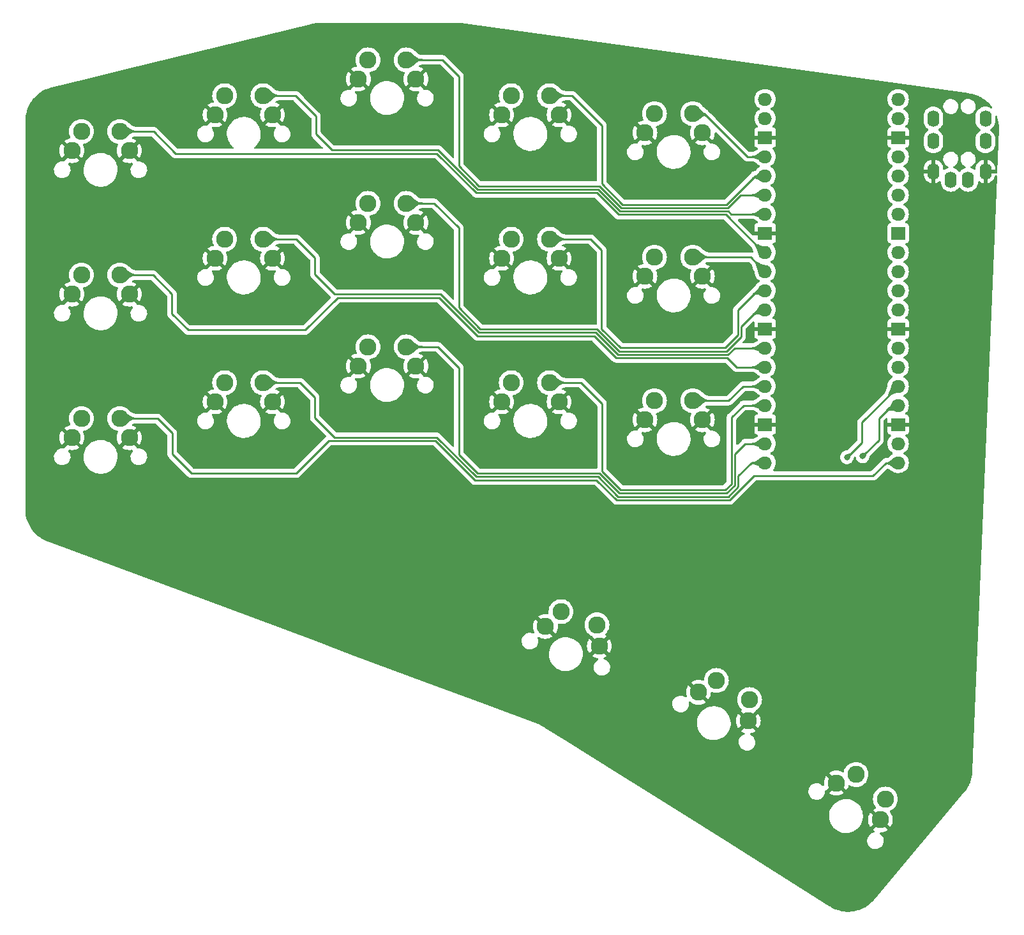
<source format=gtl>
%TF.GenerationSoftware,KiCad,Pcbnew,7.0.1*%
%TF.CreationDate,2023-03-26T00:05:17-04:00*%
%TF.ProjectId,giraffe36_pcb_routed,67697261-6666-4653-9336-5f7063625f72,v1.0.0*%
%TF.SameCoordinates,Original*%
%TF.FileFunction,Copper,L1,Top*%
%TF.FilePolarity,Positive*%
%FSLAX46Y46*%
G04 Gerber Fmt 4.6, Leading zero omitted, Abs format (unit mm)*
G04 Created by KiCad (PCBNEW 7.0.1) date 2023-03-26 00:05:17*
%MOMM*%
%LPD*%
G01*
G04 APERTURE LIST*
%TA.AperFunction,ComponentPad*%
%ADD10C,2.286000*%
%TD*%
%TA.AperFunction,ComponentPad*%
%ADD11O,1.840000X1.700000*%
%TD*%
%TA.AperFunction,ComponentPad*%
%ADD12R,1.840000X1.700000*%
%TD*%
%TA.AperFunction,ComponentPad*%
%ADD13O,1.600000X2.200000*%
%TD*%
%TA.AperFunction,ViaPad*%
%ADD14C,0.800000*%
%TD*%
%TA.AperFunction,Conductor*%
%ADD15C,0.250000*%
%TD*%
G04 APERTURE END LIST*
D10*
%TO.P,S7,1*%
%TO.N,matrix_middle_bottom*%
X187860000Y-137795000D03*
X192940000Y-137795000D03*
%TO.P,S7,2*%
%TO.N,GND*%
X186590000Y-140335000D03*
X194210000Y-140335000D03*
%TD*%
D11*
%TO.P,U0,1*%
%TO.N,GP0*%
X240535000Y-104933750D03*
%TO.P,U0,2*%
%TO.N,GP1*%
X240535000Y-107473750D03*
D12*
%TO.P,U0,3*%
%TO.N,GND*%
X240535000Y-110013750D03*
D11*
%TO.P,U0,4*%
%TO.N,matrix_inner_top*%
X240535000Y-112553750D03*
%TO.P,U0,5*%
%TO.N,matrix_index_top*%
X240535000Y-115093750D03*
%TO.P,U0,6*%
%TO.N,matrix_middle_top*%
X240535000Y-117633750D03*
%TO.P,U0,7*%
%TO.N,matrix_ring_top*%
X240535000Y-120173750D03*
D12*
%TO.P,U0,8*%
%TO.N,GND*%
X240535000Y-122713750D03*
D11*
%TO.P,U0,9*%
%TO.N,matrix_pinky_top*%
X240535000Y-125253750D03*
%TO.P,U0,10*%
%TO.N,matrix_inner_home*%
X240535000Y-127793750D03*
%TO.P,U0,11*%
%TO.N,matrix_index_home*%
X240535000Y-130333750D03*
%TO.P,U0,12*%
%TO.N,matrix_middle_home*%
X240535000Y-132873750D03*
D12*
%TO.P,U0,13*%
%TO.N,GND*%
X240535000Y-135413750D03*
D11*
%TO.P,U0,14*%
%TO.N,matrix_ring_home*%
X240535000Y-137953750D03*
%TO.P,U0,15*%
%TO.N,matrix_pinky_home*%
X240535000Y-140493750D03*
%TO.P,U0,16*%
%TO.N,matrix_inner_bottom*%
X240535000Y-143033750D03*
%TO.P,U0,17*%
%TO.N,matrix_index_bottom*%
X240535000Y-145573750D03*
D12*
%TO.P,U0,18*%
%TO.N,GND*%
X240535000Y-148113750D03*
D11*
%TO.P,U0,19*%
%TO.N,matrix_middle_bottom*%
X240535000Y-150653750D03*
%TO.P,U0,20*%
%TO.N,matrix_ring_bottom*%
X240535000Y-153193750D03*
%TO.P,U0,21*%
%TO.N,matrix_pinky_bottom*%
X258175000Y-153193750D03*
%TO.P,U0,22*%
%TO.N,thumbfan_near_home*%
X258175000Y-150653750D03*
D12*
%TO.P,U0,23*%
%TO.N,GND*%
X258175000Y-148113750D03*
D11*
%TO.P,U0,24*%
%TO.N,thumbfan_home_home*%
X258175000Y-145573750D03*
%TO.P,U0,25*%
%TO.N,thumbfan_far_home*%
X258175000Y-143033750D03*
%TO.P,U0,26*%
%TO.N,GP20*%
X258175000Y-140493750D03*
%TO.P,U0,27*%
%TO.N,GP21*%
X258175000Y-137953750D03*
D12*
%TO.P,U0,28*%
%TO.N,GND*%
X258175000Y-135413750D03*
D11*
%TO.P,U0,29*%
%TO.N,GP22*%
X258175000Y-132873750D03*
%TO.P,U0,30*%
%TO.N,RUN*%
X258175000Y-130333750D03*
%TO.P,U0,31*%
%TO.N,GP26*%
X258175000Y-127793750D03*
%TO.P,U0,32*%
%TO.N,GP27*%
X258175000Y-125253750D03*
D12*
%TO.P,U0,33*%
%TO.N,AGND*%
X258175000Y-122713750D03*
D11*
%TO.P,U0,34*%
%TO.N,GP28*%
X258175000Y-120173750D03*
%TO.P,U0,35*%
%TO.N,ADC_VREF*%
X258175000Y-117633750D03*
%TO.P,U0,36*%
%TO.N,3V3*%
X258175000Y-115093750D03*
%TO.P,U0,37*%
%TO.N,3V3_EN*%
X258175000Y-112553750D03*
D12*
%TO.P,U0,38*%
%TO.N,GND*%
X258175000Y-110013750D03*
D11*
%TO.P,U0,39*%
%TO.N,VSYS*%
X258175000Y-107473750D03*
%TO.P,U0,40*%
%TO.N,VBUS*%
X258175000Y-104933750D03*
%TD*%
D10*
%TO.P,S12,1*%
%TO.N,matrix_index_top*%
X206860000Y-104457500D03*
X211940000Y-104457500D03*
%TO.P,S12,2*%
%TO.N,GND*%
X205590000Y-106997500D03*
X213210000Y-106997500D03*
%TD*%
%TO.P,S11,1*%
%TO.N,matrix_index_home*%
X206860000Y-123507500D03*
X211940000Y-123507500D03*
%TO.P,S11,2*%
%TO.N,GND*%
X205590000Y-126047500D03*
X213210000Y-126047500D03*
%TD*%
%TO.P,S15,1*%
%TO.N,matrix_inner_top*%
X225860000Y-106838750D03*
X230940000Y-106838750D03*
%TO.P,S15,2*%
%TO.N,GND*%
X224590000Y-109378750D03*
X232210000Y-109378750D03*
%TD*%
%TO.P,S2,1*%
%TO.N,matrix_pinky_home*%
X149860000Y-128270000D03*
X154940000Y-128270000D03*
%TO.P,S2,2*%
%TO.N,GND*%
X148590000Y-130810000D03*
X156210000Y-130810000D03*
%TD*%
%TO.P,S18,1*%
%TO.N,thumbfan_far_home*%
X252588057Y-194565621D03*
X256479563Y-197830982D03*
%TO.P,S18,2*%
%TO.N,GND*%
X249982500Y-195695033D03*
X255819759Y-200593075D03*
%TD*%
%TO.P,S9,1*%
%TO.N,matrix_middle_top*%
X187860000Y-99695000D03*
X192940000Y-99695000D03*
%TO.P,S9,2*%
%TO.N,GND*%
X186590000Y-102235000D03*
X194210000Y-102235000D03*
%TD*%
%TO.P,S3,1*%
%TO.N,matrix_pinky_top*%
X149860000Y-109220000D03*
X154940000Y-109220000D03*
%TO.P,S3,2*%
%TO.N,GND*%
X148590000Y-111760000D03*
X156210000Y-111760000D03*
%TD*%
%TO.P,S6,1*%
%TO.N,matrix_ring_top*%
X168860000Y-104457500D03*
X173940000Y-104457500D03*
%TO.P,S6,2*%
%TO.N,GND*%
X167590000Y-106997500D03*
X175210000Y-106997500D03*
%TD*%
%TO.P,S10,1*%
%TO.N,matrix_index_bottom*%
X206860000Y-142557500D03*
X211940000Y-142557500D03*
%TO.P,S10,2*%
%TO.N,GND*%
X205590000Y-145097500D03*
X213210000Y-145097500D03*
%TD*%
%TO.P,S13,1*%
%TO.N,matrix_inner_bottom*%
X225860000Y-144938750D03*
X230940000Y-144938750D03*
%TO.P,S13,2*%
%TO.N,GND*%
X224590000Y-147478750D03*
X232210000Y-147478750D03*
%TD*%
%TO.P,S5,1*%
%TO.N,matrix_ring_home*%
X168860000Y-123507500D03*
X173940000Y-123507500D03*
%TO.P,S5,2*%
%TO.N,GND*%
X167590000Y-126047500D03*
X175210000Y-126047500D03*
%TD*%
%TO.P,S16,1*%
%TO.N,thumbfan_near_home*%
X213463143Y-172951380D03*
X218236782Y-174688843D03*
%TO.P,S16,2*%
%TO.N,GND*%
X211401002Y-174903834D03*
X218561460Y-177510027D03*
%TD*%
%TO.P,S4,1*%
%TO.N,matrix_ring_bottom*%
X168860000Y-142557500D03*
X173940000Y-142557500D03*
%TO.P,S4,2*%
%TO.N,GND*%
X167590000Y-145097500D03*
X175210000Y-145097500D03*
%TD*%
D13*
%TO.P,TRRS1,1*%
%TO.N,VSYS*%
X265152500Y-115598750D03*
X267452500Y-115598750D03*
%TO.P,TRRS1,2*%
%TO.N,GND*%
X262852500Y-114498750D03*
X269752500Y-114498750D03*
%TO.P,TRRS1,3*%
%TO.N,GP1*%
X262852500Y-110498750D03*
X269752500Y-110498750D03*
%TO.P,TRRS1,4*%
%TO.N,GP0*%
X262852500Y-107498750D03*
X269752500Y-107498750D03*
%TD*%
D10*
%TO.P,S14,1*%
%TO.N,matrix_inner_home*%
X225860000Y-125888750D03*
X230940000Y-125888750D03*
%TO.P,S14,2*%
%TO.N,GND*%
X224590000Y-128428750D03*
X232210000Y-128428750D03*
%TD*%
%TO.P,S17,1*%
%TO.N,thumbfan_home_home*%
X234067247Y-182088808D03*
X238466657Y-184628808D03*
%TO.P,S17,2*%
%TO.N,GND*%
X231697395Y-183653512D03*
X238296509Y-187463512D03*
%TD*%
%TO.P,S1,1*%
%TO.N,matrix_pinky_bottom*%
X149860000Y-147320000D03*
X154940000Y-147320000D03*
%TO.P,S1,2*%
%TO.N,GND*%
X148590000Y-149860000D03*
X156210000Y-149860000D03*
%TD*%
%TO.P,S8,1*%
%TO.N,matrix_middle_home*%
X187860000Y-118745000D03*
X192940000Y-118745000D03*
%TO.P,S8,2*%
%TO.N,GND*%
X186590000Y-121285000D03*
X194210000Y-121285000D03*
%TD*%
D14*
%TO.N,thumbfan_home_home*%
X253466600Y-152323800D03*
%TO.N,thumbfan_far_home*%
X251383800Y-152476200D03*
%TD*%
D15*
%TO.N,matrix_pinky_bottom*%
X218167412Y-155484400D02*
X220827212Y-158144200D01*
X161899600Y-149250400D02*
X161899600Y-152044400D01*
X196789208Y-150259200D02*
X202014408Y-155484400D01*
X178308000Y-154584400D02*
X182633200Y-150259200D01*
X182633200Y-150259200D02*
X196789208Y-150259200D01*
X161899600Y-152044400D02*
X164439600Y-154584400D01*
X154940000Y-147320000D02*
X159969200Y-147320000D01*
X220827212Y-158144200D02*
X235813988Y-158144200D01*
X202014408Y-155484400D02*
X218167412Y-155484400D01*
X256559050Y-153193750D02*
X258175000Y-153193750D01*
X164439600Y-154584400D02*
X178308000Y-154584400D01*
X235813988Y-158144200D02*
X239043588Y-154914600D01*
X239043588Y-154914600D02*
X254838200Y-154914600D01*
X159969200Y-147320000D02*
X161899600Y-149250400D01*
X254838200Y-154914600D02*
X256559050Y-153193750D01*
%TO.N,matrix_pinky_home*%
X202395408Y-136358200D02*
X217888012Y-136358200D01*
X179552600Y-135559800D02*
X183852400Y-131260000D01*
X220801812Y-139272000D02*
X235538000Y-139272000D01*
X159359600Y-128270000D02*
X161874200Y-130784600D01*
X183852400Y-131260000D02*
X197297208Y-131260000D01*
X161874200Y-133426200D02*
X164007800Y-135559800D01*
X217888012Y-136358200D02*
X220801812Y-139272000D01*
X235538000Y-139272000D02*
X236759750Y-140493750D01*
X197297208Y-131260000D02*
X202395408Y-136358200D01*
X161874200Y-130784600D02*
X161874200Y-133426200D01*
X164007800Y-135559800D02*
X179552600Y-135559800D01*
X154940000Y-128270000D02*
X159359600Y-128270000D01*
X236759750Y-140493750D02*
X240535000Y-140493750D01*
%TO.N,matrix_pinky_top*%
X218192812Y-117359000D02*
X221081212Y-120247400D01*
X221081212Y-120247400D02*
X235305600Y-120247400D01*
X235305600Y-120247400D02*
X240311950Y-125253750D01*
X162349600Y-112133800D02*
X196992408Y-112133800D01*
X196992408Y-112133800D02*
X202217608Y-117359000D01*
X202217608Y-117359000D02*
X218192812Y-117359000D01*
X154940000Y-109220000D02*
X159435800Y-109220000D01*
X159435800Y-109220000D02*
X162349600Y-112133800D01*
%TO.N,matrix_ring_bottom*%
X238688450Y-153193750D02*
X240535000Y-153193750D01*
X221013608Y-157694200D02*
X235627592Y-157694200D01*
X178854100Y-142557500D02*
X180797200Y-144500600D01*
X236967600Y-156354192D02*
X236967600Y-154914600D01*
X202200804Y-155034400D02*
X218353808Y-155034400D01*
X180797200Y-147193000D02*
X183413400Y-149809200D01*
X180797200Y-144500600D02*
X180797200Y-147193000D01*
X236967600Y-154914600D02*
X238688450Y-153193750D01*
X173940000Y-142557500D02*
X178854100Y-142557500D01*
X218353808Y-155034400D02*
X221013608Y-157694200D01*
X235627592Y-157694200D02*
X236967600Y-156354192D01*
X196975604Y-149809200D02*
X202200804Y-155034400D01*
X183413400Y-149809200D02*
X196975604Y-149809200D01*
%TO.N,matrix_ring_home*%
X180822600Y-125984000D02*
X180822600Y-128168400D01*
X202581804Y-135908200D02*
X218074408Y-135908200D01*
X235602192Y-138822000D02*
X236475396Y-137948796D01*
X218074408Y-135908200D02*
X220988208Y-138822000D01*
X180822600Y-128168400D02*
X183464200Y-130810000D01*
X197483604Y-130810000D02*
X202581804Y-135908200D01*
X183464200Y-130810000D02*
X197483604Y-130810000D01*
X236505750Y-137953750D02*
X240535000Y-137953750D01*
X173940000Y-123507500D02*
X178346100Y-123507500D01*
X220988208Y-138822000D02*
X235602192Y-138822000D01*
X178346100Y-123507500D02*
X180822600Y-125984000D01*
%TO.N,matrix_ring_top*%
X178244500Y-104457500D02*
X173940000Y-104457500D01*
X197256400Y-111761396D02*
X197256400Y-111760000D01*
X236012150Y-120173750D02*
X235635800Y-119797400D01*
X240535000Y-120173750D02*
X236012150Y-120173750D01*
X218379208Y-116909000D02*
X202404004Y-116909000D01*
X183108600Y-111683800D02*
X197180200Y-111683800D01*
X202404004Y-116909000D02*
X197256400Y-111761396D01*
X180975000Y-107188000D02*
X178244500Y-104457500D01*
X180975000Y-107188000D02*
X180975000Y-109550200D01*
X180975000Y-109550200D02*
X183108600Y-111683800D01*
X197180200Y-111683800D02*
X197256400Y-111760000D01*
X235635800Y-119797400D02*
X221267608Y-119797400D01*
X221267608Y-119797400D02*
X218379208Y-116909000D01*
%TO.N,matrix_middle_bottom*%
X221200004Y-157244200D02*
X235441196Y-157244200D01*
X199923400Y-152120600D02*
X202387200Y-154584400D01*
X236517600Y-152026200D02*
X237890050Y-150653750D01*
X199923400Y-140589000D02*
X199923400Y-152120600D01*
X236517600Y-156167796D02*
X236517600Y-152026200D01*
X237890050Y-150653750D02*
X240535000Y-150653750D01*
X197129400Y-137795000D02*
X199923400Y-140589000D01*
X202387200Y-154584400D02*
X218540204Y-154584400D01*
X192940000Y-137795000D02*
X197129400Y-137795000D01*
X218540204Y-154584400D02*
X221200004Y-157244200D01*
X235441196Y-157244200D02*
X236517600Y-156167796D01*
%TO.N,matrix_middle_home*%
X196621400Y-118745000D02*
X199898000Y-122021600D01*
X239591850Y-132873750D02*
X240535000Y-132873750D01*
X192940000Y-118745000D02*
X196621400Y-118745000D01*
X199898000Y-122021600D02*
X199898000Y-132588000D01*
X237355800Y-135109800D02*
X239591850Y-132873750D01*
X235415796Y-138372000D02*
X237355800Y-136431996D01*
X221174604Y-138372000D02*
X235415796Y-138372000D01*
X218260804Y-135458200D02*
X221174604Y-138372000D01*
X202768200Y-135458200D02*
X218260804Y-135458200D01*
X199898000Y-132588000D02*
X202768200Y-135458200D01*
X237355800Y-136431996D02*
X237355800Y-135109800D01*
%TO.N,matrix_middle_top*%
X240535000Y-117633750D02*
X237281846Y-117633750D01*
X237281846Y-117633750D02*
X235568196Y-119347400D01*
X235568196Y-119347400D02*
X221454004Y-119347400D01*
X221454004Y-119347400D02*
X218565604Y-116459000D01*
X218565604Y-116459000D02*
X202590400Y-116459000D01*
X202590400Y-116459000D02*
X199923400Y-113792000D01*
X197739000Y-99695000D02*
X192940000Y-99695000D01*
X199923400Y-101879400D02*
X197739000Y-99695000D01*
X199923400Y-113792000D02*
X199923400Y-101879400D01*
%TO.N,matrix_index_bottom*%
X221386400Y-156794200D02*
X235254800Y-156794200D01*
X237661450Y-145573750D02*
X240535000Y-145573750D01*
X216115900Y-142557500D02*
X218897200Y-145338800D01*
X218897200Y-145338800D02*
X218897200Y-154305000D01*
X235254800Y-156794200D02*
X236067600Y-155981400D01*
X236067600Y-147167600D02*
X237661450Y-145573750D01*
X211940000Y-142557500D02*
X216115900Y-142557500D01*
X236067600Y-155981400D02*
X236067600Y-147167600D01*
X218897200Y-154305000D02*
X221386400Y-156794200D01*
%TO.N,matrix_index_home*%
X239464850Y-130333750D02*
X240535000Y-130333750D01*
X236905800Y-132892800D02*
X239464850Y-130333750D01*
X236905800Y-136245600D02*
X236905800Y-132892800D01*
X211940000Y-123507500D02*
X217411300Y-123507500D01*
X235229400Y-137922000D02*
X236905800Y-136245600D01*
X217411300Y-123507500D02*
X218846400Y-124942600D01*
X221361000Y-137922000D02*
X235229400Y-137922000D01*
X218846400Y-124942600D02*
X218846400Y-135407400D01*
X218846400Y-135407400D02*
X221361000Y-137922000D01*
%TO.N,matrix_index_top*%
X235381800Y-118897400D02*
X221640400Y-118897400D01*
X221640400Y-118897400D02*
X218871800Y-116128800D01*
X239185450Y-115093750D02*
X235381800Y-118897400D01*
X218871800Y-108407200D02*
X214922100Y-104457500D01*
X214922100Y-104457500D02*
X211940000Y-104457500D01*
X240535000Y-115093750D02*
X239185450Y-115093750D01*
X218871800Y-116128800D02*
X218871800Y-108407200D01*
%TO.N,matrix_inner_bottom*%
X240535000Y-143033750D02*
X237610650Y-143033750D01*
X235705650Y-144938750D02*
X230940000Y-144938750D01*
X237610650Y-143033750D02*
X235705650Y-144938750D01*
%TO.N,matrix_inner_home*%
X230940000Y-125888750D02*
X238630000Y-125888750D01*
X238630000Y-125888750D02*
X240535000Y-127793750D01*
%TO.N,matrix_inner_top*%
X238182150Y-112553750D02*
X240535000Y-112553750D01*
X230940000Y-106838750D02*
X232467150Y-106838750D01*
X232467150Y-106838750D02*
X238182150Y-112553750D01*
%TO.N,thumbfan_home_home*%
X255651000Y-147269200D02*
X257346450Y-145573750D01*
X255651000Y-150139400D02*
X255651000Y-147269200D01*
X253466600Y-152323800D02*
X255651000Y-150139400D01*
X257346450Y-145573750D02*
X258175000Y-145573750D01*
%TO.N,thumbfan_far_home*%
X251383800Y-152476200D02*
X253365000Y-150495000D01*
X253365000Y-147843750D02*
X258175000Y-143033750D01*
X253365000Y-150495000D02*
X253365000Y-147843750D01*
%TD*%
%TA.AperFunction,Conductor*%
%TO.N,GND*%
G36*
X199514878Y-94798001D02*
G01*
X199579370Y-94798000D01*
X199582210Y-94798033D01*
X199784076Y-94802657D01*
X199789687Y-94802914D01*
X199989749Y-94816686D01*
X199995402Y-94817205D01*
X200195704Y-94840251D01*
X200198476Y-94840602D01*
X267557347Y-104159635D01*
X267557353Y-104159637D01*
X267585493Y-104163530D01*
X267585495Y-104163531D01*
X267648118Y-104172194D01*
X267653333Y-104173031D01*
X268029166Y-104241747D01*
X268039613Y-104244130D01*
X268405413Y-104344405D01*
X268415635Y-104347689D01*
X268771376Y-104479265D01*
X268781255Y-104483414D01*
X269039648Y-104605369D01*
X269124272Y-104645309D01*
X269133784Y-104650314D01*
X269461463Y-104841289D01*
X269470507Y-104847099D01*
X269780423Y-105065739D01*
X269788929Y-105072310D01*
X270078744Y-105316967D01*
X270086649Y-105324250D01*
X270203282Y-105441448D01*
X270354196Y-105593095D01*
X270361429Y-105601022D01*
X270421615Y-105673022D01*
X270604683Y-105892023D01*
X270611213Y-105900561D01*
X270636207Y-105936356D01*
X270658376Y-106000986D01*
X270642945Y-106067548D01*
X270594599Y-106115830D01*
X270528017Y-106131174D01*
X270463416Y-106108921D01*
X270405235Y-106068182D01*
X270198997Y-105972011D01*
X269979189Y-105913114D01*
X269752500Y-105893281D01*
X269525810Y-105913114D01*
X269306002Y-105972011D01*
X269099764Y-106068182D01*
X268913359Y-106198703D01*
X268752453Y-106359609D01*
X268621932Y-106546014D01*
X268525761Y-106752252D01*
X268466864Y-106972060D01*
X268452000Y-107141964D01*
X268452000Y-107855536D01*
X268466864Y-108025439D01*
X268525761Y-108245247D01*
X268621932Y-108451485D01*
X268752453Y-108637890D01*
X268913359Y-108798796D01*
X269053860Y-108897175D01*
X269092726Y-108941493D01*
X269106737Y-108998750D01*
X269092726Y-109056007D01*
X269053860Y-109100325D01*
X268913359Y-109198703D01*
X268752453Y-109359609D01*
X268621932Y-109546014D01*
X268525761Y-109752252D01*
X268466864Y-109972060D01*
X268452000Y-110141964D01*
X268452000Y-110855536D01*
X268466864Y-111025439D01*
X268525761Y-111245247D01*
X268621932Y-111451485D01*
X268752453Y-111637890D01*
X268913359Y-111798796D01*
X269099764Y-111929317D01*
X269099765Y-111929317D01*
X269099766Y-111929318D01*
X269306004Y-112025489D01*
X269525808Y-112084385D01*
X269752500Y-112104218D01*
X269979192Y-112084385D01*
X270198996Y-112025489D01*
X270405234Y-111929318D01*
X270591639Y-111798797D01*
X270752547Y-111637889D01*
X270883068Y-111451484D01*
X270979239Y-111245246D01*
X271038135Y-111025442D01*
X271051576Y-110871812D01*
X271053000Y-110855536D01*
X271053000Y-110141964D01*
X271040328Y-109997120D01*
X271038135Y-109972058D01*
X270979239Y-109752254D01*
X270883068Y-109546016D01*
X270835370Y-109477896D01*
X270752546Y-109359609D01*
X270591640Y-109198703D01*
X270451139Y-109100325D01*
X270412273Y-109056007D01*
X270398262Y-108998750D01*
X270412273Y-108941493D01*
X270451139Y-108897175D01*
X270453217Y-108895720D01*
X270591639Y-108798797D01*
X270752547Y-108637889D01*
X270883068Y-108451484D01*
X270979239Y-108245246D01*
X271038135Y-108025442D01*
X271050311Y-107886268D01*
X271053000Y-107855536D01*
X271053000Y-107231284D01*
X271071837Y-107165581D01*
X271122627Y-107119841D01*
X271189936Y-107107961D01*
X271253315Y-107133550D01*
X271293507Y-107188833D01*
X271322644Y-107268800D01*
X271325882Y-107279048D01*
X271424384Y-107645325D01*
X271426723Y-107655817D01*
X271493128Y-108029216D01*
X271494550Y-108039870D01*
X271528369Y-108417635D01*
X271528863Y-108428372D01*
X271529850Y-108811389D01*
X271529747Y-108816764D01*
X271290035Y-114692081D01*
X271274728Y-114746894D01*
X271236547Y-114789097D01*
X271183536Y-114809799D01*
X271126859Y-114804641D01*
X271078457Y-114774707D01*
X271052500Y-114748750D01*
X270002500Y-114748750D01*
X270002500Y-116077621D01*
X270198826Y-116025016D01*
X270404980Y-115928884D01*
X270591319Y-115798408D01*
X270752158Y-115637569D01*
X270882634Y-115451230D01*
X270978766Y-115245075D01*
X271030102Y-115053489D01*
X271059026Y-115001190D01*
X271109054Y-114968494D01*
X271168565Y-114962998D01*
X271223735Y-114985978D01*
X271261748Y-115032095D01*
X271273774Y-115090637D01*
X268050939Y-194081975D01*
X268050939Y-194081981D01*
X268048042Y-194152961D01*
X268047730Y-194158044D01*
X268018129Y-194518826D01*
X268016880Y-194528934D01*
X267958188Y-194883535D01*
X267956113Y-194893509D01*
X267868514Y-195242090D01*
X267865627Y-195251858D01*
X267749710Y-195592082D01*
X267746032Y-195601581D01*
X267602590Y-195931124D01*
X267598145Y-195940289D01*
X267428128Y-196256967D01*
X267422945Y-196265736D01*
X267227517Y-196567381D01*
X267221632Y-196575695D01*
X267000445Y-196862433D01*
X266997252Y-196866402D01*
X255023257Y-211136457D01*
X255023255Y-211136459D01*
X255002503Y-211161188D01*
X255002500Y-211161191D01*
X255002499Y-211161194D01*
X254979213Y-211188947D01*
X254975547Y-211193122D01*
X254708545Y-211483824D01*
X254700672Y-211491660D01*
X254410778Y-211755437D01*
X254402236Y-211762537D01*
X254089915Y-211999303D01*
X254080772Y-212005610D01*
X253748514Y-212213480D01*
X253738843Y-212218944D01*
X253389311Y-212396249D01*
X253379190Y-212400825D01*
X253015189Y-212546143D01*
X253004700Y-212549795D01*
X252806461Y-212609002D01*
X252629168Y-212661952D01*
X252618397Y-212664651D01*
X252234327Y-212742755D01*
X252223354Y-212744479D01*
X251833836Y-212787901D01*
X251822753Y-212788636D01*
X251430912Y-212797027D01*
X251419807Y-212796767D01*
X251028785Y-212770059D01*
X251017749Y-212768806D01*
X250719740Y-212721385D01*
X250630696Y-212707216D01*
X250619820Y-212704982D01*
X250544815Y-212686037D01*
X250239826Y-212609002D01*
X250229190Y-212605803D01*
X249961729Y-212512090D01*
X249859297Y-212476200D01*
X249849000Y-212472065D01*
X249692269Y-212400825D01*
X249492192Y-212309882D01*
X249482296Y-212304837D01*
X249139393Y-212110217D01*
X249134625Y-212107368D01*
X249068208Y-212065633D01*
X249068207Y-212065633D01*
X249068204Y-212065631D01*
X235122695Y-203302520D01*
X254054798Y-203302520D01*
X254064807Y-203512628D01*
X254114397Y-203717038D01*
X254201777Y-203908376D01*
X254310717Y-204061359D01*
X254323786Y-204079712D01*
X254476018Y-204224865D01*
X254476020Y-204224866D01*
X254476021Y-204224867D01*
X254652964Y-204338582D01*
X254652969Y-204338584D01*
X254848243Y-204416761D01*
X254977039Y-204441584D01*
X255054783Y-204456568D01*
X255054784Y-204456568D01*
X255212418Y-204456568D01*
X255212423Y-204456568D01*
X255369344Y-204441584D01*
X255571166Y-204382324D01*
X255758125Y-204285939D01*
X255923465Y-204155915D01*
X256061210Y-203996949D01*
X256166381Y-203814787D01*
X256235177Y-203616014D01*
X256265112Y-203407813D01*
X256255103Y-203197709D01*
X256205513Y-202993297D01*
X256118134Y-202801963D01*
X256118133Y-202801962D01*
X256118132Y-202801959D01*
X255996125Y-202630626D01*
X255996124Y-202630624D01*
X255843892Y-202485471D01*
X255812294Y-202465164D01*
X255770587Y-202420431D01*
X255755335Y-202361203D01*
X255770248Y-202301889D01*
X255811700Y-202256918D01*
X255869605Y-202237231D01*
X256077577Y-202220863D01*
X256329044Y-202160492D01*
X256567973Y-202061523D01*
X256788475Y-201926400D01*
X256794437Y-201921307D01*
X256794437Y-201921306D01*
X255819759Y-200946628D01*
X254845079Y-201921306D01*
X254851043Y-201926400D01*
X255031407Y-202036928D01*
X255074122Y-202080859D01*
X255090586Y-202139881D01*
X255076779Y-202199580D01*
X255036072Y-202245378D01*
X254978405Y-202266093D01*
X254950567Y-202268751D01*
X254748741Y-202328012D01*
X254561787Y-202424395D01*
X254396446Y-202554420D01*
X254258698Y-202713388D01*
X254153529Y-202895547D01*
X254084732Y-203094322D01*
X254054798Y-203302520D01*
X235122695Y-203302520D01*
X230129642Y-200164974D01*
X249020282Y-200164974D01*
X249050360Y-200463952D01*
X249120018Y-200756255D01*
X249228016Y-201036664D01*
X249301544Y-201170836D01*
X249372428Y-201300182D01*
X249550672Y-201542097D01*
X249759570Y-201758096D01*
X249995395Y-201944325D01*
X250253936Y-202097459D01*
X250530582Y-202214767D01*
X250530583Y-202214767D01*
X250530585Y-202214768D01*
X250552836Y-202220863D01*
X250820395Y-202294155D01*
X251118204Y-202334207D01*
X251343482Y-202334207D01*
X251343484Y-202334207D01*
X251568269Y-202319159D01*
X251653234Y-202301889D01*
X251862736Y-202259306D01*
X252146600Y-202160738D01*
X252304675Y-202080859D01*
X252414789Y-202025216D01*
X252532627Y-201944325D01*
X252662529Y-201855153D01*
X252885388Y-201653589D01*
X253079392Y-201424119D01*
X253241080Y-201170839D01*
X253367567Y-200898267D01*
X253456595Y-200611269D01*
X253459664Y-200593074D01*
X254171679Y-200593074D01*
X254191970Y-200850893D01*
X254252341Y-201102360D01*
X254351310Y-201341289D01*
X254486433Y-201561791D01*
X254491526Y-201567754D01*
X255466206Y-200593076D01*
X255466206Y-200593075D01*
X254491526Y-199618395D01*
X254486432Y-199624360D01*
X254351310Y-199844860D01*
X254252341Y-200083789D01*
X254191970Y-200335256D01*
X254171679Y-200593074D01*
X253459664Y-200593074D01*
X253506575Y-200314965D01*
X253516616Y-200014643D01*
X253486538Y-199715662D01*
X253416879Y-199423358D01*
X253317263Y-199164713D01*
X253308881Y-199142949D01*
X253164470Y-198879432D01*
X252986225Y-198637516D01*
X252777327Y-198421517D01*
X252541502Y-198235288D01*
X252412232Y-198158721D01*
X252282962Y-198082155D01*
X252101856Y-198005359D01*
X252006312Y-197964845D01*
X251716507Y-197885460D01*
X251716506Y-197885459D01*
X251716503Y-197885459D01*
X251418694Y-197845407D01*
X251193416Y-197845407D01*
X251193414Y-197845407D01*
X250968628Y-197860454D01*
X250674164Y-197920307D01*
X250390294Y-198018877D01*
X250122108Y-198154397D01*
X249874368Y-198324461D01*
X249651511Y-198526023D01*
X249457506Y-198755494D01*
X249295816Y-199008777D01*
X249169332Y-199281344D01*
X249080303Y-199568344D01*
X249030323Y-199864648D01*
X249020282Y-200164974D01*
X230129642Y-200164974D01*
X224729788Y-196771801D01*
X246271786Y-196771801D01*
X246276194Y-196864325D01*
X246281795Y-196981906D01*
X246331385Y-197186316D01*
X246418765Y-197377654D01*
X246511412Y-197507757D01*
X246540774Y-197548990D01*
X246693006Y-197694143D01*
X246693008Y-197694144D01*
X246693009Y-197694145D01*
X246869952Y-197807860D01*
X246869957Y-197807862D01*
X247065231Y-197886039D01*
X247194027Y-197910862D01*
X247271771Y-197925846D01*
X247271772Y-197925846D01*
X247429406Y-197925846D01*
X247429411Y-197925846D01*
X247586332Y-197910862D01*
X247788154Y-197851602D01*
X247828151Y-197830982D01*
X254830981Y-197830982D01*
X254835269Y-197885460D01*
X254851278Y-198088878D01*
X254911667Y-198340422D01*
X254945259Y-198421518D01*
X255010666Y-198579423D01*
X255046266Y-198637517D01*
X255145833Y-198799996D01*
X255220383Y-198887283D01*
X255246667Y-198938867D01*
X255246667Y-198996761D01*
X255220384Y-199048345D01*
X255173546Y-199082375D01*
X255071544Y-199124625D01*
X254851044Y-199259748D01*
X254845079Y-199264842D01*
X257147990Y-201567753D01*
X257147991Y-201567753D01*
X257153084Y-201561791D01*
X257288207Y-201341289D01*
X257387176Y-201102360D01*
X257447547Y-200850893D01*
X257467838Y-200593075D01*
X257447547Y-200335256D01*
X257387176Y-200083789D01*
X257288207Y-199844860D01*
X257153084Y-199624359D01*
X257078793Y-199537374D01*
X257052510Y-199485790D01*
X257052510Y-199427895D01*
X257078794Y-199376311D01*
X257125628Y-199342284D01*
X257228004Y-199299879D01*
X257448575Y-199164713D01*
X257645287Y-198996706D01*
X257813294Y-198799994D01*
X257948460Y-198579423D01*
X258047458Y-198340422D01*
X258107848Y-198088877D01*
X258128145Y-197830982D01*
X258107848Y-197573087D01*
X258060929Y-197377654D01*
X258047458Y-197321541D01*
X258021598Y-197259112D01*
X257948460Y-197082541D01*
X257813294Y-196861970D01*
X257813293Y-196861969D01*
X257813292Y-196861967D01*
X257645287Y-196665257D01*
X257448577Y-196497252D01*
X257360448Y-196443247D01*
X257228004Y-196362085D01*
X257139718Y-196325515D01*
X256989003Y-196263086D01*
X256737459Y-196202697D01*
X256479563Y-196182400D01*
X256221666Y-196202697D01*
X255970122Y-196263086D01*
X255731120Y-196362086D01*
X255510548Y-196497252D01*
X255313838Y-196665257D01*
X255145833Y-196861967D01*
X255072335Y-196981906D01*
X255010666Y-197082541D01*
X254999956Y-197108396D01*
X254911667Y-197321541D01*
X254851278Y-197573085D01*
X254841750Y-197694145D01*
X254830981Y-197830982D01*
X247828151Y-197830982D01*
X247975113Y-197755217D01*
X248140453Y-197625193D01*
X248278198Y-197466227D01*
X248383369Y-197284065D01*
X248452165Y-197085292D01*
X248461083Y-197023264D01*
X249007820Y-197023264D01*
X249013784Y-197028358D01*
X249234285Y-197163481D01*
X249473214Y-197262450D01*
X249724681Y-197322821D01*
X249982500Y-197343112D01*
X250240318Y-197322821D01*
X250491785Y-197262450D01*
X250730714Y-197163481D01*
X250951216Y-197028358D01*
X250957178Y-197023265D01*
X250957178Y-197023264D01*
X249982500Y-196048586D01*
X249007820Y-197023264D01*
X248461083Y-197023264D01*
X248482100Y-196877091D01*
X248478316Y-196797661D01*
X248493650Y-196731774D01*
X248541286Y-196683740D01*
X248607043Y-196667857D01*
X248654267Y-196669712D01*
X249628947Y-195695033D01*
X248654267Y-194720353D01*
X248649173Y-194726318D01*
X248514051Y-194946818D01*
X248415082Y-195185747D01*
X248354711Y-195437214D01*
X248334420Y-195695033D01*
X248353276Y-195934616D01*
X248343693Y-195993049D01*
X248308106Y-196040376D01*
X248254630Y-196065804D01*
X248195460Y-196063536D01*
X248144088Y-196034088D01*
X248060880Y-195954749D01*
X248060877Y-195954747D01*
X248060876Y-195954746D01*
X247883933Y-195841031D01*
X247737577Y-195782438D01*
X247688655Y-195762853D01*
X247688654Y-195762852D01*
X247688652Y-195762852D01*
X247482115Y-195723046D01*
X247482114Y-195723046D01*
X247324475Y-195723046D01*
X247237563Y-195731345D01*
X247167550Y-195738030D01*
X246965729Y-195797290D01*
X246778775Y-195893673D01*
X246613434Y-196023698D01*
X246475686Y-196182666D01*
X246370517Y-196364825D01*
X246301720Y-196563600D01*
X246286464Y-196669711D01*
X246271786Y-196771801D01*
X224729788Y-196771801D01*
X220902499Y-194366800D01*
X249007820Y-194366800D01*
X251310731Y-196669711D01*
X251310732Y-196669711D01*
X251315825Y-196663749D01*
X251450948Y-196443247D01*
X251549917Y-196204318D01*
X251582766Y-196067491D01*
X251609049Y-196015907D01*
X251655887Y-195981877D01*
X251713069Y-195972820D01*
X251768128Y-195990710D01*
X251771945Y-195993049D01*
X251839612Y-196034516D01*
X251839616Y-196034518D01*
X251873579Y-196048586D01*
X252078616Y-196133516D01*
X252158084Y-196152594D01*
X252330162Y-196193906D01*
X252588057Y-196214203D01*
X252845952Y-196193906D01*
X253097497Y-196133516D01*
X253336498Y-196034518D01*
X253557069Y-195899352D01*
X253753781Y-195731345D01*
X253921788Y-195534633D01*
X254056954Y-195314062D01*
X254155952Y-195075061D01*
X254216342Y-194823516D01*
X254236639Y-194565621D01*
X254216342Y-194307726D01*
X254173102Y-194127615D01*
X254155952Y-194056180D01*
X254130092Y-193993751D01*
X254056954Y-193817180D01*
X253921788Y-193596609D01*
X253921787Y-193596608D01*
X253921786Y-193596606D01*
X253753781Y-193399896D01*
X253557071Y-193231891D01*
X253475868Y-193182129D01*
X253336498Y-193096724D01*
X253248212Y-193060154D01*
X253097497Y-192997725D01*
X252845953Y-192937336D01*
X252588057Y-192917039D01*
X252330160Y-192937336D01*
X252078616Y-192997725D01*
X251839614Y-193096725D01*
X251619042Y-193231891D01*
X251422332Y-193399896D01*
X251254327Y-193596606D01*
X251119161Y-193817178D01*
X251020161Y-194056180D01*
X250987219Y-194193399D01*
X250960936Y-194244983D01*
X250914098Y-194279013D01*
X250856916Y-194288070D01*
X250801855Y-194270179D01*
X250730714Y-194226584D01*
X250491785Y-194127615D01*
X250240318Y-194067244D01*
X249982500Y-194046953D01*
X249724681Y-194067244D01*
X249473214Y-194127615D01*
X249234285Y-194226584D01*
X249013785Y-194361706D01*
X249007820Y-194366800D01*
X220902499Y-194366800D01*
X214344022Y-190245569D01*
X237021204Y-190245569D01*
X237031213Y-190455677D01*
X237080803Y-190660087D01*
X237168183Y-190851425D01*
X237277123Y-191004408D01*
X237290192Y-191022761D01*
X237442424Y-191167914D01*
X237442426Y-191167915D01*
X237442427Y-191167916D01*
X237619370Y-191281631D01*
X237619375Y-191281633D01*
X237814649Y-191359810D01*
X237943445Y-191384633D01*
X238021189Y-191399617D01*
X238021190Y-191399617D01*
X238178824Y-191399617D01*
X238178829Y-191399617D01*
X238335750Y-191384633D01*
X238537572Y-191325373D01*
X238724531Y-191228988D01*
X238889871Y-191098964D01*
X239027616Y-190939998D01*
X239132787Y-190757836D01*
X239201583Y-190559063D01*
X239231518Y-190350862D01*
X239221509Y-190140758D01*
X239171919Y-189936346D01*
X239084540Y-189745012D01*
X239084539Y-189745011D01*
X239084538Y-189745008D01*
X238962531Y-189573675D01*
X238962530Y-189573673D01*
X238810298Y-189428520D01*
X238810295Y-189428518D01*
X238810294Y-189428517D01*
X238633347Y-189314799D01*
X238616333Y-189307988D01*
X238566389Y-189271318D01*
X238540423Y-189215060D01*
X238544918Y-189153263D01*
X238578751Y-189101356D01*
X238633476Y-189072298D01*
X238805793Y-189030929D01*
X239044723Y-188931960D01*
X239265225Y-188796837D01*
X239271187Y-188791744D01*
X239271187Y-188791743D01*
X238296509Y-187817065D01*
X237321829Y-188791743D01*
X237327793Y-188796837D01*
X237548294Y-188931960D01*
X237771834Y-189024554D01*
X237820374Y-189060621D01*
X237846084Y-189115357D01*
X237842847Y-189175744D01*
X237811435Y-189227419D01*
X237759317Y-189258092D01*
X237715146Y-189271062D01*
X237528193Y-189367444D01*
X237362852Y-189497469D01*
X237225104Y-189656437D01*
X237119935Y-189838596D01*
X237051138Y-190037371D01*
X237021204Y-190245569D01*
X214344022Y-190245569D01*
X211297023Y-188330889D01*
X211297011Y-188330879D01*
X211273736Y-188316255D01*
X211273717Y-188316236D01*
X211070711Y-188188648D01*
X210874061Y-188083026D01*
X210740466Y-188011271D01*
X210398912Y-187856785D01*
X210398909Y-187856784D01*
X210398905Y-187856782D01*
X210336087Y-187833384D01*
X231478785Y-187833384D01*
X231508863Y-188132362D01*
X231578521Y-188424665D01*
X231686519Y-188705074D01*
X231763797Y-188846089D01*
X231830931Y-188968592D01*
X232009175Y-189210507D01*
X232218073Y-189426506D01*
X232453898Y-189612735D01*
X232712439Y-189765869D01*
X232989085Y-189883177D01*
X232989086Y-189883177D01*
X232989088Y-189883178D01*
X233052962Y-189900674D01*
X233278898Y-189962565D01*
X233576707Y-190002617D01*
X233801985Y-190002617D01*
X233801987Y-190002617D01*
X234026772Y-189987569D01*
X234100388Y-189972605D01*
X234321239Y-189927716D01*
X234605103Y-189829148D01*
X234771610Y-189745008D01*
X234873292Y-189693626D01*
X234927467Y-189656437D01*
X235121032Y-189523563D01*
X235343891Y-189321999D01*
X235537895Y-189092529D01*
X235699583Y-188839249D01*
X235826070Y-188566677D01*
X235915098Y-188279679D01*
X235965078Y-187983375D01*
X235975119Y-187683053D01*
X235953033Y-187463511D01*
X236648429Y-187463511D01*
X236668720Y-187721330D01*
X236729091Y-187972797D01*
X236828060Y-188211726D01*
X236963183Y-188432228D01*
X236968276Y-188438191D01*
X237942956Y-187463513D01*
X237942956Y-187463512D01*
X238650062Y-187463512D01*
X239624740Y-188438190D01*
X239624741Y-188438190D01*
X239629834Y-188432228D01*
X239764957Y-188211726D01*
X239863926Y-187972797D01*
X239924297Y-187721330D01*
X239944588Y-187463511D01*
X239924297Y-187205693D01*
X239863926Y-186954226D01*
X239764957Y-186715297D01*
X239629834Y-186494796D01*
X239624740Y-186488832D01*
X238650062Y-187463512D01*
X237942956Y-187463512D01*
X236968276Y-186488832D01*
X236963182Y-186494797D01*
X236828060Y-186715297D01*
X236729091Y-186954226D01*
X236668720Y-187205693D01*
X236648429Y-187463511D01*
X235953033Y-187463511D01*
X235945041Y-187384072D01*
X235875382Y-187091768D01*
X235767383Y-186811357D01*
X235622973Y-186547842D01*
X235444729Y-186305927D01*
X235235831Y-186089928D01*
X235216071Y-186074324D01*
X235000005Y-185903698D01*
X234870735Y-185827132D01*
X234741465Y-185750565D01*
X234560359Y-185673769D01*
X234464815Y-185633255D01*
X234175010Y-185553870D01*
X234175009Y-185553869D01*
X234175006Y-185553869D01*
X233877197Y-185513817D01*
X233651919Y-185513817D01*
X233651917Y-185513817D01*
X233427131Y-185528864D01*
X233132667Y-185588717D01*
X232848797Y-185687287D01*
X232580611Y-185822807D01*
X232332871Y-185992871D01*
X232110014Y-186194433D01*
X231916009Y-186423904D01*
X231754319Y-186677187D01*
X231627835Y-186949754D01*
X231538806Y-187236754D01*
X231488826Y-187533058D01*
X231478785Y-187833384D01*
X210336087Y-187833384D01*
X210223278Y-187791366D01*
X210223267Y-187791362D01*
X210186805Y-187777777D01*
X203175803Y-185165569D01*
X228222386Y-185165569D01*
X228232395Y-185375677D01*
X228232777Y-185377250D01*
X228281985Y-185580088D01*
X228326625Y-185677836D01*
X228369365Y-185771425D01*
X228452880Y-185888704D01*
X228491374Y-185942761D01*
X228643606Y-186087914D01*
X228643608Y-186087915D01*
X228643609Y-186087916D01*
X228820552Y-186201631D01*
X228820557Y-186201633D01*
X229015831Y-186279810D01*
X229144627Y-186304633D01*
X229222371Y-186319617D01*
X229222372Y-186319617D01*
X229380006Y-186319617D01*
X229380011Y-186319617D01*
X229536932Y-186304633D01*
X229738754Y-186245373D01*
X229925713Y-186148988D01*
X230091053Y-186018964D01*
X230228798Y-185859998D01*
X230333969Y-185677836D01*
X230402765Y-185479063D01*
X230432700Y-185270862D01*
X230422691Y-185060758D01*
X230410440Y-185010263D01*
X230411278Y-184948536D01*
X230441774Y-184894862D01*
X230494371Y-184862545D01*
X230556033Y-184859592D01*
X230611476Y-184886738D01*
X230728675Y-184986835D01*
X230949180Y-185121960D01*
X231188109Y-185220929D01*
X231439576Y-185281300D01*
X231697395Y-185301591D01*
X231955213Y-185281300D01*
X232206680Y-185220929D01*
X232445609Y-185121960D01*
X232666111Y-184986837D01*
X232672073Y-184981744D01*
X232672073Y-184981743D01*
X232319138Y-184628808D01*
X236818075Y-184628808D01*
X236838372Y-184886704D01*
X236898761Y-185138248D01*
X236953693Y-185270862D01*
X236997760Y-185377249D01*
X236997761Y-185377250D01*
X237132927Y-185597822D01*
X237300929Y-185794528D01*
X237300931Y-185794529D01*
X237300933Y-185794532D01*
X237411197Y-185888706D01*
X237445226Y-185935542D01*
X237454283Y-185992723D01*
X237436393Y-186047784D01*
X237395456Y-186088722D01*
X237327792Y-186130187D01*
X237321829Y-186135279D01*
X238296509Y-187109959D01*
X238296510Y-187109959D01*
X239272014Y-186134453D01*
X239285827Y-186074324D01*
X239330393Y-186027052D01*
X239435669Y-185962539D01*
X239632381Y-185794532D01*
X239800388Y-185597820D01*
X239935554Y-185377249D01*
X240034552Y-185138248D01*
X240094942Y-184886703D01*
X240115239Y-184628808D01*
X240094942Y-184370913D01*
X240034552Y-184119368D01*
X240033495Y-184116817D01*
X240008692Y-184056938D01*
X239935554Y-183880367D01*
X239800388Y-183659796D01*
X239800387Y-183659795D01*
X239800386Y-183659793D01*
X239632381Y-183463083D01*
X239435671Y-183295078D01*
X239354468Y-183245316D01*
X239215098Y-183159911D01*
X239126812Y-183123341D01*
X238976097Y-183060912D01*
X238724553Y-183000523D01*
X238466657Y-182980226D01*
X238208760Y-183000523D01*
X237957216Y-183060912D01*
X237718214Y-183159912D01*
X237497642Y-183295078D01*
X237300932Y-183463083D01*
X237132927Y-183659793D01*
X236997761Y-183880365D01*
X236898761Y-184119367D01*
X236838372Y-184370911D01*
X236818075Y-184628808D01*
X232319138Y-184628808D01*
X230369162Y-182678832D01*
X230364068Y-182684797D01*
X230228946Y-182905297D01*
X230129977Y-183144226D01*
X230069606Y-183395693D01*
X230049315Y-183653511D01*
X230069606Y-183911330D01*
X230132256Y-184172287D01*
X230129233Y-184173012D01*
X230134645Y-184217333D01*
X230111666Y-184274612D01*
X230063923Y-184313720D01*
X230003240Y-184324969D01*
X229944651Y-184305572D01*
X229834530Y-184234801D01*
X229704531Y-184182757D01*
X229639255Y-184156624D01*
X229639254Y-184156623D01*
X229639252Y-184156623D01*
X229432715Y-184116817D01*
X229432714Y-184116817D01*
X229275075Y-184116817D01*
X229187896Y-184125141D01*
X229118150Y-184131801D01*
X228916329Y-184191061D01*
X228729375Y-184287444D01*
X228564034Y-184417469D01*
X228426286Y-184576437D01*
X228321117Y-184758596D01*
X228252320Y-184957371D01*
X228222386Y-185165569D01*
X203175803Y-185165569D01*
X195552643Y-182325279D01*
X230722715Y-182325279D01*
X233025626Y-184628190D01*
X233025627Y-184628190D01*
X233030720Y-184622228D01*
X233165843Y-184401726D01*
X233264812Y-184162797D01*
X233325183Y-183911330D01*
X233338543Y-183741574D01*
X233356433Y-183686512D01*
X233397371Y-183645575D01*
X233452432Y-183627684D01*
X233509614Y-183636741D01*
X233557806Y-183656703D01*
X233570690Y-183659796D01*
X233809352Y-183717093D01*
X234067247Y-183737390D01*
X234325142Y-183717093D01*
X234576687Y-183656703D01*
X234815688Y-183557705D01*
X235036259Y-183422539D01*
X235232971Y-183254532D01*
X235400978Y-183057820D01*
X235536144Y-182837249D01*
X235635142Y-182598248D01*
X235695532Y-182346703D01*
X235715829Y-182088808D01*
X235695532Y-181830913D01*
X235635142Y-181579368D01*
X235536144Y-181340367D01*
X235400978Y-181119796D01*
X235400977Y-181119795D01*
X235400976Y-181119793D01*
X235232971Y-180923083D01*
X235036261Y-180755078D01*
X234888746Y-180664681D01*
X234815688Y-180619911D01*
X234727402Y-180583341D01*
X234576687Y-180520912D01*
X234325143Y-180460523D01*
X234067247Y-180440226D01*
X233809350Y-180460523D01*
X233557806Y-180520912D01*
X233318804Y-180619912D01*
X233098232Y-180755078D01*
X232901522Y-180923083D01*
X232733517Y-181119793D01*
X232598351Y-181340365D01*
X232499351Y-181579367D01*
X232438962Y-181830911D01*
X232425570Y-182001070D01*
X232407679Y-182056131D01*
X232366741Y-182097069D01*
X232311681Y-182114959D01*
X232254499Y-182105902D01*
X232206680Y-182086094D01*
X231955213Y-182025723D01*
X231697395Y-182005432D01*
X231439576Y-182025723D01*
X231188109Y-182086094D01*
X230949180Y-182185063D01*
X230728680Y-182320185D01*
X230722715Y-182325279D01*
X195552643Y-182325279D01*
X185739196Y-178668917D01*
X211864333Y-178668917D01*
X211894411Y-178967895D01*
X211964069Y-179260198D01*
X212072067Y-179540607D01*
X212202163Y-179778003D01*
X212216479Y-179804125D01*
X212394723Y-180046040D01*
X212603621Y-180262039D01*
X212839446Y-180448268D01*
X213097987Y-180601402D01*
X213374633Y-180718710D01*
X213374634Y-180718710D01*
X213374636Y-180718711D01*
X213438510Y-180736207D01*
X213664446Y-180798098D01*
X213962255Y-180838150D01*
X214187533Y-180838150D01*
X214187535Y-180838150D01*
X214412320Y-180823102D01*
X214485936Y-180808138D01*
X214706787Y-180763249D01*
X214990651Y-180664681D01*
X215134369Y-180592057D01*
X215258840Y-180529159D01*
X215270854Y-180520912D01*
X215506580Y-180359096D01*
X215729439Y-180157532D01*
X215923443Y-179928062D01*
X216085131Y-179674782D01*
X216211618Y-179402210D01*
X216300646Y-179115212D01*
X216347362Y-178838258D01*
X217586780Y-178838258D01*
X217592744Y-178843352D01*
X217813245Y-178978475D01*
X218052174Y-179077444D01*
X218313132Y-179140094D01*
X218312538Y-179142568D01*
X218357505Y-179158332D01*
X218399160Y-179206190D01*
X218411689Y-179268388D01*
X218391812Y-179328642D01*
X218344734Y-179371176D01*
X218287967Y-179400441D01*
X218122630Y-179530464D01*
X217984882Y-179689432D01*
X217879713Y-179871591D01*
X217810916Y-180070366D01*
X217780982Y-180278564D01*
X217790991Y-180488672D01*
X217798813Y-180520913D01*
X217840581Y-180693083D01*
X217852285Y-180718711D01*
X217927961Y-180884420D01*
X218036901Y-181037403D01*
X218049970Y-181055756D01*
X218202202Y-181200909D01*
X218202204Y-181200910D01*
X218202205Y-181200911D01*
X218379148Y-181314626D01*
X218379153Y-181314628D01*
X218574427Y-181392805D01*
X218703223Y-181417628D01*
X218780967Y-181432612D01*
X218780968Y-181432612D01*
X218938602Y-181432612D01*
X218938607Y-181432612D01*
X219095528Y-181417628D01*
X219297350Y-181358368D01*
X219484309Y-181261983D01*
X219649649Y-181131959D01*
X219787394Y-180972993D01*
X219892565Y-180790831D01*
X219961361Y-180592058D01*
X219991296Y-180383857D01*
X219981287Y-180173753D01*
X219931697Y-179969341D01*
X219844318Y-179778007D01*
X219844317Y-179778006D01*
X219844316Y-179778003D01*
X219722309Y-179606670D01*
X219722308Y-179606668D01*
X219570076Y-179461515D01*
X219570073Y-179461513D01*
X219570072Y-179461512D01*
X219393129Y-179347797D01*
X219283869Y-179304056D01*
X219197851Y-179269619D01*
X219197848Y-179269618D01*
X219186859Y-179265219D01*
X219187373Y-179263933D01*
X219143590Y-179242983D01*
X219107493Y-179191643D01*
X219101157Y-179129205D01*
X219126206Y-179071661D01*
X219176223Y-179033753D01*
X219309674Y-178978475D01*
X219530176Y-178843352D01*
X219536138Y-178838259D01*
X219536138Y-178838258D01*
X218561460Y-177863580D01*
X217586780Y-178838258D01*
X216347362Y-178838258D01*
X216350626Y-178818908D01*
X216360667Y-178518586D01*
X216330589Y-178219605D01*
X216260930Y-177927301D01*
X216206917Y-177787060D01*
X216152932Y-177646892D01*
X216077928Y-177510027D01*
X216913380Y-177510027D01*
X216933671Y-177767845D01*
X216994042Y-178019312D01*
X217093011Y-178258241D01*
X217228134Y-178478743D01*
X217233227Y-178484706D01*
X218207907Y-177510028D01*
X218207907Y-177510027D01*
X218915013Y-177510027D01*
X219889691Y-178484705D01*
X219889692Y-178484705D01*
X219894785Y-178478743D01*
X220029908Y-178258241D01*
X220128877Y-178019312D01*
X220189248Y-177767845D01*
X220209539Y-177510027D01*
X220189248Y-177252208D01*
X220128877Y-177000741D01*
X220029908Y-176761812D01*
X219894785Y-176541311D01*
X219889691Y-176535347D01*
X218915013Y-177510027D01*
X218207907Y-177510027D01*
X217233227Y-176535347D01*
X217228133Y-176541312D01*
X217093011Y-176761812D01*
X216994042Y-177000741D01*
X216933671Y-177252208D01*
X216913380Y-177510027D01*
X216077928Y-177510027D01*
X216008521Y-177383375D01*
X215917203Y-177259437D01*
X215830277Y-177141460D01*
X215621379Y-176925461D01*
X215600449Y-176908933D01*
X215385553Y-176739231D01*
X215256283Y-176662665D01*
X215127013Y-176586098D01*
X214856171Y-176471251D01*
X214850363Y-176468788D01*
X214560558Y-176389403D01*
X214560557Y-176389402D01*
X214560554Y-176389402D01*
X214262745Y-176349350D01*
X214037467Y-176349350D01*
X214037465Y-176349350D01*
X213812679Y-176364397D01*
X213518215Y-176424250D01*
X213234345Y-176522820D01*
X212966159Y-176658340D01*
X212718419Y-176828404D01*
X212495562Y-177029966D01*
X212301557Y-177259437D01*
X212139867Y-177512720D01*
X212013383Y-177785287D01*
X211924354Y-178072287D01*
X211874374Y-178368591D01*
X211864333Y-178668917D01*
X185739196Y-178668917D01*
X180732910Y-176803640D01*
X208233704Y-176803640D01*
X208243713Y-177013748D01*
X208247648Y-177029968D01*
X208293303Y-177218159D01*
X208337943Y-177315907D01*
X208380683Y-177409496D01*
X208489623Y-177562479D01*
X208502692Y-177580832D01*
X208654924Y-177725985D01*
X208654926Y-177725986D01*
X208654927Y-177725987D01*
X208831870Y-177839702D01*
X208831875Y-177839704D01*
X209027149Y-177917881D01*
X209155945Y-177942704D01*
X209233689Y-177957688D01*
X209233690Y-177957688D01*
X209391324Y-177957688D01*
X209391329Y-177957688D01*
X209548250Y-177942704D01*
X209750072Y-177883444D01*
X209937031Y-177787059D01*
X210102371Y-177657035D01*
X210240116Y-177498069D01*
X210345287Y-177315907D01*
X210414083Y-177117134D01*
X210444018Y-176908933D01*
X210434009Y-176698829D01*
X210384419Y-176494417D01*
X210371400Y-176465911D01*
X210360605Y-176404319D01*
X210381240Y-176345289D01*
X210428058Y-176303835D01*
X210489151Y-176290499D01*
X210548985Y-176308672D01*
X210652792Y-176372284D01*
X210891716Y-176471251D01*
X211143183Y-176531622D01*
X211401002Y-176551913D01*
X211658820Y-176531622D01*
X211910287Y-176471251D01*
X212149216Y-176372282D01*
X212369718Y-176237159D01*
X212375680Y-176232066D01*
X212375680Y-176232065D01*
X210072769Y-173929154D01*
X210067675Y-173935119D01*
X209932553Y-174155619D01*
X209833584Y-174394548D01*
X209773213Y-174646015D01*
X209752922Y-174903834D01*
X209773213Y-175161652D01*
X209833584Y-175413119D01*
X209932552Y-175652047D01*
X209944612Y-175671727D01*
X209962732Y-175730381D01*
X209950497Y-175790539D01*
X209910907Y-175837455D01*
X209853663Y-175859632D01*
X209792798Y-175851634D01*
X209736591Y-175829132D01*
X209650573Y-175794695D01*
X209650572Y-175794694D01*
X209650570Y-175794694D01*
X209444033Y-175754888D01*
X209444032Y-175754888D01*
X209286393Y-175754888D01*
X209199214Y-175763212D01*
X209129468Y-175769872D01*
X208927647Y-175829132D01*
X208740693Y-175925515D01*
X208575352Y-176055540D01*
X208437604Y-176214508D01*
X208332435Y-176396667D01*
X208263638Y-176595442D01*
X208233704Y-176803640D01*
X180732910Y-176803640D01*
X172069056Y-173575601D01*
X210426322Y-173575601D01*
X212729233Y-175878512D01*
X212729234Y-175878512D01*
X212734327Y-175872550D01*
X212869450Y-175652048D01*
X212968419Y-175413119D01*
X213028790Y-175161652D01*
X213049081Y-174903834D01*
X213033460Y-174705353D01*
X213036075Y-174688842D01*
X216588200Y-174688842D01*
X216608497Y-174946739D01*
X216668886Y-175198283D01*
X216731315Y-175348998D01*
X216767885Y-175437284D01*
X216767886Y-175437285D01*
X216903052Y-175657857D01*
X217071057Y-175854567D01*
X217267767Y-176022572D01*
X217267769Y-176022573D01*
X217267770Y-176022574D01*
X217488341Y-176157740D01*
X217592539Y-176200900D01*
X217632765Y-176227779D01*
X218561460Y-177156474D01*
X218561461Y-177156474D01*
X219536139Y-176181794D01*
X219530180Y-176176704D01*
X219381756Y-176085751D01*
X219340818Y-176044813D01*
X219322928Y-175989751D01*
X219331986Y-175932569D01*
X219366013Y-175885734D01*
X219402506Y-175854567D01*
X219570513Y-175657855D01*
X219705679Y-175437284D01*
X219804677Y-175198283D01*
X219865067Y-174946738D01*
X219885364Y-174688843D01*
X219865067Y-174430948D01*
X219804677Y-174179403D01*
X219794825Y-174155619D01*
X219778817Y-174116973D01*
X219705679Y-173940402D01*
X219570513Y-173719831D01*
X219570512Y-173719830D01*
X219570511Y-173719828D01*
X219402506Y-173523118D01*
X219205796Y-173355113D01*
X219043656Y-173255754D01*
X218985223Y-173219946D01*
X218896937Y-173183376D01*
X218746222Y-173120947D01*
X218494678Y-173060558D01*
X218236782Y-173040261D01*
X217978885Y-173060558D01*
X217727341Y-173120947D01*
X217488339Y-173219947D01*
X217267767Y-173355113D01*
X217071057Y-173523118D01*
X216903052Y-173719828D01*
X216767886Y-173940400D01*
X216668886Y-174179402D01*
X216608497Y-174430946D01*
X216588200Y-174688842D01*
X213036075Y-174688842D01*
X213042517Y-174648172D01*
X213076546Y-174601334D01*
X213128130Y-174575050D01*
X213186025Y-174575050D01*
X213205248Y-174579665D01*
X213463143Y-174599962D01*
X213721038Y-174579665D01*
X213972583Y-174519275D01*
X214211584Y-174420277D01*
X214432155Y-174285111D01*
X214628867Y-174117104D01*
X214796874Y-173920392D01*
X214932040Y-173699821D01*
X215031038Y-173460820D01*
X215091428Y-173209275D01*
X215111725Y-172951380D01*
X215091428Y-172693485D01*
X215031038Y-172441940D01*
X214932040Y-172202939D01*
X214796874Y-171982368D01*
X214796873Y-171982367D01*
X214796872Y-171982365D01*
X214628867Y-171785655D01*
X214432157Y-171617650D01*
X214350954Y-171567888D01*
X214211584Y-171482483D01*
X214123298Y-171445913D01*
X213972583Y-171383484D01*
X213721039Y-171323095D01*
X213463143Y-171302798D01*
X213205246Y-171323095D01*
X212953702Y-171383484D01*
X212714700Y-171482484D01*
X212494128Y-171617650D01*
X212297418Y-171785655D01*
X212129413Y-171982365D01*
X211994247Y-172202937D01*
X211895247Y-172441939D01*
X211834858Y-172693483D01*
X211814561Y-172951380D01*
X211830213Y-173150263D01*
X211821156Y-173207444D01*
X211787127Y-173254281D01*
X211735544Y-173280565D01*
X211677650Y-173280565D01*
X211658824Y-173276045D01*
X211401002Y-173255754D01*
X211143183Y-173276045D01*
X210891716Y-173336416D01*
X210652787Y-173435385D01*
X210432287Y-173570507D01*
X210426322Y-173575601D01*
X172069056Y-173575601D01*
X145413291Y-163644011D01*
X145388673Y-163634839D01*
X145388672Y-163634838D01*
X145354058Y-163621941D01*
X145349062Y-163619956D01*
X144997204Y-163471184D01*
X144987493Y-163466572D01*
X144652213Y-163289138D01*
X144642938Y-163283702D01*
X144324279Y-163077889D01*
X144315539Y-163071690D01*
X144015884Y-162839035D01*
X144007702Y-162832092D01*
X143729360Y-162574387D01*
X143721795Y-162566749D01*
X143466801Y-162285882D01*
X143459927Y-162277616D01*
X143377423Y-162169184D01*
X143230231Y-161975734D01*
X143224118Y-161966933D01*
X143021416Y-161646264D01*
X143016074Y-161636941D01*
X142841918Y-161299935D01*
X142837413Y-161290205D01*
X142693099Y-160939377D01*
X142689447Y-160929273D01*
X142576066Y-160567274D01*
X142573301Y-160556885D01*
X142563201Y-160511032D01*
X142491701Y-160186422D01*
X142489851Y-160175862D01*
X142440643Y-159799706D01*
X142439715Y-159789027D01*
X142423117Y-159406410D01*
X142423000Y-159401034D01*
X142423001Y-159338769D01*
X142423000Y-159338765D01*
X142423000Y-152347355D01*
X146214843Y-152347355D01*
X146220251Y-152460880D01*
X146224852Y-152557460D01*
X146236836Y-152606858D01*
X146274442Y-152761871D01*
X146294300Y-152805354D01*
X146361822Y-152953208D01*
X146470762Y-153106191D01*
X146483831Y-153124544D01*
X146636063Y-153269697D01*
X146636065Y-153269698D01*
X146636066Y-153269699D01*
X146813009Y-153383414D01*
X146813014Y-153383416D01*
X147008288Y-153461593D01*
X147137084Y-153486416D01*
X147214828Y-153501400D01*
X147214829Y-153501400D01*
X147372463Y-153501400D01*
X147372468Y-153501400D01*
X147529389Y-153486416D01*
X147731211Y-153427156D01*
X147918170Y-153330771D01*
X148083510Y-153200747D01*
X148221255Y-153041781D01*
X148326426Y-152859619D01*
X148395222Y-152660846D01*
X148421919Y-152475167D01*
X150151833Y-152475167D01*
X150181911Y-152774145D01*
X150251569Y-153066448D01*
X150359567Y-153346857D01*
X150503978Y-153610374D01*
X150538636Y-153657412D01*
X150682223Y-153852290D01*
X150891121Y-154068289D01*
X151126946Y-154254518D01*
X151385487Y-154407652D01*
X151662133Y-154524960D01*
X151662134Y-154524960D01*
X151662136Y-154524961D01*
X151726010Y-154542457D01*
X151951946Y-154604348D01*
X152249755Y-154644400D01*
X152475033Y-154644400D01*
X152475035Y-154644400D01*
X152699820Y-154629352D01*
X152773436Y-154614388D01*
X152994287Y-154569499D01*
X153278151Y-154470931D01*
X153435893Y-154391220D01*
X153546340Y-154335409D01*
X153609735Y-154291891D01*
X153794080Y-154165346D01*
X154016939Y-153963782D01*
X154210943Y-153734312D01*
X154372631Y-153481032D01*
X154499118Y-153208460D01*
X154588146Y-152921462D01*
X154638126Y-152625158D01*
X154648167Y-152324836D01*
X154618089Y-152025855D01*
X154548430Y-151733551D01*
X154506552Y-151624817D01*
X154440432Y-151453142D01*
X154296021Y-151189625D01*
X154294994Y-151188231D01*
X155235320Y-151188231D01*
X155241284Y-151193325D01*
X155461785Y-151328448D01*
X155700714Y-151427417D01*
X155952181Y-151487788D01*
X156210000Y-151508079D01*
X156467818Y-151487788D01*
X156528118Y-151473312D01*
X156589956Y-151474328D01*
X156643612Y-151505085D01*
X156675738Y-151557933D01*
X156678343Y-151619725D01*
X156650778Y-151675089D01*
X156578743Y-151758220D01*
X156473574Y-151940379D01*
X156404777Y-152139154D01*
X156376362Y-152336789D01*
X156374843Y-152347355D01*
X156380251Y-152460880D01*
X156384852Y-152557460D01*
X156396836Y-152606858D01*
X156434442Y-152761871D01*
X156454300Y-152805354D01*
X156521822Y-152953208D01*
X156630762Y-153106191D01*
X156643831Y-153124544D01*
X156796063Y-153269697D01*
X156796065Y-153269698D01*
X156796066Y-153269699D01*
X156973009Y-153383414D01*
X156973014Y-153383416D01*
X157168288Y-153461593D01*
X157297084Y-153486416D01*
X157374828Y-153501400D01*
X157374829Y-153501400D01*
X157532463Y-153501400D01*
X157532468Y-153501400D01*
X157689389Y-153486416D01*
X157891211Y-153427156D01*
X158078170Y-153330771D01*
X158243510Y-153200747D01*
X158381255Y-153041781D01*
X158486426Y-152859619D01*
X158555222Y-152660846D01*
X158585157Y-152452645D01*
X158575148Y-152242541D01*
X158525558Y-152038129D01*
X158438179Y-151846795D01*
X158438178Y-151846794D01*
X158438177Y-151846791D01*
X158328124Y-151692245D01*
X158316169Y-151675456D01*
X158163937Y-151530303D01*
X158163934Y-151530301D01*
X158163933Y-151530300D01*
X157986990Y-151416585D01*
X157828318Y-151353062D01*
X157791712Y-151338407D01*
X157791711Y-151338406D01*
X157791709Y-151338406D01*
X157585172Y-151298600D01*
X157585171Y-151298600D01*
X157427532Y-151298600D01*
X157320671Y-151308803D01*
X157252373Y-151295738D01*
X157201846Y-151247963D01*
X157187658Y-151191211D01*
X156210000Y-150213553D01*
X155235320Y-151188231D01*
X154294994Y-151188231D01*
X154117777Y-150947710D01*
X153908879Y-150731711D01*
X153897901Y-150723042D01*
X153673053Y-150545481D01*
X153538030Y-150465507D01*
X153414513Y-150392348D01*
X153232800Y-150315295D01*
X153137863Y-150275038D01*
X152848058Y-150195653D01*
X152848057Y-150195652D01*
X152848054Y-150195652D01*
X152550245Y-150155600D01*
X152324967Y-150155600D01*
X152324965Y-150155600D01*
X152100179Y-150170647D01*
X151805715Y-150230500D01*
X151521845Y-150329070D01*
X151253659Y-150464590D01*
X151005919Y-150634654D01*
X150783062Y-150836216D01*
X150589057Y-151065687D01*
X150427367Y-151318970D01*
X150300883Y-151591537D01*
X150300882Y-151591540D01*
X150292279Y-151619272D01*
X150211854Y-151878537D01*
X150163202Y-152166966D01*
X150161874Y-152174842D01*
X150152527Y-152454423D01*
X150151833Y-152475167D01*
X148421919Y-152475167D01*
X148425157Y-152452645D01*
X148415148Y-152242541D01*
X148365558Y-152038129D01*
X148278179Y-151846795D01*
X148278178Y-151846794D01*
X148278177Y-151846791D01*
X148150823Y-151667948D01*
X148128938Y-151612557D01*
X148135403Y-151553352D01*
X148168727Y-151503989D01*
X148221222Y-151475858D01*
X148280778Y-151475447D01*
X148332183Y-151487788D01*
X148590000Y-151508079D01*
X148847818Y-151487788D01*
X149099285Y-151427417D01*
X149338214Y-151328448D01*
X149558716Y-151193325D01*
X149564678Y-151188232D01*
X149564678Y-151188231D01*
X148590000Y-150213553D01*
X147613060Y-151190491D01*
X147604778Y-151234550D01*
X147571909Y-151279075D01*
X147522942Y-151304865D01*
X147467632Y-151306783D01*
X147425173Y-151298600D01*
X147425171Y-151298600D01*
X147267532Y-151298600D01*
X147181835Y-151306783D01*
X147110607Y-151313584D01*
X146908786Y-151372844D01*
X146721832Y-151469227D01*
X146556491Y-151599252D01*
X146418743Y-151758220D01*
X146313574Y-151940379D01*
X146244777Y-152139154D01*
X146216362Y-152336789D01*
X146214843Y-152347355D01*
X142423000Y-152347355D01*
X142423000Y-149859999D01*
X146941920Y-149859999D01*
X146962211Y-150117818D01*
X147022582Y-150369285D01*
X147121551Y-150608214D01*
X147256674Y-150828716D01*
X147261767Y-150834679D01*
X148236447Y-149860000D01*
X147261767Y-148885320D01*
X147256673Y-148891285D01*
X147121551Y-149111785D01*
X147022582Y-149350714D01*
X146962211Y-149602181D01*
X146941920Y-149859999D01*
X142423000Y-149859999D01*
X142423000Y-148531767D01*
X147615320Y-148531767D01*
X149918231Y-150834678D01*
X149918232Y-150834678D01*
X149923325Y-150828716D01*
X150058448Y-150608214D01*
X150157417Y-150369285D01*
X150217788Y-150117818D01*
X150238079Y-149859999D01*
X150217788Y-149602181D01*
X150157417Y-149350714D01*
X150057787Y-149110188D01*
X150048444Y-149057867D01*
X150061863Y-149006440D01*
X150095581Y-148965355D01*
X150143400Y-148942161D01*
X150369440Y-148887895D01*
X150608441Y-148788897D01*
X150829012Y-148653731D01*
X151025724Y-148485724D01*
X151193731Y-148289012D01*
X151328897Y-148068441D01*
X151427895Y-147829440D01*
X151488285Y-147577895D01*
X151508582Y-147320000D01*
X153291418Y-147320000D01*
X153311715Y-147577896D01*
X153372104Y-147829440D01*
X153421049Y-147947601D01*
X153471103Y-148068441D01*
X153526574Y-148158962D01*
X153606270Y-148289014D01*
X153774275Y-148485724D01*
X153970985Y-148653729D01*
X153970987Y-148653730D01*
X153970988Y-148653731D01*
X154191559Y-148788897D01*
X154333944Y-148847875D01*
X154430559Y-148887895D01*
X154541329Y-148914488D01*
X154656597Y-148942161D01*
X154704417Y-148965355D01*
X154738135Y-149006440D01*
X154751554Y-149057866D01*
X154742211Y-149110187D01*
X154642583Y-149350711D01*
X154582211Y-149602181D01*
X154561920Y-149859999D01*
X154582211Y-150117818D01*
X154642582Y-150369285D01*
X154741551Y-150608214D01*
X154876674Y-150828716D01*
X154881767Y-150834679D01*
X155856445Y-149860001D01*
X156563553Y-149860001D01*
X157538231Y-150834678D01*
X157538232Y-150834678D01*
X157543325Y-150828716D01*
X157678448Y-150608214D01*
X157777417Y-150369285D01*
X157837788Y-150117818D01*
X157858079Y-149859999D01*
X157837788Y-149602181D01*
X157777417Y-149350714D01*
X157678448Y-149111785D01*
X157543325Y-148891284D01*
X157538231Y-148885320D01*
X156563553Y-149860000D01*
X156563553Y-149860001D01*
X155856445Y-149860001D01*
X157184679Y-148531767D01*
X157178716Y-148526674D01*
X156958214Y-148391551D01*
X156719287Y-148292583D01*
X156674927Y-148281933D01*
X156621147Y-148253728D01*
X156587209Y-148203369D01*
X156581252Y-148142934D01*
X156604706Y-148086919D01*
X156651943Y-148048758D01*
X156760646Y-147998624D01*
X156797887Y-147988099D01*
X157132572Y-147948170D01*
X157132574Y-147948169D01*
X157138161Y-147947503D01*
X157138172Y-147947601D01*
X157158166Y-147945500D01*
X159658748Y-147945500D01*
X159706201Y-147954939D01*
X159746429Y-147981819D01*
X161237781Y-149473172D01*
X161264661Y-149513400D01*
X161274100Y-149560853D01*
X161274100Y-151961656D01*
X161271835Y-151982162D01*
X161274039Y-152052273D01*
X161274100Y-152056168D01*
X161274100Y-152083749D01*
X161274603Y-152087734D01*
X161275518Y-152099367D01*
X161276890Y-152143026D01*
X161282479Y-152162260D01*
X161286425Y-152181316D01*
X161288935Y-152201192D01*
X161305014Y-152241804D01*
X161308797Y-152252851D01*
X161320982Y-152294791D01*
X161331180Y-152312035D01*
X161339736Y-152329500D01*
X161347114Y-152348132D01*
X161347115Y-152348133D01*
X161372780Y-152383459D01*
X161379193Y-152393222D01*
X161401426Y-152430816D01*
X161401429Y-152430819D01*
X161401430Y-152430820D01*
X161415595Y-152444985D01*
X161428227Y-152459775D01*
X161440006Y-152475987D01*
X161473658Y-152503826D01*
X161482299Y-152511689D01*
X163938796Y-154968187D01*
X163951696Y-154984288D01*
X164002823Y-155032300D01*
X164005619Y-155035010D01*
X164025129Y-155054520D01*
X164028311Y-155056988D01*
X164037171Y-155064555D01*
X164069018Y-155094462D01*
X164086570Y-155104111D01*
X164102838Y-155114797D01*
X164118664Y-155127073D01*
X164158746Y-155144417D01*
X164169233Y-155149555D01*
X164207507Y-155170597D01*
X164216010Y-155172779D01*
X164226908Y-155175578D01*
X164245313Y-155181878D01*
X164263704Y-155189837D01*
X164306850Y-155196670D01*
X164318268Y-155199035D01*
X164360581Y-155209900D01*
X164380616Y-155209900D01*
X164400015Y-155211427D01*
X164419796Y-155214560D01*
X164463274Y-155210450D01*
X164474944Y-155209900D01*
X178225256Y-155209900D01*
X178245762Y-155212164D01*
X178248665Y-155212072D01*
X178248667Y-155212073D01*
X178315872Y-155209961D01*
X178319768Y-155209900D01*
X178347349Y-155209900D01*
X178347350Y-155209900D01*
X178351319Y-155209398D01*
X178362965Y-155208480D01*
X178406627Y-155207109D01*
X178425859Y-155201520D01*
X178444918Y-155197574D01*
X178452099Y-155196667D01*
X178464792Y-155195064D01*
X178505407Y-155178982D01*
X178516444Y-155175203D01*
X178558390Y-155163018D01*
X178575629Y-155152822D01*
X178593102Y-155144262D01*
X178611732Y-155136886D01*
X178647064Y-155111214D01*
X178656830Y-155104800D01*
X178694418Y-155082571D01*
X178694417Y-155082571D01*
X178694420Y-155082570D01*
X178708585Y-155068404D01*
X178723373Y-155055773D01*
X178739587Y-155043994D01*
X178767438Y-155010326D01*
X178775279Y-155001709D01*
X182855971Y-150921019D01*
X182896200Y-150894139D01*
X182943653Y-150884700D01*
X196478756Y-150884700D01*
X196526209Y-150894139D01*
X196566437Y-150921019D01*
X201513605Y-155868187D01*
X201526506Y-155884289D01*
X201528620Y-155886274D01*
X201528622Y-155886277D01*
X201575969Y-155930739D01*
X201577648Y-155932316D01*
X201580443Y-155935025D01*
X201599938Y-155954520D01*
X201603112Y-155956982D01*
X201611976Y-155964553D01*
X201643826Y-155994462D01*
X201654322Y-156000232D01*
X201661382Y-156004114D01*
X201677639Y-156014792D01*
X201693472Y-156027074D01*
X201709593Y-156034049D01*
X201733564Y-156044423D01*
X201744051Y-156049560D01*
X201782316Y-156070597D01*
X201801724Y-156075580D01*
X201820118Y-156081878D01*
X201838513Y-156089838D01*
X201881662Y-156096671D01*
X201893088Y-156099038D01*
X201908630Y-156103029D01*
X201935388Y-156109900D01*
X201935389Y-156109900D01*
X201955424Y-156109900D01*
X201974821Y-156111426D01*
X201994604Y-156114560D01*
X202038082Y-156110450D01*
X202049752Y-156109900D01*
X217856960Y-156109900D01*
X217904413Y-156119339D01*
X217944641Y-156146219D01*
X220326408Y-158527987D01*
X220339308Y-158544088D01*
X220390435Y-158592100D01*
X220393231Y-158594810D01*
X220412741Y-158614320D01*
X220415923Y-158616788D01*
X220424783Y-158624355D01*
X220456629Y-158654261D01*
X220456630Y-158654262D01*
X220474182Y-158663911D01*
X220490450Y-158674597D01*
X220506276Y-158686873D01*
X220546358Y-158704217D01*
X220556845Y-158709355D01*
X220595119Y-158730397D01*
X220603622Y-158732579D01*
X220614520Y-158735378D01*
X220632925Y-158741678D01*
X220651316Y-158749637D01*
X220694462Y-158756470D01*
X220705880Y-158758835D01*
X220748193Y-158769700D01*
X220768228Y-158769700D01*
X220787627Y-158771227D01*
X220807408Y-158774360D01*
X220850886Y-158770250D01*
X220862556Y-158769700D01*
X235731244Y-158769700D01*
X235751750Y-158771964D01*
X235754653Y-158771872D01*
X235754655Y-158771873D01*
X235821860Y-158769761D01*
X235825756Y-158769700D01*
X235853337Y-158769700D01*
X235853338Y-158769700D01*
X235857307Y-158769198D01*
X235868953Y-158768280D01*
X235912615Y-158766909D01*
X235931847Y-158761320D01*
X235950906Y-158757374D01*
X235958087Y-158756467D01*
X235970780Y-158754864D01*
X236011395Y-158738782D01*
X236022432Y-158735003D01*
X236064378Y-158722818D01*
X236081617Y-158712622D01*
X236099090Y-158704062D01*
X236117720Y-158696686D01*
X236153052Y-158671014D01*
X236162818Y-158664600D01*
X236200406Y-158642371D01*
X236200405Y-158642371D01*
X236200408Y-158642370D01*
X236214573Y-158628204D01*
X236229361Y-158615573D01*
X236245575Y-158603794D01*
X236273426Y-158570126D01*
X236281267Y-158561509D01*
X239266359Y-155576419D01*
X239306588Y-155549539D01*
X239354041Y-155540100D01*
X254755456Y-155540100D01*
X254775962Y-155542364D01*
X254778865Y-155542272D01*
X254778867Y-155542273D01*
X254846072Y-155540161D01*
X254849968Y-155540100D01*
X254877549Y-155540100D01*
X254877550Y-155540100D01*
X254881519Y-155539598D01*
X254893165Y-155538680D01*
X254936827Y-155537309D01*
X254956059Y-155531720D01*
X254975118Y-155527774D01*
X254981396Y-155526981D01*
X254994992Y-155525264D01*
X255035607Y-155509182D01*
X255046644Y-155505403D01*
X255088590Y-155493218D01*
X255105829Y-155483022D01*
X255123302Y-155474462D01*
X255141932Y-155467086D01*
X255177264Y-155441414D01*
X255187030Y-155435000D01*
X255224618Y-155412771D01*
X255224617Y-155412771D01*
X255224620Y-155412770D01*
X255238785Y-155398604D01*
X255253573Y-155385973D01*
X255269787Y-155374194D01*
X255297638Y-155340526D01*
X255305479Y-155331909D01*
X256654040Y-153983349D01*
X256711831Y-153950688D01*
X256778190Y-153952517D01*
X256808375Y-153961806D01*
X256842961Y-153972449D01*
X256859556Y-153978894D01*
X257030749Y-154059991D01*
X257044468Y-154067589D01*
X257067353Y-154082228D01*
X257101054Y-154103786D01*
X257121915Y-154120561D01*
X257233599Y-154232245D01*
X257427171Y-154367785D01*
X257641337Y-154467653D01*
X257855212Y-154524960D01*
X257869592Y-154528813D01*
X258046032Y-154544250D01*
X258046034Y-154544250D01*
X258303966Y-154544250D01*
X258303968Y-154544250D01*
X258421593Y-154533958D01*
X258480408Y-154528813D01*
X258708663Y-154467653D01*
X258922829Y-154367785D01*
X259116401Y-154232245D01*
X259283495Y-154065151D01*
X259419035Y-153871580D01*
X259518903Y-153657413D01*
X259580063Y-153429158D01*
X259600659Y-153193750D01*
X259596751Y-153149088D01*
X259580063Y-152958342D01*
X259553611Y-152859620D01*
X259518903Y-152730087D01*
X259419035Y-152515921D01*
X259283495Y-152322349D01*
X259116401Y-152155255D01*
X259014279Y-152083749D01*
X258930841Y-152025325D01*
X258891975Y-151981007D01*
X258877964Y-151923750D01*
X258891975Y-151866493D01*
X258930841Y-151822175D01*
X258957780Y-151803312D01*
X259116401Y-151692245D01*
X259283495Y-151525151D01*
X259419035Y-151331580D01*
X259518903Y-151117413D01*
X259580063Y-150889158D01*
X259600659Y-150653750D01*
X259580063Y-150418342D01*
X259518903Y-150190087D01*
X259419035Y-149975921D01*
X259283495Y-149782349D01*
X259161180Y-149660034D01*
X259129885Y-149607289D01*
X259127696Y-149545996D01*
X259155149Y-149491151D01*
X259205528Y-149456172D01*
X259337089Y-149407102D01*
X259452188Y-149320938D01*
X259538352Y-149205839D01*
X259588597Y-149071125D01*
X259595000Y-149011574D01*
X259595000Y-148363750D01*
X256755000Y-148363750D01*
X256755000Y-149011574D01*
X256761402Y-149071125D01*
X256811647Y-149205839D01*
X256897811Y-149320938D01*
X257012911Y-149407102D01*
X257144471Y-149456172D01*
X257194850Y-149491151D01*
X257222303Y-149545996D01*
X257220114Y-149607289D01*
X257188819Y-149660035D01*
X257066505Y-149782348D01*
X256980274Y-149905498D01*
X256953609Y-149943582D01*
X256930964Y-149975922D01*
X256831097Y-150190087D01*
X256769936Y-150418342D01*
X256749340Y-150653749D01*
X256769936Y-150889157D01*
X256811937Y-151045906D01*
X256831097Y-151117413D01*
X256930965Y-151331579D01*
X257066505Y-151525151D01*
X257233599Y-151692245D01*
X257419161Y-151822176D01*
X257458025Y-151866492D01*
X257472036Y-151923749D01*
X257458026Y-151981005D01*
X257419160Y-152025324D01*
X257335719Y-152083750D01*
X257233604Y-152155252D01*
X257233595Y-152155258D01*
X257066506Y-152322346D01*
X257048903Y-152347486D01*
X257019895Y-152376910D01*
X256944380Y-152431409D01*
X256933081Y-152438667D01*
X256907209Y-152453370D01*
X256811869Y-152507552D01*
X256733556Y-152552057D01*
X256672289Y-152568250D01*
X256641790Y-152568250D01*
X256621286Y-152565986D01*
X256551194Y-152568189D01*
X256547300Y-152568250D01*
X256519698Y-152568250D01*
X256515703Y-152568754D01*
X256504079Y-152569668D01*
X256460418Y-152571040D01*
X256441179Y-152576630D01*
X256422130Y-152580575D01*
X256402258Y-152583085D01*
X256361643Y-152599165D01*
X256350599Y-152602946D01*
X256308661Y-152615132D01*
X256291414Y-152625331D01*
X256273950Y-152633886D01*
X256255317Y-152641264D01*
X256219976Y-152666939D01*
X256210218Y-152673349D01*
X256172629Y-152695579D01*
X256158460Y-152709748D01*
X256143672Y-152722378D01*
X256127463Y-152734155D01*
X256099622Y-152767808D01*
X256091761Y-152776446D01*
X254615428Y-154252781D01*
X254575200Y-154279661D01*
X254527747Y-154289100D01*
X241718908Y-154289100D01*
X241662613Y-154275585D01*
X241618590Y-154237985D01*
X241596435Y-154184498D01*
X241600977Y-154126782D01*
X241631227Y-154077419D01*
X241631227Y-154077418D01*
X241643495Y-154065151D01*
X241779035Y-153871580D01*
X241878903Y-153657413D01*
X241940063Y-153429158D01*
X241960659Y-153193750D01*
X241956751Y-153149088D01*
X241940063Y-152958342D01*
X241913611Y-152859620D01*
X241878903Y-152730087D01*
X241779035Y-152515921D01*
X241751222Y-152476200D01*
X250478340Y-152476200D01*
X250498126Y-152664457D01*
X250556620Y-152844484D01*
X250651266Y-153008416D01*
X250777929Y-153149089D01*
X250931069Y-153260351D01*
X251103997Y-153337344D01*
X251289152Y-153376700D01*
X251289154Y-153376700D01*
X251478446Y-153376700D01*
X251478448Y-153376700D01*
X251618847Y-153346857D01*
X251663603Y-153337344D01*
X251836530Y-153260351D01*
X251886150Y-153224300D01*
X251989670Y-153149089D01*
X252011771Y-153124544D01*
X252116333Y-153008416D01*
X252210979Y-152844484D01*
X252220734Y-152814459D01*
X252228018Y-152796806D01*
X252235181Y-152782647D01*
X252235181Y-152782646D01*
X252235183Y-152782643D01*
X252287880Y-152630130D01*
X252295297Y-152606858D01*
X252295615Y-152605770D01*
X252301928Y-152582047D01*
X252328738Y-152470451D01*
X252330014Y-152465585D01*
X252334127Y-152451114D01*
X252369617Y-152393607D01*
X252429995Y-152363248D01*
X252497325Y-152369059D01*
X252551609Y-152409314D01*
X252576721Y-152472055D01*
X252577318Y-152477730D01*
X252580926Y-152512057D01*
X252639420Y-152692084D01*
X252734066Y-152856016D01*
X252860729Y-152996689D01*
X253013869Y-153107951D01*
X253186797Y-153184944D01*
X253371952Y-153224300D01*
X253371954Y-153224300D01*
X253561246Y-153224300D01*
X253561248Y-153224300D01*
X253684684Y-153198062D01*
X253746403Y-153184944D01*
X253919330Y-153107951D01*
X254010406Y-153041781D01*
X254072470Y-152996689D01*
X254199133Y-152856016D01*
X254205791Y-152844484D01*
X254293779Y-152692084D01*
X254303534Y-152662059D01*
X254310818Y-152644406D01*
X254317981Y-152630247D01*
X254317981Y-152630246D01*
X254317983Y-152630243D01*
X254370680Y-152477730D01*
X254378097Y-152454458D01*
X254378415Y-152453370D01*
X254378608Y-152452647D01*
X254380648Y-152444979D01*
X254384728Y-152429647D01*
X254411538Y-152318051D01*
X254412813Y-152313187D01*
X254418573Y-152292921D01*
X254443842Y-152245966D01*
X254496814Y-152184389D01*
X254505913Y-152171558D01*
X254519369Y-152155619D01*
X256034788Y-150640200D01*
X256050885Y-150627306D01*
X256052873Y-150625187D01*
X256052877Y-150625186D01*
X256098948Y-150576123D01*
X256101566Y-150573423D01*
X256121120Y-150553871D01*
X256123581Y-150550698D01*
X256131156Y-150541827D01*
X256161062Y-150509982D01*
X256170717Y-150492418D01*
X256181394Y-150476164D01*
X256193673Y-150460336D01*
X256211018Y-150420252D01*
X256216160Y-150409756D01*
X256237197Y-150371492D01*
X256242179Y-150352084D01*
X256248481Y-150333680D01*
X256256437Y-150315296D01*
X256263269Y-150272152D01*
X256265633Y-150260738D01*
X256276500Y-150218419D01*
X256276500Y-150198384D01*
X256278027Y-150178985D01*
X256278397Y-150176647D01*
X256281160Y-150159204D01*
X256277050Y-150115725D01*
X256276500Y-150104056D01*
X256276500Y-147579652D01*
X256285939Y-147532199D01*
X256312819Y-147491971D01*
X256543319Y-147261471D01*
X256592682Y-147231221D01*
X256650398Y-147226679D01*
X256703885Y-147248834D01*
X256741485Y-147292857D01*
X256755000Y-147349152D01*
X256755000Y-147863750D01*
X259595000Y-147863750D01*
X259595000Y-147215926D01*
X259588597Y-147156374D01*
X259538352Y-147021660D01*
X259452188Y-146906561D01*
X259337088Y-146820397D01*
X259205528Y-146771327D01*
X259155149Y-146736347D01*
X259127696Y-146681502D01*
X259129885Y-146620210D01*
X259161178Y-146567467D01*
X259283495Y-146445151D01*
X259419035Y-146251580D01*
X259518903Y-146037413D01*
X259580063Y-145809158D01*
X259600659Y-145573750D01*
X259600061Y-145566920D01*
X259580063Y-145338342D01*
X259548607Y-145220946D01*
X259518903Y-145110087D01*
X259419035Y-144895921D01*
X259283495Y-144702349D01*
X259116401Y-144535255D01*
X258930838Y-144405323D01*
X258891974Y-144361007D01*
X258877963Y-144303750D01*
X258891974Y-144246493D01*
X258930838Y-144202176D01*
X259116401Y-144072245D01*
X259283495Y-143905151D01*
X259419035Y-143711580D01*
X259518903Y-143497413D01*
X259580063Y-143269158D01*
X259600659Y-143033750D01*
X259580063Y-142798342D01*
X259518903Y-142570087D01*
X259419035Y-142355921D01*
X259283495Y-142162349D01*
X259116401Y-141995255D01*
X258930838Y-141865323D01*
X258891974Y-141821007D01*
X258877963Y-141763750D01*
X258891974Y-141706493D01*
X258930838Y-141662176D01*
X259116401Y-141532245D01*
X259283495Y-141365151D01*
X259419035Y-141171580D01*
X259518903Y-140957413D01*
X259580063Y-140729158D01*
X259600659Y-140493750D01*
X259580063Y-140258342D01*
X259518903Y-140030087D01*
X259419035Y-139815921D01*
X259283495Y-139622349D01*
X259116401Y-139455255D01*
X258930840Y-139325324D01*
X258891975Y-139281007D01*
X258877964Y-139223750D01*
X258891975Y-139166493D01*
X258930841Y-139122175D01*
X258977437Y-139089548D01*
X259116401Y-138992245D01*
X259283495Y-138825151D01*
X259419035Y-138631580D01*
X259518903Y-138417413D01*
X259580063Y-138189158D01*
X259600659Y-137953750D01*
X259580063Y-137718342D01*
X259518903Y-137490087D01*
X259419035Y-137275921D01*
X259283495Y-137082349D01*
X259161180Y-136960034D01*
X259129885Y-136907289D01*
X259127696Y-136845996D01*
X259155149Y-136791151D01*
X259205528Y-136756172D01*
X259337089Y-136707102D01*
X259452188Y-136620938D01*
X259538352Y-136505839D01*
X259588597Y-136371125D01*
X259595000Y-136311574D01*
X259595000Y-135663750D01*
X256755000Y-135663750D01*
X256755000Y-136311574D01*
X256761402Y-136371125D01*
X256811647Y-136505839D01*
X256897811Y-136620938D01*
X257012911Y-136707102D01*
X257144471Y-136756172D01*
X257194850Y-136791151D01*
X257222303Y-136845996D01*
X257220114Y-136907289D01*
X257188819Y-136960035D01*
X257066505Y-137082348D01*
X256985862Y-137197519D01*
X256961258Y-137232658D01*
X256930964Y-137275922D01*
X256831097Y-137490087D01*
X256769936Y-137718342D01*
X256749340Y-137953750D01*
X256769936Y-138189157D01*
X256831097Y-138417413D01*
X256930965Y-138631579D01*
X257066505Y-138825151D01*
X257233598Y-138992244D01*
X257419159Y-139122175D01*
X257458025Y-139166493D01*
X257472036Y-139223750D01*
X257458025Y-139281007D01*
X257419159Y-139325325D01*
X257233598Y-139455255D01*
X257066508Y-139622345D01*
X257066505Y-139622348D01*
X257066505Y-139622349D01*
X256931839Y-139814673D01*
X256930964Y-139815922D01*
X256831097Y-140030087D01*
X256769936Y-140258342D01*
X256749340Y-140493750D01*
X256769936Y-140729157D01*
X256818103Y-140908918D01*
X256831097Y-140957413D01*
X256930965Y-141171579D01*
X257066505Y-141365151D01*
X257233599Y-141532245D01*
X257313923Y-141588488D01*
X257419159Y-141662175D01*
X257458025Y-141706493D01*
X257472036Y-141763750D01*
X257458025Y-141821007D01*
X257419159Y-141865325D01*
X257233598Y-141995255D01*
X257066508Y-142162345D01*
X257066505Y-142162348D01*
X257066505Y-142162349D01*
X256954863Y-142321791D01*
X256930964Y-142355922D01*
X256831097Y-142570087D01*
X256769937Y-142798342D01*
X256766495Y-142837678D01*
X256763446Y-142856209D01*
X256738106Y-142960260D01*
X256737189Y-142963796D01*
X256650139Y-143280363D01*
X256648822Y-143284823D01*
X256564395Y-143552205D01*
X256562418Y-143557970D01*
X256482472Y-143773624D01*
X256479331Y-143781298D01*
X256436928Y-143875770D01*
X256411482Y-143912675D01*
X252981208Y-147342949D01*
X252965110Y-147355846D01*
X252917096Y-147406975D01*
X252914391Y-147409767D01*
X252894874Y-147429284D01*
X252892415Y-147432455D01*
X252884842Y-147441322D01*
X252854935Y-147473170D01*
X252845285Y-147490724D01*
X252834609Y-147506978D01*
X252822326Y-147522813D01*
X252804975Y-147562908D01*
X252799838Y-147573394D01*
X252778802Y-147611657D01*
X252773821Y-147631059D01*
X252767520Y-147649461D01*
X252759561Y-147667852D01*
X252752728Y-147710992D01*
X252750360Y-147722424D01*
X252739500Y-147764728D01*
X252739500Y-147784766D01*
X252737973Y-147804165D01*
X252736352Y-147814402D01*
X252734840Y-147823946D01*
X252735630Y-147832303D01*
X252738950Y-147867425D01*
X252739500Y-147879094D01*
X252739500Y-150184548D01*
X252730061Y-150232001D01*
X252703181Y-150272229D01*
X251551990Y-151423418D01*
X251536046Y-151436879D01*
X251523227Y-151445970D01*
X251461632Y-151498954D01*
X251414670Y-151524223D01*
X251394485Y-151529960D01*
X251389554Y-151531252D01*
X251277962Y-151558065D01*
X251253937Y-151564465D01*
X251252876Y-151564776D01*
X251229871Y-151572115D01*
X251115380Y-151611675D01*
X251105278Y-151614483D01*
X251103294Y-151615367D01*
X251093395Y-151619272D01*
X251077350Y-151624817D01*
X251045484Y-151640941D01*
X251039939Y-151643576D01*
X250942323Y-151687039D01*
X250931068Y-151692050D01*
X250777929Y-151803311D01*
X250651266Y-151943983D01*
X250556620Y-152107915D01*
X250498126Y-152287942D01*
X250478340Y-152476200D01*
X241751222Y-152476200D01*
X241643495Y-152322349D01*
X241476401Y-152155255D01*
X241374279Y-152083749D01*
X241290841Y-152025325D01*
X241251975Y-151981007D01*
X241237964Y-151923750D01*
X241251975Y-151866493D01*
X241290841Y-151822175D01*
X241317780Y-151803312D01*
X241476401Y-151692245D01*
X241643495Y-151525151D01*
X241779035Y-151331580D01*
X241878903Y-151117413D01*
X241940063Y-150889158D01*
X241960659Y-150653750D01*
X241953873Y-150576193D01*
X241940063Y-150418342D01*
X241937762Y-150409756D01*
X241878903Y-150190087D01*
X241779035Y-149975921D01*
X241643495Y-149782349D01*
X241521180Y-149660034D01*
X241489885Y-149607289D01*
X241487696Y-149545996D01*
X241515149Y-149491151D01*
X241565528Y-149456172D01*
X241697089Y-149407102D01*
X241812188Y-149320938D01*
X241898352Y-149205839D01*
X241948597Y-149071125D01*
X241955000Y-149011574D01*
X241955000Y-148363750D01*
X239115000Y-148363750D01*
X239115000Y-149011574D01*
X239121402Y-149071125D01*
X239171647Y-149205839D01*
X239257811Y-149320938D01*
X239372911Y-149407102D01*
X239504469Y-149456171D01*
X239554849Y-149491150D01*
X239582302Y-149545995D01*
X239580113Y-149607288D01*
X239548817Y-149660034D01*
X239476870Y-149731981D01*
X239455924Y-149748811D01*
X239349782Y-149816586D01*
X239336739Y-149823848D01*
X239134719Y-149920880D01*
X239119049Y-149927133D01*
X238929732Y-149988112D01*
X238911771Y-149992451D01*
X238764026Y-150016665D01*
X238703307Y-150026617D01*
X238683254Y-150028250D01*
X237972790Y-150028250D01*
X237952286Y-150025986D01*
X237882194Y-150028189D01*
X237878300Y-150028250D01*
X237850698Y-150028250D01*
X237846703Y-150028754D01*
X237835079Y-150029668D01*
X237791418Y-150031040D01*
X237772179Y-150036630D01*
X237753130Y-150040575D01*
X237733258Y-150043085D01*
X237692643Y-150059165D01*
X237681599Y-150062946D01*
X237639661Y-150075132D01*
X237622414Y-150085331D01*
X237604950Y-150093886D01*
X237586317Y-150101264D01*
X237550976Y-150126939D01*
X237541218Y-150133349D01*
X237503629Y-150155579D01*
X237489460Y-150169748D01*
X237474672Y-150182378D01*
X237458463Y-150194155D01*
X237430622Y-150227808D01*
X237422761Y-150236446D01*
X236904781Y-150754428D01*
X236855418Y-150784678D01*
X236797702Y-150789220D01*
X236744215Y-150767065D01*
X236706615Y-150723042D01*
X236693100Y-150666747D01*
X236693100Y-147478052D01*
X236702539Y-147430599D01*
X236729419Y-147390371D01*
X237884222Y-146235569D01*
X237924450Y-146208689D01*
X237971903Y-146199250D01*
X238683252Y-146199250D01*
X238703305Y-146200882D01*
X238750945Y-146208689D01*
X238911778Y-146235046D01*
X238929721Y-146239381D01*
X239119050Y-146300365D01*
X239134719Y-146306618D01*
X239336739Y-146403650D01*
X239349784Y-146410912D01*
X239455923Y-146478685D01*
X239476868Y-146495514D01*
X239548818Y-146567464D01*
X239580114Y-146620210D01*
X239582303Y-146681503D01*
X239554850Y-146736347D01*
X239504472Y-146771326D01*
X239372913Y-146820396D01*
X239257811Y-146906561D01*
X239171647Y-147021660D01*
X239121402Y-147156374D01*
X239115000Y-147215926D01*
X239115000Y-147863750D01*
X241955000Y-147863750D01*
X241955000Y-147215926D01*
X241948597Y-147156374D01*
X241898352Y-147021660D01*
X241812188Y-146906561D01*
X241697088Y-146820397D01*
X241565528Y-146771327D01*
X241515149Y-146736347D01*
X241487696Y-146681502D01*
X241489885Y-146620210D01*
X241521178Y-146567467D01*
X241643495Y-146445151D01*
X241779035Y-146251580D01*
X241878903Y-146037413D01*
X241940063Y-145809158D01*
X241960659Y-145573750D01*
X241960061Y-145566920D01*
X241940063Y-145338342D01*
X241908607Y-145220946D01*
X241878903Y-145110087D01*
X241779035Y-144895921D01*
X241643495Y-144702349D01*
X241476401Y-144535255D01*
X241290838Y-144405323D01*
X241251974Y-144361007D01*
X241237963Y-144303750D01*
X241251974Y-144246493D01*
X241290838Y-144202176D01*
X241476401Y-144072245D01*
X241643495Y-143905151D01*
X241779035Y-143711580D01*
X241878903Y-143497413D01*
X241940063Y-143269158D01*
X241960659Y-143033750D01*
X241940063Y-142798342D01*
X241878903Y-142570087D01*
X241779035Y-142355921D01*
X241643495Y-142162349D01*
X241476401Y-141995255D01*
X241290838Y-141865323D01*
X241251974Y-141821007D01*
X241237963Y-141763750D01*
X241251974Y-141706493D01*
X241290838Y-141662176D01*
X241476401Y-141532245D01*
X241643495Y-141365151D01*
X241779035Y-141171580D01*
X241878903Y-140957413D01*
X241940063Y-140729158D01*
X241960659Y-140493750D01*
X241940063Y-140258342D01*
X241878903Y-140030087D01*
X241779035Y-139815921D01*
X241643495Y-139622349D01*
X241476401Y-139455255D01*
X241290840Y-139325324D01*
X241251975Y-139281007D01*
X241237964Y-139223750D01*
X241251975Y-139166493D01*
X241290841Y-139122175D01*
X241337437Y-139089548D01*
X241476401Y-138992245D01*
X241643495Y-138825151D01*
X241779035Y-138631580D01*
X241878903Y-138417413D01*
X241940063Y-138189158D01*
X241960659Y-137953750D01*
X241940063Y-137718342D01*
X241878903Y-137490087D01*
X241779035Y-137275921D01*
X241643495Y-137082349D01*
X241521180Y-136960034D01*
X241489885Y-136907289D01*
X241487696Y-136845996D01*
X241515149Y-136791151D01*
X241565528Y-136756172D01*
X241697089Y-136707102D01*
X241812188Y-136620938D01*
X241898352Y-136505839D01*
X241948597Y-136371125D01*
X241955000Y-136311574D01*
X241955000Y-135663750D01*
X239115000Y-135663750D01*
X239115000Y-136311574D01*
X239121402Y-136371125D01*
X239171647Y-136505839D01*
X239257811Y-136620938D01*
X239372911Y-136707102D01*
X239504469Y-136756171D01*
X239554849Y-136791150D01*
X239582302Y-136845995D01*
X239580113Y-136907288D01*
X239548817Y-136960034D01*
X239476870Y-137031981D01*
X239455924Y-137048811D01*
X239349782Y-137116586D01*
X239336739Y-137123848D01*
X239134719Y-137220880D01*
X239119049Y-137227133D01*
X238929732Y-137288112D01*
X238911771Y-137292451D01*
X238764026Y-137316665D01*
X238703307Y-137326617D01*
X238683254Y-137328250D01*
X237643498Y-137328250D01*
X237587203Y-137314735D01*
X237543180Y-137277135D01*
X237521025Y-137223648D01*
X237525567Y-137165932D01*
X237555817Y-137116569D01*
X237640405Y-137031981D01*
X237739589Y-136932796D01*
X237755685Y-136919902D01*
X237757673Y-136917783D01*
X237757677Y-136917782D01*
X237803748Y-136868719D01*
X237806366Y-136866019D01*
X237825920Y-136846467D01*
X237828381Y-136843294D01*
X237835956Y-136834423D01*
X237865862Y-136802578D01*
X237875512Y-136785023D01*
X237886200Y-136768753D01*
X237892930Y-136760077D01*
X237898473Y-136752932D01*
X237915826Y-136712828D01*
X237920957Y-136702358D01*
X237941997Y-136664088D01*
X237946975Y-136644695D01*
X237953281Y-136626278D01*
X237956566Y-136618687D01*
X237961238Y-136607892D01*
X237968072Y-136564741D01*
X237970435Y-136553327D01*
X237981300Y-136511015D01*
X237981300Y-136490980D01*
X237982827Y-136471581D01*
X237984460Y-136461268D01*
X237985960Y-136451800D01*
X237981850Y-136408321D01*
X237981300Y-136396652D01*
X237981300Y-135420252D01*
X237990739Y-135372799D01*
X238017619Y-135332571D01*
X238903319Y-134446871D01*
X238952682Y-134416621D01*
X239010398Y-134412079D01*
X239063885Y-134434234D01*
X239101485Y-134478257D01*
X239115000Y-134534552D01*
X239115000Y-135163750D01*
X241955000Y-135163750D01*
X241955000Y-134515926D01*
X241948597Y-134456374D01*
X241898352Y-134321660D01*
X241812188Y-134206561D01*
X241697088Y-134120397D01*
X241565528Y-134071327D01*
X241515149Y-134036347D01*
X241487696Y-133981502D01*
X241489885Y-133920210D01*
X241521178Y-133867467D01*
X241643495Y-133745151D01*
X241779035Y-133551580D01*
X241878903Y-133337413D01*
X241940063Y-133109158D01*
X241960659Y-132873750D01*
X256749340Y-132873750D01*
X256769936Y-133109157D01*
X256831097Y-133337413D01*
X256930965Y-133551579D01*
X257066505Y-133745151D01*
X257188818Y-133867464D01*
X257220114Y-133920210D01*
X257222303Y-133981503D01*
X257194850Y-134036347D01*
X257144472Y-134071326D01*
X257012913Y-134120396D01*
X256897811Y-134206561D01*
X256811647Y-134321660D01*
X256761402Y-134456374D01*
X256755000Y-134515926D01*
X256755000Y-135163750D01*
X259595000Y-135163750D01*
X259595000Y-134515926D01*
X259588597Y-134456374D01*
X259538352Y-134321660D01*
X259452188Y-134206561D01*
X259337088Y-134120397D01*
X259205528Y-134071327D01*
X259155149Y-134036347D01*
X259127696Y-133981502D01*
X259129885Y-133920210D01*
X259161178Y-133867467D01*
X259283495Y-133745151D01*
X259419035Y-133551580D01*
X259518903Y-133337413D01*
X259580063Y-133109158D01*
X259600659Y-132873750D01*
X259580063Y-132638342D01*
X259518903Y-132410087D01*
X259419035Y-132195921D01*
X259283495Y-132002349D01*
X259116401Y-131835255D01*
X258930838Y-131705323D01*
X258891974Y-131661007D01*
X258877963Y-131603750D01*
X258891974Y-131546493D01*
X258930838Y-131502176D01*
X259116401Y-131372245D01*
X259283495Y-131205151D01*
X259419035Y-131011580D01*
X259518903Y-130797413D01*
X259580063Y-130569158D01*
X259600659Y-130333750D01*
X259596856Y-130290288D01*
X259580063Y-130098342D01*
X259569840Y-130060188D01*
X259518903Y-129870087D01*
X259419035Y-129655921D01*
X259283495Y-129462349D01*
X259116401Y-129295255D01*
X258930838Y-129165323D01*
X258891974Y-129121007D01*
X258877963Y-129063750D01*
X258891974Y-129006493D01*
X258930838Y-128962176D01*
X259116401Y-128832245D01*
X259283495Y-128665151D01*
X259419035Y-128471580D01*
X259518903Y-128257413D01*
X259580063Y-128029158D01*
X259600659Y-127793750D01*
X259580063Y-127558342D01*
X259518903Y-127330087D01*
X259419035Y-127115921D01*
X259283495Y-126922349D01*
X259116401Y-126755255D01*
X258930838Y-126625323D01*
X258891974Y-126581007D01*
X258877963Y-126523750D01*
X258891974Y-126466493D01*
X258930838Y-126422176D01*
X259116401Y-126292245D01*
X259283495Y-126125151D01*
X259419035Y-125931580D01*
X259518903Y-125717413D01*
X259580063Y-125489158D01*
X259600659Y-125253750D01*
X259580063Y-125018342D01*
X259518903Y-124790087D01*
X259419035Y-124575921D01*
X259283495Y-124382349D01*
X259161568Y-124260422D01*
X259130273Y-124207677D01*
X259128084Y-124146384D01*
X259155537Y-124091539D01*
X259205916Y-124056560D01*
X259337331Y-124007546D01*
X259452546Y-123921296D01*
X259538796Y-123806081D01*
X259589091Y-123671233D01*
X259595500Y-123611623D01*
X259595499Y-121815878D01*
X259589091Y-121756267D01*
X259538796Y-121621419D01*
X259452546Y-121506204D01*
X259337331Y-121419954D01*
X259275898Y-121397041D01*
X259205916Y-121370939D01*
X259155537Y-121335959D01*
X259128084Y-121281115D01*
X259130273Y-121219822D01*
X259161566Y-121167079D01*
X259283495Y-121045151D01*
X259419035Y-120851580D01*
X259518903Y-120637413D01*
X259580063Y-120409158D01*
X259600659Y-120173750D01*
X259580063Y-119938342D01*
X259518903Y-119710087D01*
X259419035Y-119495921D01*
X259283495Y-119302349D01*
X259116401Y-119135255D01*
X258930840Y-119005324D01*
X258891975Y-118961007D01*
X258877964Y-118903750D01*
X258891975Y-118846493D01*
X258930841Y-118802175D01*
X258937815Y-118797291D01*
X259116401Y-118672245D01*
X259283495Y-118505151D01*
X259419035Y-118311580D01*
X259518903Y-118097413D01*
X259580063Y-117869158D01*
X259600659Y-117633750D01*
X259599814Y-117624097D01*
X259580063Y-117398342D01*
X259572939Y-117371756D01*
X259518903Y-117170087D01*
X259419035Y-116955921D01*
X259283495Y-116762349D01*
X259116401Y-116595255D01*
X258930838Y-116465323D01*
X258891974Y-116421007D01*
X258877963Y-116363750D01*
X258891974Y-116306493D01*
X258930838Y-116262176D01*
X259116401Y-116132245D01*
X259283495Y-115965151D01*
X259419035Y-115771580D01*
X259518903Y-115557413D01*
X259580063Y-115329158D01*
X259600659Y-115093750D01*
X259580063Y-114858342D01*
X259550698Y-114748750D01*
X261552500Y-114748750D01*
X261552500Y-114855515D01*
X261567358Y-115025352D01*
X261626233Y-115245076D01*
X261722365Y-115451230D01*
X261852841Y-115637569D01*
X262013680Y-115798408D01*
X262200019Y-115928884D01*
X262406173Y-116025016D01*
X262602499Y-116077621D01*
X262602500Y-116077622D01*
X262602500Y-116077621D01*
X263102500Y-116077621D01*
X263298826Y-116025016D01*
X263504980Y-115928884D01*
X263656876Y-115822526D01*
X263719890Y-115800367D01*
X263785257Y-115814112D01*
X263834009Y-115859773D01*
X263852000Y-115924101D01*
X263852000Y-115955536D01*
X263866864Y-116125439D01*
X263925761Y-116345247D01*
X264021932Y-116551485D01*
X264152453Y-116737890D01*
X264313359Y-116898796D01*
X264499764Y-117029317D01*
X264499765Y-117029317D01*
X264499766Y-117029318D01*
X264706004Y-117125489D01*
X264925808Y-117184385D01*
X265152500Y-117204218D01*
X265379192Y-117184385D01*
X265598996Y-117125489D01*
X265805234Y-117029318D01*
X265991639Y-116898797D01*
X266152547Y-116737889D01*
X266200923Y-116668798D01*
X266245243Y-116629932D01*
X266302500Y-116615921D01*
X266359757Y-116629932D01*
X266404075Y-116668798D01*
X266452453Y-116737890D01*
X266613359Y-116898796D01*
X266799764Y-117029317D01*
X266799765Y-117029317D01*
X266799766Y-117029318D01*
X267006004Y-117125489D01*
X267225808Y-117184385D01*
X267452500Y-117204218D01*
X267679192Y-117184385D01*
X267898996Y-117125489D01*
X268105234Y-117029318D01*
X268291639Y-116898797D01*
X268452547Y-116737889D01*
X268583068Y-116551484D01*
X268679239Y-116345246D01*
X268738135Y-116125442D01*
X268751884Y-115968289D01*
X268753000Y-115955536D01*
X268753000Y-115924101D01*
X268770991Y-115859773D01*
X268819743Y-115814112D01*
X268885110Y-115800367D01*
X268948124Y-115822526D01*
X269100019Y-115928884D01*
X269306173Y-116025016D01*
X269502499Y-116077621D01*
X269502500Y-116077622D01*
X269502500Y-112919878D01*
X270002500Y-112919878D01*
X270002500Y-114248750D01*
X271052500Y-114248750D01*
X271052500Y-114141985D01*
X271037641Y-113972147D01*
X270978766Y-113752423D01*
X270882634Y-113546269D01*
X270752158Y-113359930D01*
X270591319Y-113199091D01*
X270404980Y-113068615D01*
X270198826Y-112972483D01*
X270002500Y-112919878D01*
X269502500Y-112919878D01*
X269502499Y-112919878D01*
X269306173Y-112972483D01*
X269100019Y-113068615D01*
X268913680Y-113199091D01*
X268752841Y-113359930D01*
X268622365Y-113546269D01*
X268526233Y-113752423D01*
X268467358Y-113972147D01*
X268452500Y-114141985D01*
X268452500Y-114173137D01*
X268434509Y-114237465D01*
X268385757Y-114283126D01*
X268320391Y-114296872D01*
X268257377Y-114274712D01*
X268105235Y-114168182D01*
X267898997Y-114072011D01*
X267855853Y-114060451D01*
X267801009Y-114029094D01*
X267768731Y-113974786D01*
X267767398Y-113911624D01*
X267797357Y-113856003D01*
X267838624Y-113830040D01*
X267838063Y-113829028D01*
X267849086Y-113822909D01*
X267849088Y-113822909D01*
X268027002Y-113724159D01*
X268181395Y-113591616D01*
X268305948Y-113430708D01*
X268395560Y-113248021D01*
X268446563Y-113051035D01*
X268456869Y-112847814D01*
X268443393Y-112759850D01*
X268426056Y-112646678D01*
X268355386Y-112455863D01*
X268247754Y-112283181D01*
X268196316Y-112229069D01*
X268107559Y-112135697D01*
X267940549Y-112019455D01*
X267753558Y-111939210D01*
X267554241Y-111898250D01*
X267401758Y-111898250D01*
X267341079Y-111904420D01*
X267250059Y-111913676D01*
X267055912Y-111974591D01*
X266878000Y-112073339D01*
X266723604Y-112205885D01*
X266599051Y-112366792D01*
X266509440Y-112549477D01*
X266484273Y-112646679D01*
X266459745Y-112741416D01*
X266458437Y-112746466D01*
X266448130Y-112949687D01*
X266478943Y-113150821D01*
X266549613Y-113341636D01*
X266657245Y-113514318D01*
X266657248Y-113514321D01*
X266797441Y-113661803D01*
X266964451Y-113778045D01*
X267073300Y-113824756D01*
X267121552Y-113861652D01*
X267146492Y-113917037D01*
X267142135Y-113977622D01*
X267109528Y-114028869D01*
X267056494Y-114058482D01*
X267006002Y-114072011D01*
X266799764Y-114168182D01*
X266613359Y-114298703D01*
X266452452Y-114459610D01*
X266404075Y-114528701D01*
X266359757Y-114567567D01*
X266302500Y-114581578D01*
X266245243Y-114567567D01*
X266200925Y-114528701D01*
X266152547Y-114459610D01*
X265991640Y-114298703D01*
X265805235Y-114168182D01*
X265598997Y-114072011D01*
X265555853Y-114060451D01*
X265501009Y-114029094D01*
X265468731Y-113974786D01*
X265467398Y-113911624D01*
X265497357Y-113856003D01*
X265538624Y-113830040D01*
X265538063Y-113829028D01*
X265549086Y-113822909D01*
X265549088Y-113822909D01*
X265727002Y-113724159D01*
X265881395Y-113591616D01*
X266005948Y-113430708D01*
X266095560Y-113248021D01*
X266146563Y-113051035D01*
X266156869Y-112847814D01*
X266143393Y-112759850D01*
X266126056Y-112646678D01*
X266055386Y-112455863D01*
X265947754Y-112283181D01*
X265896316Y-112229069D01*
X265807559Y-112135697D01*
X265640549Y-112019455D01*
X265453558Y-111939210D01*
X265254241Y-111898250D01*
X265101758Y-111898250D01*
X265041079Y-111904420D01*
X264950059Y-111913676D01*
X264755912Y-111974591D01*
X264578000Y-112073339D01*
X264423604Y-112205885D01*
X264299051Y-112366792D01*
X264209440Y-112549477D01*
X264184273Y-112646679D01*
X264159745Y-112741416D01*
X264158437Y-112746466D01*
X264148130Y-112949687D01*
X264178943Y-113150821D01*
X264249613Y-113341636D01*
X264357245Y-113514318D01*
X264357248Y-113514321D01*
X264497441Y-113661803D01*
X264664451Y-113778045D01*
X264773300Y-113824756D01*
X264821552Y-113861652D01*
X264846492Y-113917037D01*
X264842135Y-113977622D01*
X264809528Y-114028869D01*
X264756494Y-114058482D01*
X264706002Y-114072011D01*
X264499764Y-114168182D01*
X264347623Y-114274712D01*
X264284609Y-114296872D01*
X264219243Y-114283126D01*
X264170491Y-114237465D01*
X264152500Y-114173137D01*
X264152500Y-114141985D01*
X264137641Y-113972147D01*
X264078766Y-113752423D01*
X263982634Y-113546269D01*
X263852158Y-113359930D01*
X263691319Y-113199091D01*
X263504980Y-113068615D01*
X263298826Y-112972483D01*
X263102500Y-112919878D01*
X263102500Y-116077621D01*
X262602500Y-116077621D01*
X262602500Y-114748750D01*
X261552500Y-114748750D01*
X259550698Y-114748750D01*
X259518903Y-114630087D01*
X259419035Y-114415921D01*
X259301981Y-114248750D01*
X261552500Y-114248750D01*
X262602500Y-114248750D01*
X262602500Y-112919878D01*
X262602499Y-112919878D01*
X262406173Y-112972483D01*
X262200019Y-113068615D01*
X262013680Y-113199091D01*
X261852841Y-113359930D01*
X261722365Y-113546269D01*
X261626233Y-113752423D01*
X261567358Y-113972147D01*
X261552500Y-114141985D01*
X261552500Y-114248750D01*
X259301981Y-114248750D01*
X259283495Y-114222349D01*
X259116401Y-114055255D01*
X258930838Y-113925323D01*
X258891974Y-113881007D01*
X258877963Y-113823750D01*
X258891974Y-113766493D01*
X258930838Y-113722176D01*
X259116401Y-113592245D01*
X259283495Y-113425151D01*
X259419035Y-113231580D01*
X259518903Y-113017413D01*
X259580063Y-112789158D01*
X259600659Y-112553750D01*
X259591186Y-112445481D01*
X259580063Y-112318342D01*
X259580062Y-112318341D01*
X259518903Y-112090087D01*
X259419035Y-111875921D01*
X259283495Y-111682349D01*
X259161180Y-111560034D01*
X259129885Y-111507289D01*
X259127696Y-111445996D01*
X259155149Y-111391151D01*
X259205528Y-111356172D01*
X259337089Y-111307102D01*
X259452188Y-111220938D01*
X259538352Y-111105839D01*
X259588597Y-110971125D01*
X259595000Y-110911574D01*
X259595000Y-110855536D01*
X261552000Y-110855536D01*
X261566864Y-111025439D01*
X261625761Y-111245247D01*
X261721932Y-111451485D01*
X261852453Y-111637890D01*
X262013359Y-111798796D01*
X262199764Y-111929317D01*
X262199765Y-111929317D01*
X262199766Y-111929318D01*
X262406004Y-112025489D01*
X262625808Y-112084385D01*
X262852500Y-112104218D01*
X263079192Y-112084385D01*
X263298996Y-112025489D01*
X263505234Y-111929318D01*
X263691639Y-111798797D01*
X263852547Y-111637889D01*
X263983068Y-111451484D01*
X264079239Y-111245246D01*
X264138135Y-111025442D01*
X264151576Y-110871812D01*
X264153000Y-110855536D01*
X264153000Y-110141964D01*
X264140328Y-109997120D01*
X264138135Y-109972058D01*
X264079239Y-109752254D01*
X263983068Y-109546016D01*
X263935370Y-109477896D01*
X263852546Y-109359609D01*
X263691640Y-109198703D01*
X263551139Y-109100325D01*
X263512273Y-109056007D01*
X263498262Y-108998750D01*
X263512273Y-108941493D01*
X263551139Y-108897175D01*
X263553217Y-108895720D01*
X263691639Y-108798797D01*
X263852547Y-108637889D01*
X263983068Y-108451484D01*
X264079239Y-108245246D01*
X264138135Y-108025442D01*
X264150311Y-107886268D01*
X264153000Y-107855536D01*
X264153000Y-107141964D01*
X264139281Y-106985162D01*
X264138135Y-106972058D01*
X264079239Y-106752254D01*
X263983068Y-106546016D01*
X263979097Y-106540345D01*
X263852546Y-106359609D01*
X263691640Y-106198703D01*
X263505235Y-106068182D01*
X263298997Y-105972011D01*
X263215682Y-105949687D01*
X264148130Y-105949687D01*
X264178943Y-106150821D01*
X264249613Y-106341636D01*
X264357245Y-106514318D01*
X264357248Y-106514321D01*
X264497441Y-106661803D01*
X264664451Y-106778045D01*
X264851442Y-106858290D01*
X265050759Y-106899250D01*
X265203240Y-106899250D01*
X265203242Y-106899250D01*
X265354938Y-106883824D01*
X265549088Y-106822909D01*
X265727002Y-106724159D01*
X265881395Y-106591616D01*
X266005948Y-106430708D01*
X266095560Y-106248021D01*
X266146563Y-106051035D01*
X266151703Y-105949687D01*
X266448130Y-105949687D01*
X266478943Y-106150821D01*
X266549613Y-106341636D01*
X266657245Y-106514318D01*
X266657248Y-106514321D01*
X266797441Y-106661803D01*
X266964451Y-106778045D01*
X267151442Y-106858290D01*
X267350759Y-106899250D01*
X267503240Y-106899250D01*
X267503242Y-106899250D01*
X267654938Y-106883824D01*
X267849088Y-106822909D01*
X268027002Y-106724159D01*
X268181395Y-106591616D01*
X268305948Y-106430708D01*
X268395560Y-106248021D01*
X268446563Y-106051035D01*
X268456869Y-105847814D01*
X268454254Y-105830747D01*
X268426056Y-105646678D01*
X268355386Y-105455863D01*
X268247754Y-105283181D01*
X268225926Y-105260218D01*
X268107559Y-105135697D01*
X267940549Y-105019455D01*
X267753558Y-104939210D01*
X267554241Y-104898250D01*
X267401758Y-104898250D01*
X267341079Y-104904420D01*
X267250059Y-104913676D01*
X267055912Y-104974591D01*
X266878000Y-105073339D01*
X266723604Y-105205885D01*
X266599051Y-105366792D01*
X266509440Y-105549477D01*
X266478425Y-105669267D01*
X266460360Y-105739040D01*
X266458437Y-105746466D01*
X266448130Y-105949687D01*
X266151703Y-105949687D01*
X266156869Y-105847814D01*
X266154254Y-105830747D01*
X266126056Y-105646678D01*
X266055386Y-105455863D01*
X265947754Y-105283181D01*
X265925926Y-105260218D01*
X265807559Y-105135697D01*
X265640549Y-105019455D01*
X265453558Y-104939210D01*
X265254241Y-104898250D01*
X265101758Y-104898250D01*
X265041079Y-104904420D01*
X264950059Y-104913676D01*
X264755912Y-104974591D01*
X264578000Y-105073339D01*
X264423604Y-105205885D01*
X264299051Y-105366792D01*
X264209440Y-105549477D01*
X264178425Y-105669267D01*
X264160360Y-105739040D01*
X264158437Y-105746466D01*
X264148130Y-105949687D01*
X263215682Y-105949687D01*
X263079189Y-105913114D01*
X262852500Y-105893281D01*
X262625810Y-105913114D01*
X262406002Y-105972011D01*
X262199764Y-106068182D01*
X262013359Y-106198703D01*
X261852453Y-106359609D01*
X261721932Y-106546014D01*
X261625761Y-106752252D01*
X261566864Y-106972060D01*
X261552000Y-107141964D01*
X261552000Y-107855536D01*
X261566864Y-108025439D01*
X261625761Y-108245247D01*
X261721932Y-108451485D01*
X261852453Y-108637890D01*
X262013359Y-108798796D01*
X262153860Y-108897175D01*
X262192726Y-108941493D01*
X262206737Y-108998750D01*
X262192726Y-109056007D01*
X262153860Y-109100325D01*
X262013359Y-109198703D01*
X261852453Y-109359609D01*
X261721932Y-109546014D01*
X261625761Y-109752252D01*
X261566864Y-109972060D01*
X261552000Y-110141964D01*
X261552000Y-110855536D01*
X259595000Y-110855536D01*
X259595000Y-110263750D01*
X256755000Y-110263750D01*
X256755000Y-110911574D01*
X256761402Y-110971125D01*
X256811647Y-111105839D01*
X256897811Y-111220938D01*
X257012911Y-111307102D01*
X257144471Y-111356172D01*
X257194850Y-111391151D01*
X257222303Y-111445996D01*
X257220114Y-111507289D01*
X257188819Y-111560035D01*
X257066505Y-111682348D01*
X256984968Y-111798796D01*
X256953609Y-111843582D01*
X256930964Y-111875922D01*
X256831097Y-112090087D01*
X256769936Y-112318342D01*
X256749340Y-112553749D01*
X256769936Y-112789157D01*
X256817237Y-112965687D01*
X256831097Y-113017413D01*
X256930965Y-113231579D01*
X257066505Y-113425151D01*
X257233599Y-113592245D01*
X257419161Y-113722176D01*
X257458025Y-113766492D01*
X257472036Y-113823749D01*
X257458026Y-113881005D01*
X257419160Y-113925324D01*
X257233595Y-114055258D01*
X257066508Y-114222345D01*
X257066505Y-114222348D01*
X257066505Y-114222349D01*
X256975270Y-114352647D01*
X256930964Y-114415922D01*
X256831097Y-114630087D01*
X256769936Y-114858342D01*
X256749340Y-115093750D01*
X256769936Y-115329157D01*
X256818493Y-115510374D01*
X256831097Y-115557413D01*
X256930965Y-115771579D01*
X257066505Y-115965151D01*
X257233599Y-116132245D01*
X257380930Y-116235407D01*
X257419159Y-116262175D01*
X257458025Y-116306493D01*
X257472036Y-116363750D01*
X257458025Y-116421007D01*
X257419159Y-116465325D01*
X257233598Y-116595255D01*
X257066508Y-116762345D01*
X257066505Y-116762348D01*
X257066505Y-116762349D01*
X256967567Y-116903648D01*
X256930964Y-116955922D01*
X256831097Y-117170087D01*
X256769936Y-117398342D01*
X256749340Y-117633749D01*
X256769936Y-117869157D01*
X256805680Y-118002556D01*
X256831097Y-118097413D01*
X256930965Y-118311579D01*
X257066505Y-118505151D01*
X257233599Y-118672245D01*
X257419161Y-118802176D01*
X257458025Y-118846492D01*
X257472036Y-118903749D01*
X257458026Y-118961005D01*
X257419159Y-119005324D01*
X257233604Y-119135252D01*
X257233595Y-119135258D01*
X257066508Y-119302345D01*
X257066505Y-119302348D01*
X257066505Y-119302349D01*
X256931332Y-119495397D01*
X256930964Y-119495922D01*
X256831097Y-119710087D01*
X256769936Y-119938342D01*
X256749340Y-120173750D01*
X256769936Y-120409157D01*
X256831097Y-120637413D01*
X256930965Y-120851579D01*
X257066505Y-121045151D01*
X257188430Y-121167076D01*
X257219726Y-121219822D01*
X257221915Y-121281115D01*
X257194462Y-121335959D01*
X257144083Y-121370939D01*
X257012669Y-121419954D01*
X256897454Y-121506204D01*
X256811204Y-121621418D01*
X256760909Y-121756265D01*
X256760909Y-121756267D01*
X256756822Y-121794285D01*
X256754500Y-121815880D01*
X256754500Y-123611619D01*
X256756993Y-123634808D01*
X256760909Y-123671233D01*
X256811204Y-123806081D01*
X256897454Y-123921296D01*
X257012669Y-124007546D01*
X257124907Y-124049408D01*
X257144082Y-124056560D01*
X257194462Y-124091539D01*
X257221915Y-124146384D01*
X257219726Y-124207676D01*
X257188431Y-124260423D01*
X257066505Y-124382348D01*
X256998071Y-124480083D01*
X256945600Y-124555020D01*
X256930964Y-124575922D01*
X256831097Y-124790087D01*
X256769936Y-125018342D01*
X256749340Y-125253750D01*
X256769936Y-125489157D01*
X256810409Y-125640203D01*
X256831097Y-125717413D01*
X256930965Y-125931579D01*
X257066505Y-126125151D01*
X257233599Y-126292245D01*
X257306228Y-126343100D01*
X257419159Y-126422175D01*
X257458025Y-126466493D01*
X257472036Y-126523750D01*
X257458025Y-126581007D01*
X257419159Y-126625325D01*
X257233598Y-126755255D01*
X257066508Y-126922345D01*
X257066505Y-126922348D01*
X257066505Y-126922349D01*
X256939119Y-127104276D01*
X256930964Y-127115922D01*
X256831097Y-127330087D01*
X256769936Y-127558342D01*
X256749340Y-127793750D01*
X256769936Y-128029157D01*
X256822581Y-128225629D01*
X256831097Y-128257413D01*
X256930965Y-128471579D01*
X257066505Y-128665151D01*
X257233599Y-128832245D01*
X257327249Y-128897819D01*
X257419159Y-128962175D01*
X257458025Y-129006493D01*
X257472036Y-129063750D01*
X257458025Y-129121007D01*
X257419159Y-129165325D01*
X257233598Y-129295255D01*
X257066508Y-129462345D01*
X257066507Y-129462347D01*
X257066505Y-129462349D01*
X256935746Y-129649093D01*
X256930964Y-129655922D01*
X256831097Y-129870087D01*
X256769936Y-130098342D01*
X256749340Y-130333749D01*
X256769936Y-130569157D01*
X256816676Y-130743592D01*
X256831097Y-130797413D01*
X256930965Y-131011579D01*
X257066505Y-131205151D01*
X257233599Y-131372245D01*
X257296105Y-131416012D01*
X257419159Y-131502175D01*
X257458025Y-131546493D01*
X257472036Y-131603750D01*
X257458025Y-131661007D01*
X257419159Y-131705325D01*
X257233598Y-131835255D01*
X257066508Y-132002345D01*
X257066507Y-132002347D01*
X257066505Y-132002349D01*
X256930968Y-132195917D01*
X256930964Y-132195922D01*
X256831097Y-132410087D01*
X256769936Y-132638342D01*
X256749340Y-132873750D01*
X241960659Y-132873750D01*
X241940063Y-132638342D01*
X241878903Y-132410087D01*
X241779035Y-132195921D01*
X241643495Y-132002349D01*
X241476401Y-131835255D01*
X241290838Y-131705323D01*
X241251974Y-131661007D01*
X241237963Y-131603750D01*
X241251974Y-131546493D01*
X241290838Y-131502176D01*
X241476401Y-131372245D01*
X241643495Y-131205151D01*
X241779035Y-131011580D01*
X241878903Y-130797413D01*
X241940063Y-130569158D01*
X241960659Y-130333750D01*
X241956856Y-130290288D01*
X241940063Y-130098342D01*
X241929840Y-130060188D01*
X241878903Y-129870087D01*
X241779035Y-129655921D01*
X241643495Y-129462349D01*
X241476401Y-129295255D01*
X241290838Y-129165323D01*
X241251974Y-129121007D01*
X241237963Y-129063750D01*
X241251974Y-129006493D01*
X241290838Y-128962176D01*
X241476401Y-128832245D01*
X241643495Y-128665151D01*
X241779035Y-128471580D01*
X241878903Y-128257413D01*
X241940063Y-128029158D01*
X241960659Y-127793750D01*
X241940063Y-127558342D01*
X241878903Y-127330087D01*
X241779035Y-127115921D01*
X241643495Y-126922349D01*
X241476401Y-126755255D01*
X241290838Y-126625323D01*
X241251974Y-126581007D01*
X241237963Y-126523750D01*
X241251974Y-126466493D01*
X241290838Y-126422176D01*
X241476401Y-126292245D01*
X241643495Y-126125151D01*
X241779035Y-125931580D01*
X241878903Y-125717413D01*
X241940063Y-125489158D01*
X241960659Y-125253750D01*
X241940063Y-125018342D01*
X241878903Y-124790087D01*
X241779035Y-124575921D01*
X241643495Y-124382349D01*
X241521180Y-124260034D01*
X241489885Y-124207289D01*
X241487696Y-124145996D01*
X241515149Y-124091151D01*
X241565528Y-124056172D01*
X241697089Y-124007102D01*
X241812188Y-123920938D01*
X241898352Y-123805839D01*
X241948597Y-123671125D01*
X241955000Y-123611574D01*
X241955000Y-122963750D01*
X239114999Y-122963750D01*
X239098450Y-122980299D01*
X239042863Y-123012392D01*
X238978676Y-123012392D01*
X238923089Y-122980298D01*
X236953722Y-121010931D01*
X236923472Y-120961568D01*
X236918930Y-120903852D01*
X236941085Y-120850365D01*
X236985108Y-120812765D01*
X237041403Y-120799250D01*
X238683252Y-120799250D01*
X238703305Y-120800882D01*
X238751366Y-120808758D01*
X238911778Y-120835046D01*
X238929721Y-120839381D01*
X239119050Y-120900365D01*
X239134719Y-120906618D01*
X239336739Y-121003650D01*
X239349784Y-121010912D01*
X239455923Y-121078685D01*
X239476868Y-121095514D01*
X239548818Y-121167464D01*
X239580114Y-121220210D01*
X239582303Y-121281503D01*
X239554850Y-121336347D01*
X239504472Y-121371326D01*
X239372913Y-121420396D01*
X239257811Y-121506561D01*
X239171647Y-121621660D01*
X239121402Y-121756374D01*
X239115000Y-121815926D01*
X239115000Y-122463750D01*
X241955000Y-122463750D01*
X241955000Y-121815926D01*
X241948597Y-121756374D01*
X241898352Y-121621660D01*
X241812188Y-121506561D01*
X241697088Y-121420397D01*
X241565528Y-121371327D01*
X241515149Y-121336347D01*
X241487696Y-121281502D01*
X241489885Y-121220210D01*
X241521178Y-121167467D01*
X241643495Y-121045151D01*
X241779035Y-120851580D01*
X241878903Y-120637413D01*
X241940063Y-120409158D01*
X241960659Y-120173750D01*
X241940063Y-119938342D01*
X241878903Y-119710087D01*
X241779035Y-119495921D01*
X241643495Y-119302349D01*
X241476401Y-119135255D01*
X241290840Y-119005324D01*
X241251975Y-118961007D01*
X241237964Y-118903750D01*
X241251975Y-118846493D01*
X241290841Y-118802175D01*
X241297815Y-118797291D01*
X241476401Y-118672245D01*
X241643495Y-118505151D01*
X241779035Y-118311580D01*
X241878903Y-118097413D01*
X241940063Y-117869158D01*
X241960659Y-117633750D01*
X241959814Y-117624097D01*
X241940063Y-117398342D01*
X241932939Y-117371756D01*
X241878903Y-117170087D01*
X241779035Y-116955921D01*
X241643495Y-116762349D01*
X241476401Y-116595255D01*
X241290838Y-116465323D01*
X241251974Y-116421007D01*
X241237963Y-116363750D01*
X241251974Y-116306493D01*
X241290838Y-116262176D01*
X241476401Y-116132245D01*
X241643495Y-115965151D01*
X241779035Y-115771580D01*
X241878903Y-115557413D01*
X241940063Y-115329158D01*
X241960659Y-115093750D01*
X241940063Y-114858342D01*
X241878903Y-114630087D01*
X241779035Y-114415921D01*
X241643495Y-114222349D01*
X241476401Y-114055255D01*
X241290838Y-113925323D01*
X241251974Y-113881007D01*
X241237963Y-113823750D01*
X241251974Y-113766493D01*
X241290838Y-113722176D01*
X241476401Y-113592245D01*
X241643495Y-113425151D01*
X241779035Y-113231580D01*
X241878903Y-113017413D01*
X241940063Y-112789158D01*
X241960659Y-112553750D01*
X241951186Y-112445481D01*
X241940063Y-112318342D01*
X241940062Y-112318341D01*
X241878903Y-112090087D01*
X241779035Y-111875921D01*
X241643495Y-111682349D01*
X241521180Y-111560034D01*
X241489885Y-111507289D01*
X241487696Y-111445996D01*
X241515149Y-111391151D01*
X241565528Y-111356172D01*
X241697089Y-111307102D01*
X241812188Y-111220938D01*
X241898352Y-111105839D01*
X241948597Y-110971125D01*
X241955000Y-110911574D01*
X241955000Y-110263750D01*
X239115000Y-110263750D01*
X239115000Y-110911574D01*
X239121402Y-110971125D01*
X239171647Y-111105839D01*
X239257811Y-111220938D01*
X239372911Y-111307102D01*
X239504469Y-111356171D01*
X239554849Y-111391150D01*
X239582302Y-111445995D01*
X239580113Y-111507288D01*
X239548817Y-111560034D01*
X239476870Y-111631981D01*
X239455924Y-111648811D01*
X239349782Y-111716586D01*
X239336739Y-111723848D01*
X239134719Y-111820880D01*
X239119049Y-111827133D01*
X238929732Y-111888112D01*
X238911771Y-111892451D01*
X238764026Y-111916665D01*
X238703307Y-111926617D01*
X238683254Y-111928250D01*
X238492603Y-111928250D01*
X238445150Y-111918811D01*
X238404922Y-111891931D01*
X233986741Y-107473750D01*
X239109340Y-107473750D01*
X239129936Y-107709157D01*
X239191097Y-107937413D01*
X239290965Y-108151579D01*
X239426505Y-108345151D01*
X239548818Y-108467464D01*
X239580114Y-108520210D01*
X239582303Y-108581503D01*
X239554850Y-108636347D01*
X239504472Y-108671326D01*
X239372913Y-108720396D01*
X239257811Y-108806561D01*
X239171647Y-108921660D01*
X239121402Y-109056374D01*
X239115000Y-109115926D01*
X239115000Y-109763750D01*
X241955000Y-109763750D01*
X241955000Y-109115926D01*
X241948597Y-109056374D01*
X241898352Y-108921660D01*
X241812188Y-108806561D01*
X241697088Y-108720397D01*
X241565528Y-108671327D01*
X241515149Y-108636347D01*
X241487696Y-108581502D01*
X241489885Y-108520210D01*
X241521178Y-108467467D01*
X241643495Y-108345151D01*
X241779035Y-108151580D01*
X241878903Y-107937413D01*
X241940063Y-107709158D01*
X241960659Y-107473750D01*
X256749340Y-107473750D01*
X256769936Y-107709157D01*
X256831097Y-107937413D01*
X256930965Y-108151579D01*
X257066505Y-108345151D01*
X257188818Y-108467464D01*
X257220114Y-108520210D01*
X257222303Y-108581503D01*
X257194850Y-108636347D01*
X257144472Y-108671326D01*
X257012913Y-108720396D01*
X256897811Y-108806561D01*
X256811647Y-108921660D01*
X256761402Y-109056374D01*
X256755000Y-109115926D01*
X256755000Y-109763750D01*
X259595000Y-109763750D01*
X259595000Y-109115926D01*
X259588597Y-109056374D01*
X259538352Y-108921660D01*
X259452188Y-108806561D01*
X259337088Y-108720397D01*
X259205528Y-108671327D01*
X259155149Y-108636347D01*
X259127696Y-108581502D01*
X259129885Y-108520210D01*
X259161178Y-108467467D01*
X259283495Y-108345151D01*
X259419035Y-108151580D01*
X259518903Y-107937413D01*
X259580063Y-107709158D01*
X259600659Y-107473750D01*
X259580063Y-107238342D01*
X259518903Y-107010087D01*
X259419035Y-106795921D01*
X259283495Y-106602349D01*
X259116401Y-106435255D01*
X258930838Y-106305323D01*
X258891974Y-106261007D01*
X258877963Y-106203750D01*
X258891974Y-106146493D01*
X258930838Y-106102176D01*
X259116401Y-105972245D01*
X259283495Y-105805151D01*
X259419035Y-105611580D01*
X259518903Y-105397413D01*
X259580063Y-105169158D01*
X259600659Y-104933750D01*
X259580063Y-104698342D01*
X259518903Y-104470087D01*
X259419035Y-104255921D01*
X259283495Y-104062349D01*
X259116401Y-103895255D01*
X258922829Y-103759715D01*
X258708663Y-103659847D01*
X258480407Y-103598686D01*
X258303968Y-103583250D01*
X258303966Y-103583250D01*
X258046034Y-103583250D01*
X258046032Y-103583250D01*
X257869592Y-103598686D01*
X257641336Y-103659847D01*
X257427170Y-103759715D01*
X257233598Y-103895255D01*
X257066508Y-104062345D01*
X257066505Y-104062348D01*
X257066505Y-104062349D01*
X256931549Y-104255087D01*
X256930964Y-104255922D01*
X256831097Y-104470087D01*
X256769936Y-104698342D01*
X256749340Y-104933749D01*
X256769936Y-105169157D01*
X256811493Y-105324250D01*
X256831097Y-105397413D01*
X256930965Y-105611579D01*
X257066505Y-105805151D01*
X257233599Y-105972245D01*
X257419161Y-106102176D01*
X257458025Y-106146492D01*
X257472036Y-106203749D01*
X257458026Y-106261005D01*
X257419160Y-106305324D01*
X257332274Y-106366162D01*
X257240095Y-106430707D01*
X257233595Y-106435258D01*
X257066508Y-106602345D01*
X257066505Y-106602348D01*
X257066505Y-106602349D01*
X256936921Y-106787415D01*
X256930964Y-106795922D01*
X256831097Y-107010087D01*
X256769936Y-107238342D01*
X256749340Y-107473750D01*
X241960659Y-107473750D01*
X241940063Y-107238342D01*
X241878903Y-107010087D01*
X241779035Y-106795921D01*
X241643495Y-106602349D01*
X241476401Y-106435255D01*
X241290838Y-106305323D01*
X241251974Y-106261007D01*
X241237963Y-106203750D01*
X241251974Y-106146493D01*
X241290838Y-106102176D01*
X241476401Y-105972245D01*
X241643495Y-105805151D01*
X241779035Y-105611580D01*
X241878903Y-105397413D01*
X241940063Y-105169158D01*
X241960659Y-104933750D01*
X241940063Y-104698342D01*
X241878903Y-104470087D01*
X241779035Y-104255921D01*
X241643495Y-104062349D01*
X241476401Y-103895255D01*
X241282829Y-103759715D01*
X241068663Y-103659847D01*
X240840407Y-103598686D01*
X240663968Y-103583250D01*
X240663966Y-103583250D01*
X240406034Y-103583250D01*
X240406032Y-103583250D01*
X240229592Y-103598686D01*
X240001336Y-103659847D01*
X239787170Y-103759715D01*
X239593598Y-103895255D01*
X239426508Y-104062345D01*
X239426505Y-104062348D01*
X239426505Y-104062349D01*
X239291549Y-104255087D01*
X239290964Y-104255922D01*
X239191097Y-104470087D01*
X239129936Y-104698342D01*
X239109340Y-104933749D01*
X239129936Y-105169157D01*
X239171493Y-105324250D01*
X239191097Y-105397413D01*
X239290965Y-105611579D01*
X239426505Y-105805151D01*
X239593599Y-105972245D01*
X239779161Y-106102176D01*
X239818025Y-106146492D01*
X239832036Y-106203749D01*
X239818026Y-106261005D01*
X239779160Y-106305324D01*
X239692274Y-106366162D01*
X239600095Y-106430707D01*
X239593595Y-106435258D01*
X239426508Y-106602345D01*
X239426505Y-106602348D01*
X239426505Y-106602349D01*
X239296921Y-106787415D01*
X239290964Y-106795922D01*
X239191097Y-107010087D01*
X239129936Y-107238342D01*
X239109340Y-107473750D01*
X233986741Y-107473750D01*
X233359918Y-106846927D01*
X233351404Y-106837492D01*
X233328401Y-106809213D01*
X233226834Y-106713759D01*
X233224073Y-106711082D01*
X232967952Y-106454961D01*
X232955056Y-106438863D01*
X232903925Y-106390848D01*
X232901128Y-106388137D01*
X232881620Y-106368629D01*
X232878440Y-106366162D01*
X232869574Y-106358589D01*
X232837732Y-106328688D01*
X232820174Y-106319035D01*
X232803914Y-106308354D01*
X232788086Y-106296077D01*
X232748001Y-106278730D01*
X232737509Y-106273590D01*
X232695173Y-106250315D01*
X232677244Y-106238316D01*
X232588511Y-106167019D01*
X232582914Y-106162242D01*
X232414653Y-106009766D01*
X232406324Y-106001466D01*
X232196545Y-105771585D01*
X232181993Y-105758416D01*
X232173189Y-105750448D01*
X232162113Y-105739049D01*
X232105724Y-105673026D01*
X232105721Y-105673024D01*
X232105720Y-105673022D01*
X231909014Y-105505020D01*
X231769348Y-105419433D01*
X231688441Y-105369853D01*
X231587902Y-105328208D01*
X231449440Y-105270854D01*
X231197896Y-105210465D01*
X230940000Y-105190168D01*
X230682103Y-105210465D01*
X230430559Y-105270854D01*
X230191557Y-105369854D01*
X229970985Y-105505020D01*
X229774275Y-105673025D01*
X229606270Y-105869735D01*
X229471104Y-106090307D01*
X229372104Y-106329309D01*
X229311715Y-106580853D01*
X229291418Y-106838750D01*
X229311715Y-107096646D01*
X229372104Y-107348190D01*
X229421139Y-107466569D01*
X229471103Y-107587191D01*
X229513157Y-107655817D01*
X229606270Y-107807764D01*
X229774275Y-108004474D01*
X229970985Y-108172479D01*
X229970987Y-108172480D01*
X229970988Y-108172481D01*
X230191559Y-108307647D01*
X230336918Y-108367857D01*
X230430559Y-108406645D01*
X230521060Y-108428372D01*
X230656597Y-108460911D01*
X230704417Y-108484105D01*
X230738135Y-108525190D01*
X230751554Y-108576616D01*
X230742211Y-108628937D01*
X230642583Y-108869461D01*
X230582211Y-109120931D01*
X230561920Y-109378750D01*
X230582211Y-109636568D01*
X230642582Y-109888035D01*
X230741551Y-110126964D01*
X230876674Y-110347466D01*
X230881767Y-110353429D01*
X232122319Y-109112878D01*
X232177906Y-109080784D01*
X232242094Y-109080784D01*
X232297681Y-109112878D01*
X233538231Y-110353428D01*
X233538232Y-110353428D01*
X233543325Y-110347466D01*
X233678448Y-110126964D01*
X233777417Y-109888035D01*
X233837788Y-109636568D01*
X233856272Y-109401713D01*
X233881022Y-109336601D01*
X233936971Y-109295106D01*
X234006464Y-109290323D01*
X234067571Y-109323761D01*
X237681347Y-112937537D01*
X237694248Y-112953639D01*
X237696362Y-112955624D01*
X237696364Y-112955627D01*
X237707077Y-112965687D01*
X237745390Y-113001666D01*
X237748186Y-113004376D01*
X237767680Y-113023870D01*
X237770854Y-113026332D01*
X237779718Y-113033903D01*
X237811568Y-113063812D01*
X237820305Y-113068615D01*
X237829124Y-113073464D01*
X237845381Y-113084142D01*
X237861214Y-113096424D01*
X237877335Y-113103399D01*
X237901306Y-113113773D01*
X237911793Y-113118910D01*
X237950058Y-113139947D01*
X237969466Y-113144930D01*
X237987860Y-113151228D01*
X238006255Y-113159188D01*
X238049404Y-113166021D01*
X238060830Y-113168388D01*
X238076372Y-113172379D01*
X238103130Y-113179250D01*
X238103131Y-113179250D01*
X238123166Y-113179250D01*
X238142563Y-113180776D01*
X238162346Y-113183910D01*
X238205824Y-113179800D01*
X238217494Y-113179250D01*
X238683252Y-113179250D01*
X238703305Y-113180882D01*
X238751366Y-113188758D01*
X238911778Y-113215046D01*
X238929721Y-113219381D01*
X239119050Y-113280365D01*
X239134719Y-113286618D01*
X239336739Y-113383650D01*
X239349784Y-113390912D01*
X239455923Y-113458685D01*
X239476868Y-113475513D01*
X239593599Y-113592245D01*
X239779161Y-113722176D01*
X239818025Y-113766492D01*
X239832036Y-113823749D01*
X239818025Y-113881006D01*
X239779159Y-113925324D01*
X239593597Y-114055255D01*
X239515153Y-114133698D01*
X239509075Y-114139382D01*
X239476431Y-114167912D01*
X239446416Y-114202072D01*
X239440952Y-114207900D01*
X239426504Y-114222349D01*
X239422199Y-114228497D01*
X239413777Y-114239218D01*
X239290159Y-114379907D01*
X239282396Y-114387976D01*
X239233754Y-114434167D01*
X239194336Y-114459415D01*
X239153816Y-114467202D01*
X239153826Y-114467275D01*
X239152702Y-114467416D01*
X239148367Y-114468250D01*
X239146098Y-114468250D01*
X239142103Y-114468754D01*
X239130479Y-114469668D01*
X239086818Y-114471040D01*
X239067579Y-114476630D01*
X239048530Y-114480575D01*
X239028658Y-114483085D01*
X238988043Y-114499165D01*
X238976999Y-114502946D01*
X238935061Y-114515132D01*
X238917814Y-114525331D01*
X238900350Y-114533886D01*
X238881717Y-114541264D01*
X238846376Y-114566939D01*
X238836618Y-114573349D01*
X238799029Y-114595579D01*
X238784860Y-114609748D01*
X238770072Y-114622378D01*
X238753863Y-114634155D01*
X238726022Y-114667808D01*
X238718161Y-114676446D01*
X235159028Y-118235581D01*
X235118800Y-118262461D01*
X235071347Y-118271900D01*
X221950852Y-118271900D01*
X221903399Y-118262461D01*
X221863171Y-118235581D01*
X219533619Y-115906028D01*
X219506739Y-115865800D01*
X219497300Y-115818347D01*
X219497300Y-111866105D01*
X222214843Y-111866105D01*
X222217854Y-111929317D01*
X222224852Y-112076210D01*
X222238023Y-112130500D01*
X222274442Y-112280621D01*
X222291669Y-112318342D01*
X222361822Y-112471958D01*
X222455793Y-112603920D01*
X222483831Y-112643294D01*
X222636063Y-112788447D01*
X222636065Y-112788448D01*
X222636066Y-112788449D01*
X222813009Y-112902164D01*
X222813014Y-112902166D01*
X223008288Y-112980343D01*
X223137084Y-113005166D01*
X223214828Y-113020150D01*
X223214829Y-113020150D01*
X223372463Y-113020150D01*
X223372468Y-113020150D01*
X223529389Y-113005166D01*
X223731211Y-112945906D01*
X223918170Y-112849521D01*
X224083510Y-112719497D01*
X224221255Y-112560531D01*
X224326426Y-112378369D01*
X224395222Y-112179596D01*
X224421919Y-111993917D01*
X226151833Y-111993917D01*
X226181911Y-112292895D01*
X226251569Y-112585198D01*
X226359567Y-112865607D01*
X226503978Y-113129124D01*
X226642100Y-113316584D01*
X226682223Y-113371040D01*
X226891121Y-113587039D01*
X227126946Y-113773268D01*
X227385487Y-113926402D01*
X227662133Y-114043710D01*
X227662134Y-114043710D01*
X227662136Y-114043711D01*
X227726010Y-114061207D01*
X227951946Y-114123098D01*
X228249755Y-114163150D01*
X228475033Y-114163150D01*
X228475035Y-114163150D01*
X228699820Y-114148102D01*
X228773436Y-114133138D01*
X228994287Y-114088249D01*
X229278151Y-113989681D01*
X229432620Y-113911624D01*
X229546340Y-113854159D01*
X229566414Y-113840379D01*
X229794080Y-113684096D01*
X230016939Y-113482532D01*
X230210943Y-113253062D01*
X230372631Y-112999782D01*
X230499118Y-112727210D01*
X230588146Y-112440212D01*
X230638126Y-112143908D01*
X230648167Y-111843586D01*
X230618089Y-111544605D01*
X230548430Y-111252301D01*
X230532605Y-111211212D01*
X230440432Y-110971892D01*
X230296021Y-110708375D01*
X230294994Y-110706981D01*
X231235320Y-110706981D01*
X231241284Y-110712075D01*
X231461785Y-110847198D01*
X231700714Y-110946167D01*
X231952181Y-111006538D01*
X232210000Y-111026829D01*
X232467818Y-111006538D01*
X232528118Y-110992062D01*
X232589956Y-110993078D01*
X232643612Y-111023835D01*
X232675738Y-111076683D01*
X232678343Y-111138475D01*
X232650778Y-111193838D01*
X232635724Y-111211212D01*
X232578743Y-111276970D01*
X232473574Y-111459129D01*
X232404777Y-111657904D01*
X232374843Y-111866102D01*
X232374843Y-111866105D01*
X232377854Y-111929317D01*
X232384852Y-112076210D01*
X232398023Y-112130500D01*
X232434442Y-112280621D01*
X232451669Y-112318342D01*
X232521822Y-112471958D01*
X232615793Y-112603920D01*
X232643831Y-112643294D01*
X232796063Y-112788447D01*
X232796065Y-112788448D01*
X232796066Y-112788449D01*
X232973009Y-112902164D01*
X232973014Y-112902166D01*
X233168288Y-112980343D01*
X233297084Y-113005166D01*
X233374828Y-113020150D01*
X233374829Y-113020150D01*
X233532463Y-113020150D01*
X233532468Y-113020150D01*
X233689389Y-113005166D01*
X233891211Y-112945906D01*
X234078170Y-112849521D01*
X234243510Y-112719497D01*
X234381255Y-112560531D01*
X234486426Y-112378369D01*
X234555222Y-112179596D01*
X234585157Y-111971395D01*
X234575148Y-111761291D01*
X234525558Y-111556879D01*
X234438179Y-111365545D01*
X234438178Y-111365544D01*
X234438177Y-111365541D01*
X234344913Y-111234571D01*
X234316169Y-111194206D01*
X234163937Y-111049053D01*
X234163934Y-111049051D01*
X234163933Y-111049050D01*
X233986990Y-110935335D01*
X233812189Y-110865355D01*
X233791712Y-110857157D01*
X233791711Y-110857156D01*
X233791709Y-110857156D01*
X233585172Y-110817350D01*
X233585171Y-110817350D01*
X233427532Y-110817350D01*
X233320671Y-110827553D01*
X233252373Y-110814488D01*
X233201846Y-110766713D01*
X233187658Y-110709961D01*
X232210000Y-109732303D01*
X231235320Y-110706981D01*
X230294994Y-110706981D01*
X230281668Y-110688895D01*
X230117777Y-110466460D01*
X229908879Y-110250461D01*
X229786384Y-110153728D01*
X229673053Y-110064231D01*
X229542524Y-109986919D01*
X229414513Y-109911098D01*
X229153906Y-109800591D01*
X229137863Y-109793788D01*
X228848058Y-109714403D01*
X228848057Y-109714402D01*
X228848054Y-109714402D01*
X228550245Y-109674350D01*
X228324967Y-109674350D01*
X228324965Y-109674350D01*
X228100179Y-109689397D01*
X227805715Y-109749250D01*
X227521845Y-109847820D01*
X227253659Y-109983340D01*
X227005919Y-110153404D01*
X226783062Y-110354966D01*
X226589057Y-110584437D01*
X226427367Y-110837720D01*
X226302947Y-111105839D01*
X226300882Y-111110290D01*
X226297418Y-111121458D01*
X226211854Y-111397287D01*
X226161874Y-111693591D01*
X226151833Y-111993917D01*
X224421919Y-111993917D01*
X224425157Y-111971395D01*
X224415148Y-111761291D01*
X224365558Y-111556879D01*
X224278179Y-111365545D01*
X224278178Y-111365544D01*
X224278177Y-111365541D01*
X224150823Y-111186698D01*
X224128938Y-111131307D01*
X224135403Y-111072102D01*
X224168727Y-111022739D01*
X224221222Y-110994608D01*
X224280778Y-110994197D01*
X224332183Y-111006538D01*
X224590000Y-111026829D01*
X224847818Y-111006538D01*
X225099285Y-110946167D01*
X225338214Y-110847198D01*
X225558716Y-110712075D01*
X225564678Y-110706982D01*
X225564678Y-110706981D01*
X224590000Y-109732303D01*
X223613060Y-110709241D01*
X223604778Y-110753300D01*
X223571909Y-110797825D01*
X223522942Y-110823615D01*
X223467632Y-110825533D01*
X223425173Y-110817350D01*
X223425171Y-110817350D01*
X223267532Y-110817350D01*
X223181835Y-110825533D01*
X223110607Y-110832334D01*
X222908786Y-110891594D01*
X222721832Y-110987977D01*
X222556491Y-111118002D01*
X222418743Y-111276970D01*
X222313574Y-111459129D01*
X222244777Y-111657904D01*
X222214843Y-111866102D01*
X222214843Y-111866105D01*
X219497300Y-111866105D01*
X219497300Y-109378750D01*
X222941920Y-109378750D01*
X222962211Y-109636568D01*
X223022582Y-109888035D01*
X223121551Y-110126964D01*
X223256674Y-110347466D01*
X223261767Y-110353429D01*
X224236447Y-109378751D01*
X224236447Y-109378750D01*
X223261767Y-108404070D01*
X223256673Y-108410035D01*
X223121551Y-108630535D01*
X223022582Y-108869464D01*
X222962211Y-109120931D01*
X222941920Y-109378750D01*
X219497300Y-109378750D01*
X219497300Y-108489940D01*
X219499563Y-108469436D01*
X219499453Y-108465948D01*
X219497361Y-108399344D01*
X219497300Y-108395450D01*
X219497300Y-108367857D01*
X219497300Y-108367850D01*
X219496795Y-108363853D01*
X219495880Y-108352223D01*
X219495658Y-108345150D01*
X219494509Y-108308573D01*
X219488920Y-108289337D01*
X219484976Y-108270293D01*
X219482464Y-108250408D01*
X219466382Y-108209791D01*
X219462598Y-108198740D01*
X219450417Y-108156810D01*
X219440221Y-108139569D01*
X219431663Y-108122102D01*
X219424286Y-108103468D01*
X219398598Y-108068112D01*
X219392209Y-108058384D01*
X219387557Y-108050517D01*
X223615320Y-108050517D01*
X225918231Y-110353428D01*
X225918232Y-110353428D01*
X225923325Y-110347466D01*
X226058448Y-110126964D01*
X226157417Y-109888035D01*
X226217788Y-109636568D01*
X226238079Y-109378750D01*
X226217788Y-109120931D01*
X226157417Y-108869464D01*
X226057787Y-108628938D01*
X226048444Y-108576617D01*
X226061863Y-108525190D01*
X226095581Y-108484105D01*
X226143400Y-108460911D01*
X226369440Y-108406645D01*
X226608441Y-108307647D01*
X226829012Y-108172481D01*
X227025724Y-108004474D01*
X227193731Y-107807762D01*
X227328897Y-107587191D01*
X227427895Y-107348190D01*
X227488285Y-107096645D01*
X227508582Y-106838750D01*
X227488285Y-106580855D01*
X227434922Y-106358580D01*
X227427895Y-106329309D01*
X227390204Y-106238316D01*
X227328897Y-106090309D01*
X227193731Y-105869738D01*
X227193730Y-105869737D01*
X227193729Y-105869735D01*
X227025724Y-105673025D01*
X226829014Y-105505020D01*
X226689348Y-105419433D01*
X226608441Y-105369853D01*
X226507902Y-105328208D01*
X226369440Y-105270854D01*
X226117896Y-105210465D01*
X225860000Y-105190168D01*
X225602103Y-105210465D01*
X225350559Y-105270854D01*
X225111557Y-105369854D01*
X224890985Y-105505020D01*
X224694275Y-105673025D01*
X224526270Y-105869735D01*
X224391104Y-106090307D01*
X224292104Y-106329309D01*
X224231715Y-106580853D01*
X224211418Y-106838750D01*
X224231715Y-107096646D01*
X224292104Y-107348190D01*
X224341139Y-107466569D01*
X224391103Y-107587191D01*
X224391104Y-107587192D01*
X224391914Y-107589147D01*
X224401257Y-107641468D01*
X224387838Y-107692894D01*
X224354121Y-107733979D01*
X224306300Y-107757174D01*
X224080714Y-107811332D01*
X223841785Y-107910301D01*
X223621285Y-108045423D01*
X223615320Y-108050517D01*
X219387557Y-108050517D01*
X219369970Y-108020779D01*
X219355806Y-108006614D01*
X219343169Y-107991820D01*
X219331395Y-107975614D01*
X219327243Y-107972179D01*
X219297735Y-107947768D01*
X219289105Y-107939914D01*
X215422902Y-104073711D01*
X215410006Y-104057613D01*
X215358875Y-104009598D01*
X215356078Y-104006887D01*
X215336570Y-103987379D01*
X215333390Y-103984912D01*
X215324524Y-103977339D01*
X215292682Y-103947438D01*
X215275124Y-103937785D01*
X215258864Y-103927104D01*
X215243036Y-103914827D01*
X215202951Y-103897480D01*
X215192461Y-103892341D01*
X215154191Y-103871302D01*
X215134791Y-103866321D01*
X215116384Y-103860019D01*
X215097997Y-103852062D01*
X215054858Y-103845229D01*
X215043424Y-103842861D01*
X215001119Y-103832000D01*
X214981084Y-103832000D01*
X214961686Y-103830473D01*
X214946968Y-103828142D01*
X214941905Y-103827340D01*
X214941904Y-103827340D01*
X214920863Y-103829329D01*
X214898425Y-103831450D01*
X214886756Y-103832000D01*
X214158173Y-103832000D01*
X214138176Y-103829896D01*
X214138165Y-103829996D01*
X213797886Y-103789397D01*
X213760644Y-103778871D01*
X213622277Y-103715056D01*
X213594686Y-103697598D01*
X213492575Y-103612251D01*
X213432192Y-103561781D01*
X213427106Y-103557287D01*
X213234057Y-103377069D01*
X213190716Y-103336608D01*
X213190712Y-103336605D01*
X213190704Y-103336597D01*
X213165786Y-103314818D01*
X213164595Y-103313844D01*
X213138063Y-103293570D01*
X212959286Y-103166085D01*
X212950748Y-103159415D01*
X212909012Y-103123769D01*
X212848215Y-103086512D01*
X212841020Y-103081751D01*
X212829232Y-103073345D01*
X212815463Y-103063526D01*
X212787353Y-103048869D01*
X212779895Y-103044646D01*
X212722793Y-103009654D01*
X212688441Y-102988603D01*
X212600155Y-102952033D01*
X212449440Y-102889604D01*
X212197896Y-102829215D01*
X211940000Y-102808918D01*
X211682103Y-102829215D01*
X211430559Y-102889604D01*
X211191557Y-102988604D01*
X210970985Y-103123770D01*
X210774275Y-103291775D01*
X210606270Y-103488485D01*
X210478126Y-103697598D01*
X210471103Y-103709059D01*
X210469302Y-103713407D01*
X210372104Y-103948059D01*
X210311715Y-104199603D01*
X210302603Y-104315379D01*
X210291418Y-104457500D01*
X210293278Y-104481128D01*
X210311715Y-104715396D01*
X210372104Y-104966940D01*
X210421049Y-105085101D01*
X210471103Y-105205941D01*
X210518436Y-105283181D01*
X210606270Y-105426514D01*
X210774275Y-105623224D01*
X210970985Y-105791229D01*
X210970987Y-105791230D01*
X210970988Y-105791231D01*
X211191559Y-105926397D01*
X211333944Y-105985375D01*
X211430559Y-106025395D01*
X211455285Y-106031331D01*
X211656597Y-106079661D01*
X211704417Y-106102855D01*
X211738135Y-106143940D01*
X211751554Y-106195366D01*
X211742211Y-106247687D01*
X211642583Y-106488211D01*
X211582211Y-106739681D01*
X211561920Y-106997500D01*
X211582211Y-107255318D01*
X211642582Y-107506785D01*
X211741551Y-107745714D01*
X211876674Y-107966216D01*
X211881767Y-107972179D01*
X212856446Y-106997500D01*
X213563553Y-106997500D01*
X214538231Y-107972178D01*
X214538232Y-107972178D01*
X214543325Y-107966216D01*
X214678448Y-107745714D01*
X214777417Y-107506785D01*
X214837788Y-107255318D01*
X214858079Y-106997500D01*
X214837788Y-106739681D01*
X214777417Y-106488214D01*
X214678448Y-106249285D01*
X214543325Y-106028784D01*
X214538231Y-106022820D01*
X213563553Y-106997500D01*
X212856446Y-106997500D01*
X214184679Y-105669267D01*
X214178716Y-105664174D01*
X213958214Y-105529051D01*
X213719287Y-105430083D01*
X213674927Y-105419433D01*
X213621147Y-105391228D01*
X213587209Y-105340869D01*
X213581252Y-105280434D01*
X213604706Y-105224419D01*
X213651943Y-105186258D01*
X213760646Y-105136124D01*
X213797887Y-105125599D01*
X214132572Y-105085670D01*
X214132574Y-105085669D01*
X214138161Y-105085003D01*
X214138172Y-105085101D01*
X214158166Y-105083000D01*
X214611648Y-105083000D01*
X214659101Y-105092439D01*
X214699329Y-105119319D01*
X218209981Y-108629972D01*
X218236861Y-108670200D01*
X218246300Y-108717653D01*
X218246300Y-115709500D01*
X218229687Y-115771500D01*
X218184300Y-115816887D01*
X218122300Y-115833500D01*
X202900852Y-115833500D01*
X202853399Y-115824061D01*
X202813171Y-115797181D01*
X200585219Y-113569228D01*
X200558339Y-113529000D01*
X200548900Y-113481547D01*
X200548900Y-109484855D01*
X203214843Y-109484855D01*
X203219859Y-109590145D01*
X203224852Y-109694960D01*
X203248828Y-109793788D01*
X203274442Y-109899371D01*
X203307637Y-109972058D01*
X203361822Y-110090708D01*
X203470762Y-110243691D01*
X203483831Y-110262044D01*
X203636063Y-110407197D01*
X203636065Y-110407198D01*
X203636066Y-110407199D01*
X203813009Y-110520914D01*
X203813014Y-110520916D01*
X204008288Y-110599093D01*
X204137084Y-110623916D01*
X204214828Y-110638900D01*
X204214829Y-110638900D01*
X204372463Y-110638900D01*
X204372468Y-110638900D01*
X204529389Y-110623916D01*
X204731211Y-110564656D01*
X204918170Y-110468271D01*
X205083510Y-110338247D01*
X205221255Y-110179281D01*
X205326426Y-109997119D01*
X205395222Y-109798346D01*
X205421919Y-109612667D01*
X207151833Y-109612667D01*
X207181911Y-109911645D01*
X207251569Y-110203948D01*
X207359567Y-110484357D01*
X207503978Y-110747874D01*
X207583304Y-110855536D01*
X207682223Y-110989790D01*
X207891121Y-111205789D01*
X208126946Y-111392018D01*
X208385487Y-111545152D01*
X208662133Y-111662460D01*
X208662134Y-111662460D01*
X208662136Y-111662461D01*
X208726010Y-111679957D01*
X208951946Y-111741848D01*
X209249755Y-111781900D01*
X209475033Y-111781900D01*
X209475035Y-111781900D01*
X209699820Y-111766852D01*
X209773436Y-111751888D01*
X209994287Y-111706999D01*
X210278151Y-111608431D01*
X210412246Y-111540669D01*
X210546340Y-111472909D01*
X210572197Y-111455159D01*
X210794080Y-111302846D01*
X211016939Y-111101282D01*
X211210943Y-110871812D01*
X211372631Y-110618532D01*
X211499118Y-110345960D01*
X211588146Y-110058962D01*
X211638126Y-109762658D01*
X211648167Y-109462336D01*
X211618089Y-109163355D01*
X211548430Y-108871051D01*
X211530405Y-108824250D01*
X211440432Y-108590642D01*
X211439992Y-108589840D01*
X211296021Y-108327125D01*
X211294994Y-108325731D01*
X212235320Y-108325731D01*
X212241284Y-108330825D01*
X212461785Y-108465948D01*
X212700714Y-108564917D01*
X212952181Y-108625288D01*
X213210000Y-108645579D01*
X213467818Y-108625288D01*
X213528118Y-108610812D01*
X213589956Y-108611828D01*
X213643612Y-108642585D01*
X213675738Y-108695433D01*
X213678343Y-108757225D01*
X213650778Y-108812588D01*
X213644258Y-108820113D01*
X213578743Y-108895720D01*
X213473574Y-109077879D01*
X213404777Y-109276654D01*
X213375376Y-109481146D01*
X213374843Y-109484855D01*
X213379859Y-109590145D01*
X213384852Y-109694960D01*
X213408828Y-109793788D01*
X213434442Y-109899371D01*
X213467637Y-109972058D01*
X213521822Y-110090708D01*
X213630762Y-110243691D01*
X213643831Y-110262044D01*
X213796063Y-110407197D01*
X213796065Y-110407198D01*
X213796066Y-110407199D01*
X213973009Y-110520914D01*
X213973014Y-110520916D01*
X214168288Y-110599093D01*
X214297084Y-110623916D01*
X214374828Y-110638900D01*
X214374829Y-110638900D01*
X214532463Y-110638900D01*
X214532468Y-110638900D01*
X214689389Y-110623916D01*
X214891211Y-110564656D01*
X215078170Y-110468271D01*
X215243510Y-110338247D01*
X215381255Y-110179281D01*
X215486426Y-109997119D01*
X215555222Y-109798346D01*
X215585157Y-109590145D01*
X215575148Y-109380041D01*
X215525558Y-109175629D01*
X215438179Y-108984295D01*
X215438178Y-108984294D01*
X215438177Y-108984291D01*
X215319812Y-108818072D01*
X215316169Y-108812956D01*
X215163937Y-108667803D01*
X215163934Y-108667801D01*
X215163933Y-108667800D01*
X214986990Y-108554085D01*
X214812189Y-108484105D01*
X214791712Y-108475907D01*
X214791711Y-108475906D01*
X214791709Y-108475906D01*
X214585172Y-108436100D01*
X214585171Y-108436100D01*
X214427532Y-108436100D01*
X214320671Y-108446303D01*
X214252373Y-108433238D01*
X214201846Y-108385463D01*
X214187658Y-108328711D01*
X213210000Y-107351053D01*
X212235320Y-108325731D01*
X211294994Y-108325731D01*
X211117777Y-108085210D01*
X210908879Y-107869211D01*
X210857118Y-107828336D01*
X210673053Y-107682981D01*
X210543783Y-107606414D01*
X210414513Y-107529848D01*
X210219348Y-107447091D01*
X210137863Y-107412538D01*
X209848058Y-107333153D01*
X209848057Y-107333152D01*
X209848054Y-107333152D01*
X209550245Y-107293100D01*
X209324967Y-107293100D01*
X209324965Y-107293100D01*
X209100179Y-107308147D01*
X208805715Y-107368000D01*
X208521845Y-107466570D01*
X208253659Y-107602090D01*
X208005919Y-107772154D01*
X207783062Y-107973716D01*
X207589057Y-108203187D01*
X207427367Y-108456470D01*
X207300883Y-108729037D01*
X207211854Y-109016037D01*
X207161874Y-109312341D01*
X207151833Y-109612667D01*
X205421919Y-109612667D01*
X205425157Y-109590145D01*
X205415148Y-109380041D01*
X205365558Y-109175629D01*
X205278179Y-108984295D01*
X205278178Y-108984294D01*
X205278177Y-108984291D01*
X205150823Y-108805448D01*
X205128938Y-108750057D01*
X205135403Y-108690852D01*
X205168727Y-108641489D01*
X205221222Y-108613358D01*
X205280778Y-108612947D01*
X205332183Y-108625288D01*
X205590000Y-108645579D01*
X205847818Y-108625288D01*
X206099285Y-108564917D01*
X206338214Y-108465948D01*
X206558716Y-108330825D01*
X206564678Y-108325732D01*
X206564678Y-108325731D01*
X205590000Y-107351053D01*
X204613060Y-108327991D01*
X204604778Y-108372050D01*
X204571909Y-108416575D01*
X204522942Y-108442365D01*
X204467632Y-108444283D01*
X204425173Y-108436100D01*
X204425171Y-108436100D01*
X204267532Y-108436100D01*
X204181835Y-108444283D01*
X204110607Y-108451084D01*
X203908786Y-108510344D01*
X203721832Y-108606727D01*
X203556491Y-108736752D01*
X203418743Y-108895720D01*
X203313574Y-109077879D01*
X203244777Y-109276654D01*
X203215376Y-109481146D01*
X203214843Y-109484855D01*
X200548900Y-109484855D01*
X200548900Y-106997500D01*
X203941920Y-106997500D01*
X203962211Y-107255318D01*
X204022582Y-107506785D01*
X204121551Y-107745714D01*
X204256674Y-107966216D01*
X204261767Y-107972179D01*
X205236447Y-106997501D01*
X205236447Y-106997500D01*
X204261767Y-106022820D01*
X204256673Y-106028785D01*
X204121551Y-106249285D01*
X204022582Y-106488214D01*
X203962211Y-106739681D01*
X203941920Y-106997500D01*
X200548900Y-106997500D01*
X200548900Y-105669267D01*
X204615320Y-105669267D01*
X206918231Y-107972178D01*
X206918232Y-107972178D01*
X206923325Y-107966216D01*
X207058448Y-107745714D01*
X207157417Y-107506785D01*
X207217788Y-107255318D01*
X207238079Y-106997500D01*
X207217788Y-106739681D01*
X207157417Y-106488214D01*
X207057787Y-106247688D01*
X207048444Y-106195367D01*
X207061863Y-106143940D01*
X207095581Y-106102855D01*
X207143400Y-106079661D01*
X207369440Y-106025395D01*
X207608441Y-105926397D01*
X207829012Y-105791231D01*
X208025724Y-105623224D01*
X208193731Y-105426512D01*
X208328897Y-105205941D01*
X208427895Y-104966940D01*
X208488285Y-104715395D01*
X208508582Y-104457500D01*
X208488285Y-104199605D01*
X208427895Y-103948060D01*
X208427637Y-103947438D01*
X208394037Y-103866321D01*
X208328897Y-103709059D01*
X208193731Y-103488488D01*
X208193730Y-103488487D01*
X208193729Y-103488485D01*
X208025724Y-103291775D01*
X207829014Y-103123770D01*
X207747811Y-103074009D01*
X207608441Y-102988603D01*
X207520155Y-102952033D01*
X207369440Y-102889604D01*
X207117896Y-102829215D01*
X206860000Y-102808918D01*
X206602103Y-102829215D01*
X206350559Y-102889604D01*
X206111557Y-102988604D01*
X205890985Y-103123770D01*
X205694275Y-103291775D01*
X205526270Y-103488485D01*
X205398126Y-103697598D01*
X205391103Y-103709059D01*
X205389302Y-103713407D01*
X205292104Y-103948059D01*
X205231715Y-104199603D01*
X205222603Y-104315379D01*
X205211418Y-104457500D01*
X205213278Y-104481128D01*
X205231715Y-104715396D01*
X205292104Y-104966940D01*
X205341049Y-105085101D01*
X205391103Y-105205941D01*
X205391104Y-105205942D01*
X205391914Y-105207897D01*
X205401257Y-105260218D01*
X205387838Y-105311644D01*
X205354121Y-105352729D01*
X205306300Y-105375924D01*
X205080714Y-105430082D01*
X204841785Y-105529051D01*
X204621285Y-105664173D01*
X204615320Y-105669267D01*
X200548900Y-105669267D01*
X200548900Y-101962141D01*
X200551163Y-101941637D01*
X200548961Y-101871545D01*
X200548900Y-101867651D01*
X200548900Y-101840057D01*
X200548900Y-101840050D01*
X200548395Y-101836053D01*
X200547480Y-101824423D01*
X200546109Y-101780773D01*
X200540520Y-101761540D01*
X200536574Y-101742482D01*
X200534064Y-101722606D01*
X200517988Y-101682004D01*
X200514204Y-101670953D01*
X200508281Y-101650568D01*
X200502018Y-101629010D01*
X200491814Y-101611755D01*
X200483261Y-101594295D01*
X200475886Y-101575669D01*
X200475886Y-101575668D01*
X200450208Y-101540325D01*
X200443801Y-101530571D01*
X200421569Y-101492979D01*
X200407406Y-101478816D01*
X200394767Y-101464017D01*
X200382995Y-101447813D01*
X200349341Y-101419973D01*
X200340699Y-101412109D01*
X198239802Y-99311211D01*
X198226906Y-99295113D01*
X198175775Y-99247098D01*
X198172978Y-99244387D01*
X198153470Y-99224879D01*
X198150290Y-99222412D01*
X198141424Y-99214839D01*
X198109582Y-99184938D01*
X198092024Y-99175285D01*
X198075764Y-99164604D01*
X198059936Y-99152327D01*
X198019851Y-99134980D01*
X198009361Y-99129841D01*
X197971091Y-99108802D01*
X197951691Y-99103821D01*
X197933284Y-99097519D01*
X197914897Y-99089562D01*
X197871758Y-99082729D01*
X197860324Y-99080361D01*
X197818019Y-99069500D01*
X197797984Y-99069500D01*
X197778586Y-99067973D01*
X197771162Y-99066797D01*
X197758805Y-99064840D01*
X197758804Y-99064840D01*
X197737763Y-99066829D01*
X197715325Y-99068950D01*
X197703656Y-99069500D01*
X195158173Y-99069500D01*
X195138176Y-99067396D01*
X195138165Y-99067496D01*
X194797886Y-99026897D01*
X194760644Y-99016371D01*
X194622277Y-98952556D01*
X194594686Y-98935098D01*
X194432200Y-98799288D01*
X194427106Y-98794787D01*
X194190704Y-98574097D01*
X194165786Y-98552318D01*
X194164595Y-98551344D01*
X194138063Y-98531070D01*
X193959286Y-98403585D01*
X193950748Y-98396915D01*
X193909012Y-98361269D01*
X193848215Y-98324012D01*
X193841020Y-98319251D01*
X193829232Y-98310845D01*
X193815463Y-98301026D01*
X193787353Y-98286369D01*
X193779895Y-98282146D01*
X193739824Y-98257590D01*
X193688441Y-98226103D01*
X193600155Y-98189533D01*
X193449440Y-98127104D01*
X193197896Y-98066715D01*
X192940000Y-98046418D01*
X192682103Y-98066715D01*
X192430559Y-98127104D01*
X192191557Y-98226104D01*
X191970985Y-98361270D01*
X191774275Y-98529275D01*
X191606270Y-98725985D01*
X191471104Y-98946557D01*
X191372104Y-99185559D01*
X191311715Y-99437103D01*
X191291418Y-99695000D01*
X191311715Y-99952896D01*
X191372104Y-100204440D01*
X191421049Y-100322601D01*
X191471103Y-100443441D01*
X191535878Y-100549144D01*
X191606270Y-100664014D01*
X191774275Y-100860724D01*
X191970985Y-101028729D01*
X191970987Y-101028730D01*
X191970988Y-101028731D01*
X192191559Y-101163897D01*
X192368130Y-101237035D01*
X192430559Y-101262895D01*
X192576008Y-101297813D01*
X192656597Y-101317161D01*
X192704417Y-101340355D01*
X192738135Y-101381440D01*
X192751554Y-101432866D01*
X192742211Y-101485187D01*
X192642583Y-101725711D01*
X192582211Y-101977181D01*
X192561920Y-102234999D01*
X192582211Y-102492818D01*
X192642582Y-102744285D01*
X192741551Y-102983214D01*
X192876674Y-103203716D01*
X192881767Y-103209679D01*
X193856446Y-102235000D01*
X194563553Y-102235000D01*
X195538231Y-103209678D01*
X195538232Y-103209678D01*
X195543325Y-103203716D01*
X195678448Y-102983214D01*
X195777417Y-102744285D01*
X195837788Y-102492818D01*
X195858079Y-102234999D01*
X195837788Y-101977181D01*
X195777417Y-101725714D01*
X195678448Y-101486785D01*
X195543325Y-101266284D01*
X195538231Y-101260320D01*
X194563553Y-102235000D01*
X193856446Y-102235000D01*
X195184679Y-100906767D01*
X195178716Y-100901674D01*
X194958214Y-100766551D01*
X194719287Y-100667583D01*
X194674927Y-100656933D01*
X194621147Y-100628728D01*
X194587209Y-100578369D01*
X194581252Y-100517934D01*
X194604706Y-100461919D01*
X194651943Y-100423758D01*
X194760646Y-100373624D01*
X194797887Y-100363099D01*
X195132572Y-100323170D01*
X195132574Y-100323169D01*
X195138161Y-100322503D01*
X195138172Y-100322601D01*
X195158166Y-100320500D01*
X197428548Y-100320500D01*
X197476001Y-100329939D01*
X197516229Y-100356819D01*
X199261581Y-102102172D01*
X199288461Y-102142400D01*
X199297900Y-102189853D01*
X199297900Y-112618943D01*
X199284385Y-112675238D01*
X199246785Y-112719261D01*
X199193298Y-112741416D01*
X199135582Y-112736874D01*
X199086219Y-112706624D01*
X197767666Y-111388071D01*
X197762846Y-111381857D01*
X197754570Y-111373581D01*
X197754570Y-111373580D01*
X197740401Y-111359410D01*
X197727772Y-111344623D01*
X197715994Y-111328413D01*
X197715993Y-111328412D01*
X197687959Y-111305221D01*
X197674316Y-111289746D01*
X197660711Y-111276970D01*
X197616973Y-111235896D01*
X197614177Y-111233186D01*
X197594670Y-111213679D01*
X197591490Y-111211212D01*
X197582624Y-111203639D01*
X197550782Y-111173738D01*
X197533224Y-111164085D01*
X197516964Y-111153404D01*
X197501136Y-111141127D01*
X197461051Y-111123780D01*
X197450561Y-111118641D01*
X197412291Y-111097602D01*
X197392891Y-111092621D01*
X197374484Y-111086319D01*
X197356097Y-111078362D01*
X197312958Y-111071529D01*
X197301524Y-111069161D01*
X197259219Y-111058300D01*
X197239184Y-111058300D01*
X197219786Y-111056773D01*
X197212362Y-111055597D01*
X197200005Y-111053640D01*
X197200004Y-111053640D01*
X197166951Y-111056764D01*
X197156525Y-111057750D01*
X197144856Y-111058300D01*
X183419052Y-111058300D01*
X183371599Y-111048861D01*
X183331371Y-111021981D01*
X181636819Y-109327428D01*
X181609939Y-109287200D01*
X181600500Y-109239747D01*
X181600500Y-107270741D01*
X181602763Y-107250237D01*
X181602389Y-107238342D01*
X181600561Y-107180145D01*
X181600500Y-107176251D01*
X181600500Y-107148657D01*
X181600500Y-107148650D01*
X181599995Y-107144653D01*
X181599080Y-107133023D01*
X181598666Y-107119841D01*
X181597709Y-107089373D01*
X181592120Y-107070140D01*
X181588174Y-107051082D01*
X181585664Y-107031208D01*
X181580989Y-107019400D01*
X181569585Y-106990597D01*
X181565804Y-106979552D01*
X181553619Y-106937613D01*
X181553618Y-106937612D01*
X181553618Y-106937610D01*
X181543417Y-106920361D01*
X181534860Y-106902895D01*
X181527486Y-106884268D01*
X181501813Y-106848932D01*
X181495402Y-106839172D01*
X181485784Y-106822908D01*
X181473170Y-106801579D01*
X181459006Y-106787415D01*
X181446369Y-106772620D01*
X181434595Y-106756414D01*
X181434594Y-106756413D01*
X181400935Y-106728568D01*
X181392305Y-106720714D01*
X179393946Y-104722355D01*
X184214843Y-104722355D01*
X184224852Y-104932459D01*
X184274442Y-105136871D01*
X184308051Y-105210465D01*
X184361822Y-105328208D01*
X184452726Y-105455863D01*
X184483831Y-105499544D01*
X184636063Y-105644697D01*
X184636065Y-105644698D01*
X184636066Y-105644699D01*
X184813009Y-105758414D01*
X184813014Y-105758416D01*
X185008288Y-105836593D01*
X185137084Y-105861416D01*
X185214828Y-105876400D01*
X185214829Y-105876400D01*
X185372463Y-105876400D01*
X185372468Y-105876400D01*
X185529389Y-105861416D01*
X185731211Y-105802156D01*
X185918170Y-105705771D01*
X186083510Y-105575747D01*
X186221255Y-105416781D01*
X186326426Y-105234619D01*
X186395222Y-105035846D01*
X186421919Y-104850167D01*
X188151833Y-104850167D01*
X188181911Y-105149145D01*
X188251569Y-105441448D01*
X188359567Y-105721857D01*
X188503978Y-105985374D01*
X188581293Y-106090307D01*
X188682223Y-106227290D01*
X188891121Y-106443289D01*
X189126946Y-106629518D01*
X189385487Y-106782652D01*
X189662133Y-106899960D01*
X189662134Y-106899960D01*
X189662136Y-106899961D01*
X189726010Y-106917457D01*
X189951946Y-106979348D01*
X190249755Y-107019400D01*
X190475033Y-107019400D01*
X190475035Y-107019400D01*
X190699820Y-107004352D01*
X190821831Y-106979552D01*
X190994287Y-106944499D01*
X191278151Y-106845931D01*
X191488412Y-106739681D01*
X191546340Y-106710409D01*
X191664178Y-106629518D01*
X191794080Y-106540346D01*
X192016939Y-106338782D01*
X192210943Y-106109312D01*
X192372631Y-105856032D01*
X192499118Y-105583460D01*
X192588146Y-105296462D01*
X192638126Y-105000158D01*
X192648167Y-104699836D01*
X192618089Y-104400855D01*
X192548430Y-104108551D01*
X192530634Y-104062345D01*
X192440432Y-103828142D01*
X192439992Y-103827340D01*
X192296021Y-103564625D01*
X192294994Y-103563231D01*
X193235320Y-103563231D01*
X193241284Y-103568325D01*
X193461785Y-103703448D01*
X193700714Y-103802417D01*
X193952181Y-103862788D01*
X194210000Y-103883079D01*
X194467818Y-103862788D01*
X194528118Y-103848312D01*
X194589956Y-103849328D01*
X194643612Y-103880085D01*
X194675738Y-103932933D01*
X194678343Y-103994725D01*
X194650778Y-104050088D01*
X194644258Y-104057613D01*
X194578743Y-104133220D01*
X194473574Y-104315379D01*
X194404777Y-104514154D01*
X194374843Y-104722352D01*
X194374843Y-104722355D01*
X194384852Y-104932459D01*
X194434442Y-105136871D01*
X194468051Y-105210465D01*
X194521822Y-105328208D01*
X194612726Y-105455863D01*
X194643831Y-105499544D01*
X194796063Y-105644697D01*
X194796065Y-105644698D01*
X194796066Y-105644699D01*
X194973009Y-105758414D01*
X194973014Y-105758416D01*
X195168288Y-105836593D01*
X195297084Y-105861416D01*
X195374828Y-105876400D01*
X195374829Y-105876400D01*
X195532463Y-105876400D01*
X195532468Y-105876400D01*
X195689389Y-105861416D01*
X195891211Y-105802156D01*
X196078170Y-105705771D01*
X196243510Y-105575747D01*
X196381255Y-105416781D01*
X196486426Y-105234619D01*
X196555222Y-105035846D01*
X196585157Y-104827645D01*
X196575148Y-104617541D01*
X196525558Y-104413129D01*
X196438179Y-104221795D01*
X196438178Y-104221794D01*
X196438177Y-104221791D01*
X196316170Y-104050458D01*
X196316169Y-104050456D01*
X196163937Y-103905303D01*
X196163934Y-103905301D01*
X196163933Y-103905300D01*
X195986990Y-103791585D01*
X195840634Y-103732992D01*
X195791712Y-103713407D01*
X195791711Y-103713406D01*
X195791709Y-103713406D01*
X195585172Y-103673600D01*
X195585171Y-103673600D01*
X195427532Y-103673600D01*
X195320671Y-103683803D01*
X195252373Y-103670738D01*
X195201846Y-103622963D01*
X195187658Y-103566211D01*
X194210000Y-102588553D01*
X193235320Y-103563231D01*
X192294994Y-103563231D01*
X192117777Y-103322710D01*
X191908879Y-103106711D01*
X191673054Y-102920482D01*
X191673055Y-102920482D01*
X191673053Y-102920481D01*
X191543783Y-102843914D01*
X191414513Y-102767348D01*
X191233407Y-102690552D01*
X191137863Y-102650038D01*
X190848058Y-102570653D01*
X190848057Y-102570652D01*
X190848054Y-102570652D01*
X190550245Y-102530600D01*
X190324967Y-102530600D01*
X190324965Y-102530600D01*
X190100179Y-102545647D01*
X189805715Y-102605500D01*
X189521845Y-102704070D01*
X189253659Y-102839590D01*
X189005919Y-103009654D01*
X188783062Y-103211216D01*
X188589057Y-103440687D01*
X188427367Y-103693970D01*
X188300883Y-103966537D01*
X188211854Y-104253537D01*
X188173464Y-104481128D01*
X188161874Y-104549842D01*
X188151936Y-104847099D01*
X188151833Y-104850167D01*
X186421919Y-104850167D01*
X186425157Y-104827645D01*
X186415148Y-104617541D01*
X186365558Y-104413129D01*
X186278179Y-104221795D01*
X186278178Y-104221794D01*
X186278177Y-104221791D01*
X186150823Y-104042948D01*
X186128938Y-103987557D01*
X186135403Y-103928352D01*
X186168727Y-103878989D01*
X186221222Y-103850858D01*
X186280778Y-103850447D01*
X186332183Y-103862788D01*
X186590000Y-103883079D01*
X186847818Y-103862788D01*
X187099285Y-103802417D01*
X187338214Y-103703448D01*
X187558716Y-103568325D01*
X187564678Y-103563232D01*
X187564678Y-103563231D01*
X186590000Y-102588553D01*
X185613060Y-103565491D01*
X185604778Y-103609550D01*
X185571909Y-103654075D01*
X185522942Y-103679865D01*
X185467632Y-103681783D01*
X185425173Y-103673600D01*
X185425171Y-103673600D01*
X185267532Y-103673600D01*
X185181835Y-103681783D01*
X185110607Y-103688584D01*
X184908786Y-103747844D01*
X184721832Y-103844227D01*
X184556491Y-103974252D01*
X184418743Y-104133220D01*
X184313574Y-104315379D01*
X184244777Y-104514154D01*
X184214843Y-104722352D01*
X184214843Y-104722355D01*
X179393946Y-104722355D01*
X178745302Y-104073711D01*
X178732406Y-104057613D01*
X178681275Y-104009598D01*
X178678478Y-104006887D01*
X178658970Y-103987379D01*
X178655790Y-103984912D01*
X178646924Y-103977339D01*
X178615082Y-103947438D01*
X178597524Y-103937785D01*
X178581264Y-103927104D01*
X178565436Y-103914827D01*
X178525351Y-103897480D01*
X178514861Y-103892341D01*
X178476591Y-103871302D01*
X178457191Y-103866321D01*
X178438784Y-103860019D01*
X178420397Y-103852062D01*
X178377258Y-103845229D01*
X178365824Y-103842861D01*
X178323519Y-103832000D01*
X178303484Y-103832000D01*
X178284086Y-103830473D01*
X178269368Y-103828142D01*
X178264305Y-103827340D01*
X178264304Y-103827340D01*
X178243263Y-103829329D01*
X178220825Y-103831450D01*
X178209156Y-103832000D01*
X176158173Y-103832000D01*
X176138176Y-103829896D01*
X176138165Y-103829996D01*
X175797886Y-103789397D01*
X175760644Y-103778871D01*
X175622277Y-103715056D01*
X175594686Y-103697598D01*
X175492575Y-103612251D01*
X175432192Y-103561781D01*
X175427106Y-103557287D01*
X175234057Y-103377069D01*
X175190716Y-103336608D01*
X175190712Y-103336605D01*
X175190704Y-103336597D01*
X175165786Y-103314818D01*
X175164595Y-103313844D01*
X175138063Y-103293570D01*
X174959286Y-103166085D01*
X174950748Y-103159415D01*
X174909012Y-103123769D01*
X174848215Y-103086512D01*
X174841020Y-103081751D01*
X174829232Y-103073345D01*
X174815463Y-103063526D01*
X174787353Y-103048869D01*
X174779895Y-103044646D01*
X174722793Y-103009654D01*
X174688441Y-102988603D01*
X174600155Y-102952033D01*
X174449440Y-102889604D01*
X174197896Y-102829215D01*
X173940000Y-102808918D01*
X173682103Y-102829215D01*
X173430559Y-102889604D01*
X173191557Y-102988604D01*
X172970985Y-103123770D01*
X172774275Y-103291775D01*
X172606270Y-103488485D01*
X172478126Y-103697598D01*
X172471103Y-103709059D01*
X172469302Y-103713407D01*
X172372104Y-103948059D01*
X172311715Y-104199603D01*
X172302603Y-104315379D01*
X172291418Y-104457500D01*
X172293278Y-104481128D01*
X172311715Y-104715396D01*
X172372104Y-104966940D01*
X172421049Y-105085101D01*
X172471103Y-105205941D01*
X172518436Y-105283181D01*
X172606270Y-105426514D01*
X172774275Y-105623224D01*
X172970985Y-105791229D01*
X172970987Y-105791230D01*
X172970988Y-105791231D01*
X173191559Y-105926397D01*
X173333944Y-105985375D01*
X173430559Y-106025395D01*
X173455285Y-106031331D01*
X173656597Y-106079661D01*
X173704417Y-106102855D01*
X173738135Y-106143940D01*
X173751554Y-106195366D01*
X173742211Y-106247687D01*
X173642583Y-106488211D01*
X173582211Y-106739681D01*
X173561920Y-106997500D01*
X173582211Y-107255318D01*
X173642582Y-107506785D01*
X173741551Y-107745714D01*
X173876674Y-107966216D01*
X173881767Y-107972179D01*
X174856445Y-106997501D01*
X175563553Y-106997501D01*
X176538231Y-107972178D01*
X176538232Y-107972178D01*
X176543325Y-107966216D01*
X176678448Y-107745714D01*
X176777417Y-107506785D01*
X176837788Y-107255318D01*
X176858079Y-106997500D01*
X176837788Y-106739681D01*
X176777417Y-106488214D01*
X176678448Y-106249285D01*
X176543325Y-106028784D01*
X176538231Y-106022820D01*
X175563553Y-106997500D01*
X175563553Y-106997501D01*
X174856445Y-106997501D01*
X176184679Y-105669267D01*
X176178716Y-105664174D01*
X175958214Y-105529051D01*
X175719287Y-105430083D01*
X175674927Y-105419433D01*
X175621147Y-105391228D01*
X175587209Y-105340869D01*
X175581252Y-105280434D01*
X175604706Y-105224419D01*
X175651943Y-105186258D01*
X175760646Y-105136124D01*
X175797887Y-105125599D01*
X176132572Y-105085670D01*
X176132574Y-105085669D01*
X176138161Y-105085003D01*
X176138172Y-105085101D01*
X176158166Y-105083000D01*
X177934048Y-105083000D01*
X177981501Y-105092439D01*
X178021729Y-105119319D01*
X180313181Y-107410772D01*
X180340061Y-107451000D01*
X180349500Y-107498453D01*
X180349500Y-109467456D01*
X180347235Y-109487962D01*
X180349439Y-109558073D01*
X180349500Y-109561968D01*
X180349500Y-109589549D01*
X180350003Y-109593534D01*
X180350918Y-109605167D01*
X180352290Y-109648826D01*
X180357879Y-109668060D01*
X180361825Y-109687116D01*
X180364335Y-109706992D01*
X180380414Y-109747604D01*
X180384197Y-109758651D01*
X180396382Y-109800591D01*
X180406580Y-109817835D01*
X180415136Y-109835300D01*
X180422514Y-109853932D01*
X180422515Y-109853933D01*
X180448180Y-109889259D01*
X180454593Y-109899022D01*
X180476826Y-109936616D01*
X180476829Y-109936619D01*
X180476830Y-109936620D01*
X180490995Y-109950785D01*
X180503627Y-109965575D01*
X180515406Y-109981787D01*
X180549058Y-110009626D01*
X180557699Y-110017489D01*
X181836828Y-111296619D01*
X181867078Y-111345982D01*
X181871620Y-111403698D01*
X181849465Y-111457185D01*
X181805442Y-111494785D01*
X181749147Y-111508300D01*
X172888879Y-111508300D01*
X172831479Y-111494215D01*
X172787120Y-111455159D01*
X172765878Y-111400006D01*
X172772579Y-111341284D01*
X172805702Y-111292335D01*
X172914195Y-111194208D01*
X173016939Y-111101282D01*
X173210943Y-110871812D01*
X173372631Y-110618532D01*
X173499118Y-110345960D01*
X173588146Y-110058962D01*
X173638126Y-109762658D01*
X173648167Y-109462336D01*
X173618089Y-109163355D01*
X173548430Y-108871051D01*
X173530405Y-108824250D01*
X173440432Y-108590642D01*
X173439992Y-108589840D01*
X173296021Y-108327125D01*
X173294994Y-108325731D01*
X174235320Y-108325731D01*
X174241284Y-108330825D01*
X174461785Y-108465948D01*
X174700714Y-108564917D01*
X174952181Y-108625288D01*
X175210000Y-108645579D01*
X175467818Y-108625288D01*
X175528118Y-108610812D01*
X175589956Y-108611828D01*
X175643612Y-108642585D01*
X175675738Y-108695433D01*
X175678343Y-108757225D01*
X175650778Y-108812588D01*
X175644258Y-108820113D01*
X175578743Y-108895720D01*
X175473574Y-109077879D01*
X175404777Y-109276654D01*
X175375376Y-109481146D01*
X175374843Y-109484855D01*
X175379859Y-109590145D01*
X175384852Y-109694960D01*
X175408828Y-109793788D01*
X175434442Y-109899371D01*
X175467637Y-109972058D01*
X175521822Y-110090708D01*
X175630762Y-110243691D01*
X175643831Y-110262044D01*
X175796063Y-110407197D01*
X175796065Y-110407198D01*
X175796066Y-110407199D01*
X175973009Y-110520914D01*
X175973014Y-110520916D01*
X176168288Y-110599093D01*
X176297084Y-110623916D01*
X176374828Y-110638900D01*
X176374829Y-110638900D01*
X176532463Y-110638900D01*
X176532468Y-110638900D01*
X176689389Y-110623916D01*
X176891211Y-110564656D01*
X177078170Y-110468271D01*
X177243510Y-110338247D01*
X177381255Y-110179281D01*
X177486426Y-109997119D01*
X177555222Y-109798346D01*
X177585157Y-109590145D01*
X177575148Y-109380041D01*
X177525558Y-109175629D01*
X177438179Y-108984295D01*
X177438178Y-108984294D01*
X177438177Y-108984291D01*
X177319812Y-108818072D01*
X177316169Y-108812956D01*
X177163937Y-108667803D01*
X177163934Y-108667801D01*
X177163933Y-108667800D01*
X176986990Y-108554085D01*
X176812189Y-108484105D01*
X176791712Y-108475907D01*
X176791711Y-108475906D01*
X176791709Y-108475906D01*
X176585172Y-108436100D01*
X176585171Y-108436100D01*
X176427532Y-108436100D01*
X176320671Y-108446303D01*
X176252373Y-108433238D01*
X176201846Y-108385463D01*
X176187658Y-108328711D01*
X175210000Y-107351053D01*
X174235320Y-108325731D01*
X173294994Y-108325731D01*
X173117777Y-108085210D01*
X172908879Y-107869211D01*
X172857118Y-107828336D01*
X172673053Y-107682981D01*
X172543783Y-107606414D01*
X172414513Y-107529848D01*
X172219348Y-107447091D01*
X172137863Y-107412538D01*
X171848058Y-107333153D01*
X171848057Y-107333152D01*
X171848054Y-107333152D01*
X171550245Y-107293100D01*
X171324967Y-107293100D01*
X171324965Y-107293100D01*
X171100179Y-107308147D01*
X170805715Y-107368000D01*
X170521845Y-107466570D01*
X170253659Y-107602090D01*
X170005919Y-107772154D01*
X169783062Y-107973716D01*
X169589057Y-108203187D01*
X169427367Y-108456470D01*
X169300883Y-108729037D01*
X169211854Y-109016037D01*
X169161874Y-109312341D01*
X169151833Y-109612667D01*
X169181911Y-109911645D01*
X169251569Y-110203948D01*
X169359567Y-110484357D01*
X169503978Y-110747874D01*
X169583304Y-110855536D01*
X169682223Y-110989790D01*
X169891121Y-111205789D01*
X169981257Y-111276969D01*
X169993941Y-111286985D01*
X170030926Y-111335130D01*
X170040624Y-111395061D01*
X170020709Y-111452413D01*
X169975956Y-111493438D01*
X169917092Y-111508300D01*
X162660053Y-111508300D01*
X162612600Y-111498861D01*
X162572372Y-111471981D01*
X160585246Y-109484855D01*
X165214843Y-109484855D01*
X165219859Y-109590145D01*
X165224852Y-109694960D01*
X165248828Y-109793788D01*
X165274442Y-109899371D01*
X165307637Y-109972058D01*
X165361822Y-110090708D01*
X165470762Y-110243691D01*
X165483831Y-110262044D01*
X165636063Y-110407197D01*
X165636065Y-110407198D01*
X165636066Y-110407199D01*
X165813009Y-110520914D01*
X165813014Y-110520916D01*
X166008288Y-110599093D01*
X166137084Y-110623916D01*
X166214828Y-110638900D01*
X166214829Y-110638900D01*
X166372463Y-110638900D01*
X166372468Y-110638900D01*
X166529389Y-110623916D01*
X166731211Y-110564656D01*
X166918170Y-110468271D01*
X167083510Y-110338247D01*
X167221255Y-110179281D01*
X167326426Y-109997119D01*
X167395222Y-109798346D01*
X167425157Y-109590145D01*
X167415148Y-109380041D01*
X167365558Y-109175629D01*
X167278179Y-108984295D01*
X167278178Y-108984294D01*
X167278177Y-108984291D01*
X167150823Y-108805448D01*
X167128938Y-108750057D01*
X167135403Y-108690852D01*
X167168727Y-108641489D01*
X167221222Y-108613358D01*
X167280778Y-108612947D01*
X167332183Y-108625288D01*
X167590000Y-108645579D01*
X167847818Y-108625288D01*
X168099285Y-108564917D01*
X168338214Y-108465948D01*
X168558716Y-108330825D01*
X168564678Y-108325732D01*
X168564678Y-108325731D01*
X167590000Y-107351053D01*
X166613060Y-108327991D01*
X166604778Y-108372050D01*
X166571909Y-108416575D01*
X166522942Y-108442365D01*
X166467632Y-108444283D01*
X166425173Y-108436100D01*
X166425171Y-108436100D01*
X166267532Y-108436100D01*
X166181835Y-108444283D01*
X166110607Y-108451084D01*
X165908786Y-108510344D01*
X165721832Y-108606727D01*
X165556491Y-108736752D01*
X165418743Y-108895720D01*
X165313574Y-109077879D01*
X165244777Y-109276654D01*
X165215376Y-109481146D01*
X165214843Y-109484855D01*
X160585246Y-109484855D01*
X159936602Y-108836211D01*
X159923706Y-108820113D01*
X159872575Y-108772098D01*
X159869778Y-108769387D01*
X159850270Y-108749879D01*
X159847090Y-108747412D01*
X159838224Y-108739839D01*
X159806382Y-108709938D01*
X159788824Y-108700285D01*
X159772564Y-108689604D01*
X159756736Y-108677327D01*
X159716651Y-108659980D01*
X159706161Y-108654841D01*
X159667891Y-108633802D01*
X159648491Y-108628821D01*
X159630084Y-108622519D01*
X159611697Y-108614562D01*
X159568558Y-108607729D01*
X159557124Y-108605361D01*
X159514819Y-108594500D01*
X159494784Y-108594500D01*
X159475386Y-108592973D01*
X159460668Y-108590642D01*
X159455605Y-108589840D01*
X159455604Y-108589840D01*
X159434563Y-108591829D01*
X159412125Y-108593950D01*
X159400456Y-108594500D01*
X157158173Y-108594500D01*
X157138176Y-108592396D01*
X157138165Y-108592496D01*
X156797886Y-108551897D01*
X156760644Y-108541371D01*
X156622277Y-108477556D01*
X156594686Y-108460098D01*
X156505391Y-108385463D01*
X156432192Y-108324281D01*
X156427106Y-108319787D01*
X156415091Y-108308571D01*
X156190716Y-108099108D01*
X156190712Y-108099105D01*
X156190704Y-108099097D01*
X156165786Y-108077318D01*
X156164595Y-108076344D01*
X156138063Y-108056070D01*
X155959286Y-107928585D01*
X155950748Y-107921915D01*
X155937150Y-107910301D01*
X155909012Y-107886269D01*
X155848215Y-107849012D01*
X155841020Y-107844251D01*
X155818702Y-107828336D01*
X155815463Y-107826026D01*
X155787353Y-107811369D01*
X155779895Y-107807146D01*
X155722793Y-107772154D01*
X155688441Y-107751103D01*
X155600155Y-107714533D01*
X155449440Y-107652104D01*
X155197896Y-107591715D01*
X154940000Y-107571418D01*
X154682103Y-107591715D01*
X154430559Y-107652104D01*
X154191557Y-107751104D01*
X153970985Y-107886270D01*
X153774275Y-108054275D01*
X153606270Y-108250985D01*
X153473875Y-108467035D01*
X153471103Y-108471559D01*
X153469302Y-108475907D01*
X153372104Y-108710559D01*
X153311715Y-108962103D01*
X153291418Y-109219999D01*
X153311715Y-109477896D01*
X153372104Y-109729440D01*
X153423672Y-109853933D01*
X153471103Y-109968441D01*
X153526574Y-110058962D01*
X153606270Y-110189014D01*
X153774275Y-110385724D01*
X153970985Y-110553729D01*
X153970987Y-110553730D01*
X153970988Y-110553731D01*
X154191559Y-110688897D01*
X154333944Y-110747875D01*
X154430559Y-110787895D01*
X154541329Y-110814488D01*
X154656597Y-110842161D01*
X154704417Y-110865355D01*
X154738135Y-110906440D01*
X154751554Y-110957866D01*
X154742211Y-111010187D01*
X154642583Y-111250711D01*
X154582211Y-111502181D01*
X154561920Y-111760000D01*
X154582211Y-112017818D01*
X154642582Y-112269285D01*
X154741551Y-112508214D01*
X154876674Y-112728716D01*
X154881767Y-112734679D01*
X155856445Y-111760001D01*
X156563553Y-111760001D01*
X157538231Y-112734678D01*
X157538232Y-112734678D01*
X157543325Y-112728716D01*
X157678448Y-112508214D01*
X157777417Y-112269285D01*
X157837788Y-112017818D01*
X157858079Y-111760000D01*
X157837788Y-111502181D01*
X157777417Y-111250714D01*
X157678448Y-111011785D01*
X157543325Y-110791284D01*
X157538231Y-110785320D01*
X156563553Y-111760000D01*
X156563553Y-111760001D01*
X155856445Y-111760001D01*
X157184679Y-110431767D01*
X157178716Y-110426674D01*
X156958214Y-110291551D01*
X156719287Y-110192583D01*
X156674927Y-110181933D01*
X156621147Y-110153728D01*
X156587209Y-110103369D01*
X156581252Y-110042934D01*
X156604706Y-109986919D01*
X156651943Y-109948758D01*
X156760646Y-109898624D01*
X156797887Y-109888099D01*
X157132572Y-109848170D01*
X157132574Y-109848169D01*
X157138161Y-109847503D01*
X157138172Y-109847601D01*
X157158166Y-109845500D01*
X159125348Y-109845500D01*
X159172801Y-109854939D01*
X159213028Y-109881818D01*
X160534459Y-111203250D01*
X161848796Y-112517587D01*
X161861696Y-112533688D01*
X161863813Y-112535676D01*
X161863814Y-112535677D01*
X161883059Y-112553749D01*
X161912823Y-112581700D01*
X161915620Y-112584411D01*
X161935129Y-112603920D01*
X161938311Y-112606388D01*
X161947171Y-112613955D01*
X161978410Y-112643291D01*
X161979018Y-112643862D01*
X161996570Y-112653511D01*
X162012838Y-112664197D01*
X162028664Y-112676473D01*
X162068746Y-112693817D01*
X162079233Y-112698955D01*
X162117507Y-112719997D01*
X162126010Y-112722179D01*
X162136908Y-112724978D01*
X162155313Y-112731278D01*
X162173704Y-112739237D01*
X162216850Y-112746070D01*
X162228268Y-112748435D01*
X162270581Y-112759300D01*
X162290616Y-112759300D01*
X162310015Y-112760827D01*
X162329796Y-112763960D01*
X162373274Y-112759850D01*
X162384944Y-112759300D01*
X196681956Y-112759300D01*
X196729409Y-112768739D01*
X196769637Y-112795619D01*
X201716805Y-117742787D01*
X201729706Y-117758889D01*
X201731820Y-117760874D01*
X201731822Y-117760877D01*
X201779169Y-117805339D01*
X201780848Y-117806916D01*
X201783643Y-117809625D01*
X201803138Y-117829120D01*
X201806312Y-117831582D01*
X201815176Y-117839153D01*
X201847026Y-117869062D01*
X201857522Y-117874832D01*
X201864582Y-117878714D01*
X201880839Y-117889392D01*
X201896672Y-117901674D01*
X201912793Y-117908649D01*
X201936764Y-117919023D01*
X201947251Y-117924160D01*
X201985516Y-117945197D01*
X202004924Y-117950180D01*
X202023318Y-117956478D01*
X202041713Y-117964438D01*
X202084862Y-117971271D01*
X202096288Y-117973638D01*
X202111830Y-117977629D01*
X202138588Y-117984500D01*
X202138589Y-117984500D01*
X202158624Y-117984500D01*
X202178021Y-117986026D01*
X202197804Y-117989160D01*
X202241282Y-117985050D01*
X202252952Y-117984500D01*
X217882360Y-117984500D01*
X217929813Y-117993939D01*
X217970041Y-118020819D01*
X220580408Y-120631187D01*
X220593308Y-120647288D01*
X220644435Y-120695300D01*
X220647231Y-120698010D01*
X220666741Y-120717520D01*
X220669923Y-120719988D01*
X220678783Y-120727555D01*
X220710630Y-120757462D01*
X220728182Y-120767111D01*
X220744450Y-120777797D01*
X220760276Y-120790073D01*
X220800358Y-120807417D01*
X220810845Y-120812555D01*
X220849119Y-120833597D01*
X220857622Y-120835779D01*
X220868520Y-120838578D01*
X220886925Y-120844878D01*
X220905316Y-120852837D01*
X220948462Y-120859670D01*
X220959880Y-120862035D01*
X221002193Y-120872900D01*
X221022228Y-120872900D01*
X221041627Y-120874427D01*
X221061408Y-120877560D01*
X221104886Y-120873450D01*
X221116556Y-120872900D01*
X234995148Y-120872900D01*
X235042601Y-120882339D01*
X235082828Y-120909218D01*
X236894347Y-122720738D01*
X238692851Y-124519242D01*
X238710511Y-124541507D01*
X238781972Y-124656583D01*
X238787477Y-124666418D01*
X238878519Y-124847984D01*
X238881980Y-124855502D01*
X238980942Y-125090862D01*
X238983229Y-125096714D01*
X238997906Y-125137254D01*
X239002962Y-125203492D01*
X238973102Y-125262835D01*
X238916898Y-125298249D01*
X238850479Y-125299571D01*
X238842696Y-125297573D01*
X238824284Y-125291269D01*
X238805897Y-125283312D01*
X238762758Y-125276479D01*
X238751324Y-125274111D01*
X238709019Y-125263250D01*
X238688984Y-125263250D01*
X238669586Y-125261723D01*
X238662162Y-125260547D01*
X238649805Y-125258590D01*
X238649804Y-125258590D01*
X238628763Y-125260579D01*
X238606325Y-125262700D01*
X238594656Y-125263250D01*
X233158173Y-125263250D01*
X233138176Y-125261146D01*
X233138165Y-125261246D01*
X232797886Y-125220647D01*
X232760644Y-125210121D01*
X232622277Y-125146306D01*
X232594686Y-125128848D01*
X232470852Y-125025344D01*
X232432192Y-124993031D01*
X232427106Y-124988537D01*
X232360545Y-124926400D01*
X232190716Y-124767858D01*
X232190712Y-124767855D01*
X232190704Y-124767847D01*
X232165786Y-124746068D01*
X232164595Y-124745094D01*
X232157617Y-124739762D01*
X232138063Y-124724820D01*
X232095820Y-124694697D01*
X231959286Y-124597335D01*
X231950748Y-124590665D01*
X231910371Y-124556180D01*
X231909012Y-124555019D01*
X231848215Y-124517762D01*
X231841020Y-124513001D01*
X231829232Y-124504595D01*
X231815463Y-124494776D01*
X231787353Y-124480119D01*
X231779895Y-124475896D01*
X231739824Y-124451340D01*
X231688441Y-124419853D01*
X231587902Y-124378208D01*
X231449440Y-124320854D01*
X231197896Y-124260465D01*
X230940000Y-124240168D01*
X230682103Y-124260465D01*
X230430559Y-124320854D01*
X230191557Y-124419854D01*
X229970985Y-124555020D01*
X229774275Y-124723025D01*
X229606270Y-124919735D01*
X229471104Y-125140307D01*
X229372104Y-125379309D01*
X229311715Y-125630853D01*
X229291418Y-125888750D01*
X229311715Y-126146646D01*
X229372104Y-126398190D01*
X229421049Y-126516351D01*
X229471103Y-126637191D01*
X229529803Y-126732981D01*
X229606270Y-126857764D01*
X229774275Y-127054474D01*
X229970985Y-127222479D01*
X229970987Y-127222480D01*
X229970988Y-127222481D01*
X230191559Y-127357647D01*
X230347041Y-127422050D01*
X230430559Y-127456645D01*
X230541329Y-127483238D01*
X230656597Y-127510911D01*
X230704417Y-127534105D01*
X230738135Y-127575190D01*
X230751554Y-127626616D01*
X230742211Y-127678937D01*
X230642583Y-127919461D01*
X230582211Y-128170931D01*
X230561920Y-128428750D01*
X230582211Y-128686568D01*
X230642582Y-128938035D01*
X230741551Y-129176964D01*
X230876674Y-129397466D01*
X230881767Y-129403429D01*
X231856445Y-128428751D01*
X232563553Y-128428751D01*
X233538231Y-129403428D01*
X233538232Y-129403428D01*
X233543325Y-129397466D01*
X233678448Y-129176964D01*
X233777417Y-128938035D01*
X233837788Y-128686568D01*
X233858079Y-128428750D01*
X233837788Y-128170931D01*
X233777417Y-127919464D01*
X233678448Y-127680535D01*
X233543325Y-127460034D01*
X233538231Y-127454070D01*
X232563553Y-128428750D01*
X232563553Y-128428751D01*
X231856445Y-128428751D01*
X233184679Y-127100517D01*
X233178716Y-127095424D01*
X232958214Y-126960301D01*
X232719287Y-126861333D01*
X232674927Y-126850683D01*
X232621147Y-126822478D01*
X232587209Y-126772119D01*
X232581252Y-126711684D01*
X232604706Y-126655669D01*
X232651943Y-126617508D01*
X232760646Y-126567374D01*
X232797887Y-126556849D01*
X233132572Y-126516920D01*
X233132574Y-126516919D01*
X233138161Y-126516253D01*
X233138172Y-126516351D01*
X233158166Y-126514250D01*
X238319548Y-126514250D01*
X238367001Y-126523689D01*
X238407229Y-126550569D01*
X238771483Y-126914823D01*
X238796929Y-126951728D01*
X238839331Y-127046199D01*
X238842472Y-127053873D01*
X238922418Y-127269527D01*
X238924395Y-127275292D01*
X239008822Y-127542674D01*
X239010139Y-127547134D01*
X239097187Y-127863693D01*
X239098104Y-127867230D01*
X239123445Y-127971287D01*
X239126494Y-127989818D01*
X239129936Y-128029157D01*
X239182581Y-128225629D01*
X239191097Y-128257413D01*
X239290965Y-128471579D01*
X239426505Y-128665151D01*
X239593599Y-128832245D01*
X239779161Y-128962176D01*
X239818025Y-129006492D01*
X239832036Y-129063749D01*
X239818025Y-129121006D01*
X239779159Y-129165324D01*
X239593601Y-129295252D01*
X239541181Y-129347672D01*
X239538308Y-129350274D01*
X239536933Y-129351769D01*
X239533386Y-129355465D01*
X239426505Y-129462347D01*
X239290963Y-129655921D01*
X239272437Y-129695650D01*
X239251916Y-129726537D01*
X239223179Y-129749975D01*
X239197221Y-129765327D01*
X239179747Y-129773888D01*
X239161116Y-129781264D01*
X239125788Y-129806931D01*
X239116030Y-129813341D01*
X239078429Y-129835579D01*
X239064260Y-129849748D01*
X239049472Y-129862378D01*
X239033263Y-129874155D01*
X239005422Y-129907808D01*
X238997561Y-129916446D01*
X238537733Y-130376274D01*
X238535912Y-130378058D01*
X238517891Y-130395352D01*
X238513626Y-130400116D01*
X238508928Y-130405079D01*
X236522008Y-132391999D01*
X236505910Y-132404896D01*
X236457896Y-132456025D01*
X236455191Y-132458817D01*
X236435674Y-132478334D01*
X236433215Y-132481505D01*
X236425642Y-132490372D01*
X236395735Y-132522220D01*
X236386085Y-132539774D01*
X236375409Y-132556028D01*
X236363126Y-132571863D01*
X236345775Y-132611958D01*
X236340638Y-132622444D01*
X236319602Y-132660707D01*
X236314621Y-132680109D01*
X236308320Y-132698511D01*
X236300361Y-132716902D01*
X236293528Y-132760042D01*
X236291160Y-132771474D01*
X236280300Y-132813778D01*
X236280300Y-132833816D01*
X236278773Y-132853215D01*
X236275640Y-132872994D01*
X236279750Y-132916475D01*
X236280300Y-132928144D01*
X236280300Y-135935148D01*
X236270861Y-135982601D01*
X236243981Y-136022829D01*
X235006628Y-137260181D01*
X234966400Y-137287061D01*
X234918947Y-137296500D01*
X221671453Y-137296500D01*
X221624000Y-137287061D01*
X221583772Y-137260181D01*
X219508219Y-135184628D01*
X219481339Y-135144400D01*
X219471900Y-135096947D01*
X219471900Y-130916102D01*
X222214843Y-130916102D01*
X222224852Y-131126210D01*
X222238023Y-131180500D01*
X222274442Y-131330621D01*
X222313439Y-131416012D01*
X222361822Y-131521958D01*
X222470762Y-131674941D01*
X222483831Y-131693294D01*
X222636063Y-131838447D01*
X222636065Y-131838448D01*
X222636066Y-131838449D01*
X222813009Y-131952164D01*
X222813014Y-131952166D01*
X223008288Y-132030343D01*
X223137084Y-132055166D01*
X223214828Y-132070150D01*
X223214829Y-132070150D01*
X223372463Y-132070150D01*
X223372468Y-132070150D01*
X223529389Y-132055166D01*
X223731211Y-131995906D01*
X223918170Y-131899521D01*
X224083510Y-131769497D01*
X224221255Y-131610531D01*
X224326426Y-131428369D01*
X224395222Y-131229596D01*
X224421919Y-131043917D01*
X226151833Y-131043917D01*
X226181911Y-131342895D01*
X226251569Y-131635198D01*
X226359567Y-131915607D01*
X226503978Y-132179124D01*
X226584498Y-132288406D01*
X226682223Y-132421040D01*
X226891121Y-132637039D01*
X227126946Y-132823268D01*
X227385487Y-132976402D01*
X227662133Y-133093710D01*
X227662134Y-133093710D01*
X227662136Y-133093711D01*
X227718524Y-133109157D01*
X227951946Y-133173098D01*
X228249755Y-133213150D01*
X228475033Y-133213150D01*
X228475035Y-133213150D01*
X228699820Y-133198102D01*
X228773435Y-133183138D01*
X228994287Y-133138249D01*
X229278151Y-133039681D01*
X229412246Y-132971919D01*
X229546340Y-132904159D01*
X229566414Y-132890379D01*
X229794080Y-132734096D01*
X230016939Y-132532532D01*
X230210943Y-132303062D01*
X230372631Y-132049782D01*
X230499118Y-131777210D01*
X230588146Y-131490212D01*
X230638126Y-131193908D01*
X230648167Y-130893586D01*
X230618089Y-130594605D01*
X230548430Y-130302301D01*
X230518197Y-130223803D01*
X230440432Y-130021892D01*
X230308564Y-129781264D01*
X230296021Y-129758375D01*
X230294994Y-129756981D01*
X231235320Y-129756981D01*
X231241284Y-129762075D01*
X231461785Y-129897198D01*
X231700714Y-129996167D01*
X231952181Y-130056538D01*
X232210000Y-130076829D01*
X232467818Y-130056538D01*
X232528118Y-130042062D01*
X232589956Y-130043078D01*
X232643612Y-130073835D01*
X232675738Y-130126683D01*
X232678343Y-130188475D01*
X232650778Y-130243838D01*
X232640423Y-130255789D01*
X232578743Y-130326970D01*
X232473574Y-130509129D01*
X232404777Y-130707904D01*
X232374843Y-130916102D01*
X232384852Y-131126210D01*
X232398023Y-131180500D01*
X232434442Y-131330621D01*
X232473439Y-131416012D01*
X232521822Y-131521958D01*
X232630762Y-131674941D01*
X232643831Y-131693294D01*
X232796063Y-131838447D01*
X232796065Y-131838448D01*
X232796066Y-131838449D01*
X232973009Y-131952164D01*
X232973014Y-131952166D01*
X233168288Y-132030343D01*
X233297084Y-132055166D01*
X233374828Y-132070150D01*
X233374829Y-132070150D01*
X233532463Y-132070150D01*
X233532468Y-132070150D01*
X233689389Y-132055166D01*
X233891211Y-131995906D01*
X234078170Y-131899521D01*
X234243510Y-131769497D01*
X234381255Y-131610531D01*
X234486426Y-131428369D01*
X234555222Y-131229596D01*
X234585157Y-131021395D01*
X234575148Y-130811291D01*
X234525558Y-130606879D01*
X234438179Y-130415545D01*
X234438178Y-130415544D01*
X234438177Y-130415541D01*
X234324417Y-130255789D01*
X234316169Y-130244206D01*
X234163937Y-130099053D01*
X234163934Y-130099051D01*
X234163933Y-130099050D01*
X233986990Y-129985335D01*
X233793338Y-129907808D01*
X233791712Y-129907157D01*
X233791711Y-129907156D01*
X233791709Y-129907156D01*
X233585172Y-129867350D01*
X233585171Y-129867350D01*
X233427532Y-129867350D01*
X233320671Y-129877553D01*
X233252373Y-129864488D01*
X233201846Y-129816713D01*
X233187658Y-129759961D01*
X232210000Y-128782303D01*
X231235320Y-129756981D01*
X230294994Y-129756981D01*
X230117777Y-129516460D01*
X229908879Y-129300461D01*
X229786384Y-129203728D01*
X229673053Y-129114231D01*
X229542524Y-129036919D01*
X229414513Y-128961098D01*
X229233407Y-128884302D01*
X229137863Y-128843788D01*
X228848058Y-128764403D01*
X228848057Y-128764402D01*
X228848054Y-128764402D01*
X228550245Y-128724350D01*
X228324967Y-128724350D01*
X228324965Y-128724350D01*
X228100179Y-128739397D01*
X227805715Y-128799250D01*
X227521845Y-128897820D01*
X227253659Y-129033340D01*
X227005919Y-129203404D01*
X226783062Y-129404966D01*
X226589057Y-129634437D01*
X226427367Y-129887720D01*
X226300883Y-130160287D01*
X226211854Y-130447287D01*
X226176418Y-130657365D01*
X226161874Y-130743592D01*
X226151841Y-131043691D01*
X226151833Y-131043917D01*
X224421919Y-131043917D01*
X224425157Y-131021395D01*
X224415148Y-130811291D01*
X224365558Y-130606879D01*
X224278179Y-130415545D01*
X224278178Y-130415544D01*
X224278177Y-130415541D01*
X224150823Y-130236698D01*
X224128938Y-130181307D01*
X224135403Y-130122102D01*
X224168727Y-130072739D01*
X224221222Y-130044608D01*
X224280778Y-130044197D01*
X224332183Y-130056538D01*
X224590000Y-130076829D01*
X224847818Y-130056538D01*
X225099285Y-129996167D01*
X225338214Y-129897198D01*
X225558716Y-129762075D01*
X225564678Y-129756982D01*
X225564678Y-129756981D01*
X224590000Y-128782303D01*
X223613060Y-129759241D01*
X223604778Y-129803300D01*
X223571909Y-129847825D01*
X223522942Y-129873615D01*
X223467632Y-129875533D01*
X223425173Y-129867350D01*
X223425171Y-129867350D01*
X223267532Y-129867350D01*
X223181835Y-129875533D01*
X223110607Y-129882334D01*
X222908786Y-129941594D01*
X222721832Y-130037977D01*
X222556491Y-130168002D01*
X222418743Y-130326970D01*
X222313574Y-130509129D01*
X222244777Y-130707904D01*
X222214843Y-130916102D01*
X219471900Y-130916102D01*
X219471900Y-128428750D01*
X222941920Y-128428750D01*
X222962211Y-128686568D01*
X223022582Y-128938035D01*
X223121551Y-129176964D01*
X223256674Y-129397466D01*
X223261767Y-129403429D01*
X224236447Y-128428751D01*
X224236447Y-128428750D01*
X223261767Y-127454070D01*
X223256673Y-127460035D01*
X223121551Y-127680535D01*
X223022582Y-127919464D01*
X222962211Y-128170931D01*
X222941920Y-128428750D01*
X219471900Y-128428750D01*
X219471900Y-127100517D01*
X223615320Y-127100517D01*
X225918231Y-129403428D01*
X225918232Y-129403428D01*
X225923325Y-129397466D01*
X226058448Y-129176964D01*
X226157417Y-128938035D01*
X226217788Y-128686568D01*
X226238079Y-128428750D01*
X226217788Y-128170931D01*
X226157417Y-127919464D01*
X226057787Y-127678938D01*
X226048444Y-127626617D01*
X226061863Y-127575190D01*
X226095581Y-127534105D01*
X226143400Y-127510911D01*
X226369440Y-127456645D01*
X226608441Y-127357647D01*
X226829012Y-127222481D01*
X227025724Y-127054474D01*
X227193731Y-126857762D01*
X227328897Y-126637191D01*
X227427895Y-126398190D01*
X227488285Y-126146645D01*
X227508582Y-125888750D01*
X227488285Y-125630855D01*
X227427895Y-125379310D01*
X227427637Y-125378688D01*
X227394038Y-125297573D01*
X227328897Y-125140309D01*
X227193731Y-124919738D01*
X227193730Y-124919737D01*
X227193729Y-124919735D01*
X227025724Y-124723025D01*
X226829014Y-124555020D01*
X226747811Y-124505259D01*
X226608441Y-124419853D01*
X226507902Y-124378208D01*
X226369440Y-124320854D01*
X226117896Y-124260465D01*
X225860000Y-124240168D01*
X225602103Y-124260465D01*
X225350559Y-124320854D01*
X225111557Y-124419854D01*
X224890985Y-124555020D01*
X224694275Y-124723025D01*
X224526270Y-124919735D01*
X224391104Y-125140307D01*
X224292104Y-125379309D01*
X224231715Y-125630853D01*
X224211418Y-125888750D01*
X224231715Y-126146646D01*
X224292104Y-126398190D01*
X224341049Y-126516351D01*
X224391103Y-126637191D01*
X224391104Y-126637192D01*
X224391914Y-126639147D01*
X224401257Y-126691468D01*
X224387838Y-126742894D01*
X224354121Y-126783979D01*
X224306300Y-126807174D01*
X224080714Y-126861332D01*
X223841785Y-126960301D01*
X223621285Y-127095423D01*
X223615320Y-127100517D01*
X219471900Y-127100517D01*
X219471900Y-125025344D01*
X219474164Y-125004837D01*
X219473270Y-124976397D01*
X219471961Y-124934727D01*
X219471900Y-124930832D01*
X219471900Y-124903253D01*
X219471674Y-124901468D01*
X219471396Y-124899265D01*
X219470480Y-124887619D01*
X219470264Y-124880747D01*
X219469109Y-124843973D01*
X219463520Y-124824740D01*
X219459574Y-124805682D01*
X219457064Y-124785806D01*
X219440988Y-124745204D01*
X219437204Y-124734153D01*
X219425741Y-124694699D01*
X219425018Y-124692210D01*
X219414814Y-124674955D01*
X219406261Y-124657495D01*
X219405900Y-124656583D01*
X219398886Y-124638868D01*
X219373208Y-124603525D01*
X219366801Y-124593771D01*
X219356245Y-124575922D01*
X219344570Y-124556180D01*
X219330406Y-124542016D01*
X219317767Y-124527217D01*
X219305995Y-124511013D01*
X219272341Y-124483173D01*
X219263699Y-124475309D01*
X217912102Y-123123711D01*
X217899206Y-123107613D01*
X217848075Y-123059598D01*
X217845278Y-123056887D01*
X217825770Y-123037379D01*
X217822590Y-123034912D01*
X217813724Y-123027339D01*
X217781882Y-122997438D01*
X217764324Y-122987785D01*
X217748064Y-122977104D01*
X217732236Y-122964827D01*
X217692151Y-122947480D01*
X217681661Y-122942341D01*
X217643391Y-122921302D01*
X217623991Y-122916321D01*
X217605584Y-122910019D01*
X217587197Y-122902062D01*
X217544058Y-122895229D01*
X217532624Y-122892861D01*
X217490319Y-122882000D01*
X217470284Y-122882000D01*
X217450886Y-122880473D01*
X217436168Y-122878142D01*
X217431105Y-122877340D01*
X217431104Y-122877340D01*
X217410063Y-122879329D01*
X217387625Y-122881450D01*
X217375956Y-122882000D01*
X214158173Y-122882000D01*
X214138176Y-122879896D01*
X214138165Y-122879996D01*
X213797886Y-122839397D01*
X213760644Y-122828871D01*
X213622277Y-122765056D01*
X213594686Y-122747598D01*
X213505391Y-122672963D01*
X213432192Y-122611781D01*
X213427106Y-122607287D01*
X213190704Y-122386597D01*
X213165786Y-122364818D01*
X213164595Y-122363844D01*
X213138063Y-122343570D01*
X212959286Y-122216085D01*
X212950748Y-122209415D01*
X212909012Y-122173769D01*
X212848215Y-122136512D01*
X212841020Y-122131751D01*
X212829232Y-122123345D01*
X212815463Y-122113526D01*
X212787353Y-122098869D01*
X212779895Y-122094646D01*
X212722793Y-122059654D01*
X212688441Y-122038603D01*
X212600155Y-122002033D01*
X212449440Y-121939604D01*
X212197896Y-121879215D01*
X211940000Y-121858918D01*
X211682103Y-121879215D01*
X211430559Y-121939604D01*
X211191557Y-122038604D01*
X210970985Y-122173770D01*
X210774275Y-122341775D01*
X210606270Y-122538485D01*
X210478126Y-122747598D01*
X210471103Y-122759059D01*
X210469302Y-122763407D01*
X210372104Y-122998059D01*
X210311715Y-123249603D01*
X210291418Y-123507499D01*
X210311715Y-123765396D01*
X210372104Y-124016940D01*
X210421049Y-124135101D01*
X210471103Y-124255941D01*
X210526574Y-124346462D01*
X210606270Y-124476514D01*
X210774275Y-124673224D01*
X210970985Y-124841229D01*
X210970987Y-124841230D01*
X210970988Y-124841231D01*
X211191559Y-124976397D01*
X211333944Y-125035375D01*
X211430559Y-125075395D01*
X211519361Y-125096714D01*
X211656597Y-125129661D01*
X211704417Y-125152855D01*
X211738135Y-125193940D01*
X211751554Y-125245366D01*
X211742211Y-125297687D01*
X211642583Y-125538211D01*
X211582211Y-125789681D01*
X211561920Y-126047500D01*
X211582211Y-126305318D01*
X211642582Y-126556785D01*
X211741551Y-126795714D01*
X211876674Y-127016216D01*
X211881767Y-127022179D01*
X212856446Y-126047500D01*
X213563553Y-126047500D01*
X214538231Y-127022178D01*
X214538232Y-127022178D01*
X214543325Y-127016216D01*
X214678448Y-126795714D01*
X214777417Y-126556785D01*
X214837788Y-126305318D01*
X214858079Y-126047500D01*
X214837788Y-125789681D01*
X214777417Y-125538214D01*
X214678448Y-125299285D01*
X214543325Y-125078784D01*
X214538231Y-125072820D01*
X213563553Y-126047500D01*
X212856446Y-126047500D01*
X214184679Y-124719267D01*
X214178716Y-124714174D01*
X213958214Y-124579051D01*
X213719287Y-124480083D01*
X213674927Y-124469433D01*
X213621147Y-124441228D01*
X213587209Y-124390869D01*
X213581252Y-124330434D01*
X213604706Y-124274419D01*
X213651943Y-124236258D01*
X213760646Y-124186124D01*
X213797887Y-124175599D01*
X214132572Y-124135670D01*
X214132574Y-124135669D01*
X214138161Y-124135003D01*
X214138172Y-124135101D01*
X214158166Y-124133000D01*
X217100848Y-124133000D01*
X217148301Y-124142439D01*
X217188529Y-124169319D01*
X218184581Y-125165372D01*
X218211461Y-125205600D01*
X218220900Y-125253053D01*
X218220900Y-134708700D01*
X218204287Y-134770700D01*
X218158900Y-134816087D01*
X218096900Y-134832700D01*
X203078652Y-134832700D01*
X203031199Y-134823261D01*
X202990971Y-134796381D01*
X200559819Y-132365228D01*
X200532939Y-132325000D01*
X200523500Y-132277547D01*
X200523500Y-128534855D01*
X203214843Y-128534855D01*
X203219647Y-128635689D01*
X203224852Y-128744960D01*
X203238023Y-128799250D01*
X203274442Y-128949371D01*
X203312789Y-129033340D01*
X203361822Y-129140708D01*
X203470762Y-129293691D01*
X203483831Y-129312044D01*
X203636063Y-129457197D01*
X203636065Y-129457198D01*
X203636066Y-129457199D01*
X203813009Y-129570914D01*
X203813014Y-129570916D01*
X204008288Y-129649093D01*
X204137084Y-129673916D01*
X204214828Y-129688900D01*
X204214829Y-129688900D01*
X204372463Y-129688900D01*
X204372468Y-129688900D01*
X204529389Y-129673916D01*
X204731211Y-129614656D01*
X204918170Y-129518271D01*
X205083510Y-129388247D01*
X205221255Y-129229281D01*
X205326426Y-129047119D01*
X205395222Y-128848346D01*
X205421919Y-128662667D01*
X207151833Y-128662667D01*
X207181911Y-128961645D01*
X207251569Y-129253948D01*
X207359567Y-129534357D01*
X207503978Y-129797874D01*
X207592916Y-129918582D01*
X207682223Y-130039790D01*
X207891121Y-130255789D01*
X208126946Y-130442018D01*
X208385487Y-130595152D01*
X208662133Y-130712460D01*
X208662134Y-130712460D01*
X208662136Y-130712461D01*
X208724788Y-130729623D01*
X208951946Y-130791848D01*
X209249755Y-130831900D01*
X209475033Y-130831900D01*
X209475035Y-130831900D01*
X209699820Y-130816852D01*
X209795461Y-130797412D01*
X209994287Y-130756999D01*
X210278151Y-130658431D01*
X210488412Y-130552181D01*
X210546340Y-130522909D01*
X210567227Y-130508571D01*
X210794080Y-130352846D01*
X211016939Y-130151282D01*
X211210943Y-129921812D01*
X211372631Y-129668532D01*
X211499118Y-129395960D01*
X211588146Y-129108962D01*
X211638126Y-128812658D01*
X211648167Y-128512336D01*
X211618089Y-128213355D01*
X211548430Y-127921051D01*
X211531283Y-127876530D01*
X211440432Y-127640642D01*
X211439992Y-127639840D01*
X211296021Y-127377125D01*
X211294994Y-127375731D01*
X212235320Y-127375731D01*
X212241284Y-127380825D01*
X212461785Y-127515948D01*
X212700714Y-127614917D01*
X212952181Y-127675288D01*
X213210000Y-127695579D01*
X213467818Y-127675288D01*
X213528118Y-127660812D01*
X213589956Y-127661828D01*
X213643612Y-127692585D01*
X213675738Y-127745433D01*
X213678343Y-127807225D01*
X213650778Y-127862588D01*
X213644258Y-127870113D01*
X213578743Y-127945720D01*
X213473574Y-128127879D01*
X213404777Y-128326654D01*
X213374843Y-128534852D01*
X213374843Y-128534855D01*
X213379647Y-128635689D01*
X213384852Y-128744960D01*
X213398023Y-128799250D01*
X213434442Y-128949371D01*
X213472789Y-129033340D01*
X213521822Y-129140708D01*
X213630762Y-129293691D01*
X213643831Y-129312044D01*
X213796063Y-129457197D01*
X213796065Y-129457198D01*
X213796066Y-129457199D01*
X213973009Y-129570914D01*
X213973014Y-129570916D01*
X214168288Y-129649093D01*
X214297084Y-129673916D01*
X214374828Y-129688900D01*
X214374829Y-129688900D01*
X214532463Y-129688900D01*
X214532468Y-129688900D01*
X214689389Y-129673916D01*
X214891211Y-129614656D01*
X215078170Y-129518271D01*
X215243510Y-129388247D01*
X215381255Y-129229281D01*
X215486426Y-129047119D01*
X215555222Y-128848346D01*
X215585157Y-128640145D01*
X215575148Y-128430041D01*
X215525558Y-128225629D01*
X215438179Y-128034295D01*
X215438178Y-128034294D01*
X215438177Y-128034291D01*
X215319848Y-127868123D01*
X215316169Y-127862956D01*
X215163937Y-127717803D01*
X215163934Y-127717801D01*
X215163933Y-127717800D01*
X214986990Y-127604085D01*
X214812189Y-127534105D01*
X214791712Y-127525907D01*
X214791711Y-127525906D01*
X214791709Y-127525906D01*
X214585172Y-127486100D01*
X214585171Y-127486100D01*
X214427532Y-127486100D01*
X214320671Y-127496303D01*
X214252373Y-127483238D01*
X214201846Y-127435463D01*
X214187658Y-127378711D01*
X213210000Y-126401053D01*
X212235320Y-127375731D01*
X211294994Y-127375731D01*
X211117777Y-127135210D01*
X210908879Y-126919211D01*
X210903322Y-126914823D01*
X210673053Y-126732981D01*
X210542524Y-126655669D01*
X210414513Y-126579848D01*
X210233407Y-126503052D01*
X210137863Y-126462538D01*
X209848058Y-126383153D01*
X209848057Y-126383152D01*
X209848054Y-126383152D01*
X209550245Y-126343100D01*
X209324967Y-126343100D01*
X209324965Y-126343100D01*
X209100179Y-126358147D01*
X208805715Y-126418000D01*
X208521845Y-126516570D01*
X208253659Y-126652090D01*
X208005919Y-126822154D01*
X207783062Y-127023716D01*
X207589057Y-127253187D01*
X207427367Y-127506470D01*
X207300883Y-127779037D01*
X207211854Y-128066037D01*
X207161874Y-128362341D01*
X207151833Y-128662667D01*
X205421919Y-128662667D01*
X205425157Y-128640145D01*
X205415148Y-128430041D01*
X205365558Y-128225629D01*
X205278179Y-128034295D01*
X205278178Y-128034294D01*
X205278177Y-128034291D01*
X205150823Y-127855448D01*
X205128938Y-127800057D01*
X205135403Y-127740852D01*
X205168727Y-127691489D01*
X205221222Y-127663358D01*
X205280778Y-127662947D01*
X205332183Y-127675288D01*
X205590000Y-127695579D01*
X205847818Y-127675288D01*
X206099285Y-127614917D01*
X206338214Y-127515948D01*
X206558716Y-127380825D01*
X206564678Y-127375732D01*
X206564678Y-127375731D01*
X205590000Y-126401053D01*
X204613060Y-127377991D01*
X204604778Y-127422050D01*
X204571909Y-127466575D01*
X204522942Y-127492365D01*
X204467632Y-127494283D01*
X204425173Y-127486100D01*
X204425171Y-127486100D01*
X204267532Y-127486100D01*
X204181835Y-127494283D01*
X204110607Y-127501084D01*
X203908786Y-127560344D01*
X203721832Y-127656727D01*
X203556491Y-127786752D01*
X203418743Y-127945720D01*
X203313574Y-128127879D01*
X203244777Y-128326654D01*
X203214843Y-128534852D01*
X203214843Y-128534855D01*
X200523500Y-128534855D01*
X200523500Y-126047500D01*
X203941920Y-126047500D01*
X203962211Y-126305318D01*
X204022582Y-126556785D01*
X204121551Y-126795714D01*
X204256674Y-127016216D01*
X204261767Y-127022179D01*
X205236447Y-126047501D01*
X205236447Y-126047500D01*
X204261767Y-125072820D01*
X204256673Y-125078785D01*
X204121551Y-125299285D01*
X204022582Y-125538214D01*
X203962211Y-125789681D01*
X203941920Y-126047500D01*
X200523500Y-126047500D01*
X200523500Y-124719267D01*
X204615320Y-124719267D01*
X206918231Y-127022178D01*
X206918232Y-127022178D01*
X206923325Y-127016216D01*
X207058448Y-126795714D01*
X207157417Y-126556785D01*
X207217788Y-126305318D01*
X207238079Y-126047500D01*
X207217788Y-125789681D01*
X207157417Y-125538214D01*
X207057787Y-125297688D01*
X207048444Y-125245367D01*
X207061863Y-125193940D01*
X207095581Y-125152855D01*
X207143400Y-125129661D01*
X207369440Y-125075395D01*
X207608441Y-124976397D01*
X207829012Y-124841231D01*
X208025724Y-124673224D01*
X208193731Y-124476512D01*
X208328897Y-124255941D01*
X208427895Y-124016940D01*
X208488285Y-123765395D01*
X208508582Y-123507500D01*
X208488285Y-123249605D01*
X208427895Y-122998060D01*
X208427637Y-122997438D01*
X208394037Y-122916321D01*
X208328897Y-122759059D01*
X208193731Y-122538488D01*
X208193730Y-122538487D01*
X208193729Y-122538485D01*
X208025724Y-122341775D01*
X207829014Y-122173770D01*
X207747811Y-122124008D01*
X207608441Y-122038603D01*
X207520155Y-122002033D01*
X207369440Y-121939604D01*
X207117896Y-121879215D01*
X206860000Y-121858918D01*
X206602103Y-121879215D01*
X206350559Y-121939604D01*
X206111557Y-122038604D01*
X205890985Y-122173770D01*
X205694275Y-122341775D01*
X205526270Y-122538485D01*
X205398126Y-122747598D01*
X205391103Y-122759059D01*
X205389302Y-122763407D01*
X205292104Y-122998059D01*
X205231715Y-123249603D01*
X205211418Y-123507499D01*
X205231715Y-123765396D01*
X205292104Y-124016940D01*
X205341049Y-124135101D01*
X205391103Y-124255941D01*
X205391104Y-124255942D01*
X205391914Y-124257897D01*
X205401257Y-124310218D01*
X205387838Y-124361644D01*
X205354121Y-124402729D01*
X205306300Y-124425924D01*
X205080714Y-124480082D01*
X204841785Y-124579051D01*
X204621285Y-124714173D01*
X204615320Y-124719267D01*
X200523500Y-124719267D01*
X200523500Y-122104341D01*
X200525763Y-122083837D01*
X200523561Y-122013745D01*
X200523500Y-122009851D01*
X200523500Y-121982257D01*
X200523500Y-121982250D01*
X200522995Y-121978253D01*
X200522080Y-121966623D01*
X200520709Y-121922973D01*
X200515120Y-121903740D01*
X200511174Y-121884682D01*
X200508664Y-121864808D01*
X200492588Y-121824206D01*
X200488804Y-121813152D01*
X200476619Y-121771213D01*
X200476618Y-121771212D01*
X200476618Y-121771210D01*
X200466417Y-121753961D01*
X200457860Y-121736495D01*
X200450486Y-121717868D01*
X200424813Y-121682532D01*
X200418402Y-121672772D01*
X200408188Y-121655501D01*
X200396170Y-121635179D01*
X200382005Y-121621014D01*
X200369369Y-121606220D01*
X200357595Y-121590014D01*
X200357594Y-121590013D01*
X200323935Y-121562168D01*
X200315305Y-121554314D01*
X197122202Y-118361211D01*
X197109306Y-118345113D01*
X197058175Y-118297098D01*
X197055378Y-118294387D01*
X197035870Y-118274879D01*
X197032690Y-118272412D01*
X197023824Y-118264839D01*
X196991982Y-118234938D01*
X196974424Y-118225285D01*
X196958164Y-118214604D01*
X196942336Y-118202327D01*
X196902251Y-118184980D01*
X196891761Y-118179841D01*
X196853491Y-118158802D01*
X196834091Y-118153821D01*
X196815684Y-118147519D01*
X196797297Y-118139562D01*
X196754158Y-118132729D01*
X196742724Y-118130361D01*
X196700419Y-118119500D01*
X196680384Y-118119500D01*
X196660986Y-118117973D01*
X196653562Y-118116797D01*
X196641205Y-118114840D01*
X196641204Y-118114840D01*
X196620163Y-118116829D01*
X196597725Y-118118950D01*
X196586056Y-118119500D01*
X195158173Y-118119500D01*
X195138176Y-118117396D01*
X195138165Y-118117496D01*
X194797886Y-118076897D01*
X194760644Y-118066371D01*
X194622277Y-118002556D01*
X194594686Y-117985098D01*
X194518408Y-117921343D01*
X194432192Y-117849281D01*
X194427106Y-117844787D01*
X194421076Y-117839158D01*
X194190716Y-117624108D01*
X194190712Y-117624105D01*
X194190704Y-117624097D01*
X194165786Y-117602318D01*
X194164595Y-117601344D01*
X194138063Y-117581070D01*
X193959286Y-117453585D01*
X193950748Y-117446915D01*
X193909012Y-117411269D01*
X193848215Y-117374012D01*
X193841020Y-117369251D01*
X193829232Y-117360845D01*
X193815463Y-117351026D01*
X193787353Y-117336369D01*
X193779895Y-117332146D01*
X193739824Y-117307590D01*
X193688441Y-117276103D01*
X193600155Y-117239533D01*
X193449440Y-117177104D01*
X193197896Y-117116715D01*
X192940000Y-117096418D01*
X192682103Y-117116715D01*
X192430559Y-117177104D01*
X192191557Y-117276104D01*
X191970985Y-117411270D01*
X191774275Y-117579275D01*
X191606270Y-117775985D01*
X191471104Y-117996557D01*
X191372104Y-118235559D01*
X191311715Y-118487103D01*
X191291418Y-118744999D01*
X191311715Y-119002896D01*
X191372104Y-119254440D01*
X191421049Y-119372601D01*
X191471103Y-119493441D01*
X191535878Y-119599144D01*
X191606270Y-119714014D01*
X191774275Y-119910724D01*
X191970985Y-120078729D01*
X191970987Y-120078730D01*
X191970988Y-120078731D01*
X192191559Y-120213897D01*
X192368130Y-120287035D01*
X192430559Y-120312895D01*
X192576008Y-120347813D01*
X192656597Y-120367161D01*
X192704417Y-120390355D01*
X192738135Y-120431440D01*
X192751554Y-120482866D01*
X192742211Y-120535187D01*
X192642583Y-120775711D01*
X192582211Y-121027181D01*
X192561920Y-121284999D01*
X192582211Y-121542818D01*
X192642582Y-121794285D01*
X192741551Y-122033214D01*
X192876674Y-122253716D01*
X192881767Y-122259679D01*
X193856446Y-121285000D01*
X194563553Y-121285000D01*
X195538231Y-122259678D01*
X195538232Y-122259678D01*
X195543325Y-122253716D01*
X195678448Y-122033214D01*
X195777417Y-121794285D01*
X195837788Y-121542818D01*
X195858079Y-121284999D01*
X195837788Y-121027181D01*
X195777417Y-120775714D01*
X195678448Y-120536785D01*
X195543325Y-120316284D01*
X195538231Y-120310320D01*
X194563553Y-121285000D01*
X193856446Y-121285000D01*
X195184679Y-119956767D01*
X195178716Y-119951674D01*
X194958214Y-119816551D01*
X194719287Y-119717583D01*
X194674927Y-119706933D01*
X194621147Y-119678728D01*
X194587209Y-119628369D01*
X194581252Y-119567934D01*
X194604706Y-119511919D01*
X194651943Y-119473758D01*
X194760646Y-119423624D01*
X194797887Y-119413099D01*
X195132572Y-119373170D01*
X195132574Y-119373169D01*
X195138161Y-119372503D01*
X195138172Y-119372601D01*
X195158166Y-119370500D01*
X196310948Y-119370500D01*
X196358401Y-119379939D01*
X196398629Y-119406819D01*
X199236181Y-122244372D01*
X199263061Y-122284600D01*
X199272500Y-122332053D01*
X199272500Y-131414943D01*
X199258985Y-131471238D01*
X199221385Y-131515261D01*
X199167898Y-131537416D01*
X199110182Y-131532874D01*
X199060819Y-131502624D01*
X197984406Y-130426211D01*
X197971510Y-130410113D01*
X197920379Y-130362098D01*
X197917582Y-130359387D01*
X197898074Y-130339879D01*
X197894894Y-130337412D01*
X197886028Y-130329839D01*
X197854186Y-130299938D01*
X197836628Y-130290285D01*
X197820368Y-130279604D01*
X197804540Y-130267327D01*
X197764455Y-130249980D01*
X197753965Y-130244841D01*
X197715695Y-130223802D01*
X197696295Y-130218821D01*
X197677888Y-130212519D01*
X197659501Y-130204562D01*
X197616362Y-130197729D01*
X197604928Y-130195361D01*
X197562623Y-130184500D01*
X197542588Y-130184500D01*
X197523190Y-130182973D01*
X197512671Y-130181307D01*
X197503409Y-130179840D01*
X197503408Y-130179840D01*
X197487889Y-130181307D01*
X197459929Y-130183950D01*
X197448260Y-130184500D01*
X183774652Y-130184500D01*
X183727199Y-130175061D01*
X183686971Y-130148181D01*
X181484419Y-127945628D01*
X181457539Y-127905400D01*
X181448100Y-127857947D01*
X181448100Y-126066744D01*
X181450364Y-126046237D01*
X181449833Y-126029348D01*
X181448161Y-125976127D01*
X181448100Y-125972232D01*
X181448100Y-125944653D01*
X181447597Y-125940672D01*
X181446680Y-125929019D01*
X181445309Y-125885373D01*
X181439720Y-125866140D01*
X181435774Y-125847082D01*
X181433264Y-125827206D01*
X181417188Y-125786604D01*
X181413404Y-125775553D01*
X181407481Y-125755168D01*
X181401218Y-125733610D01*
X181391014Y-125716355D01*
X181382461Y-125698895D01*
X181375086Y-125680269D01*
X181375086Y-125680268D01*
X181349408Y-125644925D01*
X181343001Y-125635171D01*
X181320769Y-125597579D01*
X181306606Y-125583416D01*
X181293967Y-125568617D01*
X181282195Y-125552413D01*
X181248541Y-125524573D01*
X181239899Y-125516709D01*
X179495546Y-123772355D01*
X184214843Y-123772355D01*
X184219859Y-123877645D01*
X184224852Y-123982460D01*
X184244694Y-124064249D01*
X184274442Y-124186871D01*
X184307855Y-124260035D01*
X184361822Y-124378208D01*
X184459593Y-124515506D01*
X184483831Y-124549544D01*
X184636063Y-124694697D01*
X184636065Y-124694698D01*
X184636066Y-124694699D01*
X184813009Y-124808414D01*
X184813014Y-124808416D01*
X185008288Y-124886593D01*
X185137084Y-124911416D01*
X185214828Y-124926400D01*
X185214829Y-124926400D01*
X185372463Y-124926400D01*
X185372468Y-124926400D01*
X185529389Y-124911416D01*
X185731211Y-124852156D01*
X185918170Y-124755771D01*
X186083510Y-124625747D01*
X186221255Y-124466781D01*
X186326426Y-124284619D01*
X186395222Y-124085846D01*
X186421919Y-123900167D01*
X188151833Y-123900167D01*
X188181911Y-124199145D01*
X188251569Y-124491448D01*
X188359567Y-124771857D01*
X188503978Y-125035374D01*
X188632733Y-125210121D01*
X188682223Y-125277290D01*
X188891121Y-125493289D01*
X189126946Y-125679518D01*
X189385487Y-125832652D01*
X189662133Y-125949960D01*
X189662134Y-125949960D01*
X189662136Y-125949961D01*
X189726010Y-125967457D01*
X189951946Y-126029348D01*
X190249755Y-126069400D01*
X190475033Y-126069400D01*
X190475035Y-126069400D01*
X190699820Y-126054352D01*
X190773436Y-126039388D01*
X190994287Y-125994499D01*
X191278151Y-125895931D01*
X191488412Y-125789681D01*
X191546340Y-125760409D01*
X191546343Y-125760407D01*
X191794080Y-125590346D01*
X192016939Y-125388782D01*
X192210943Y-125159312D01*
X192372631Y-124906032D01*
X192499118Y-124633460D01*
X192588146Y-124346462D01*
X192638126Y-124050158D01*
X192648167Y-123749836D01*
X192618089Y-123450855D01*
X192548430Y-123158551D01*
X192531283Y-123114030D01*
X192440432Y-122878142D01*
X192439992Y-122877340D01*
X192296021Y-122614625D01*
X192294994Y-122613231D01*
X193235320Y-122613231D01*
X193241284Y-122618325D01*
X193461785Y-122753448D01*
X193700714Y-122852417D01*
X193952181Y-122912788D01*
X194210000Y-122933079D01*
X194467818Y-122912788D01*
X194528118Y-122898312D01*
X194589956Y-122899328D01*
X194643612Y-122930085D01*
X194675738Y-122982933D01*
X19
... [135437 chars truncated]
</source>
